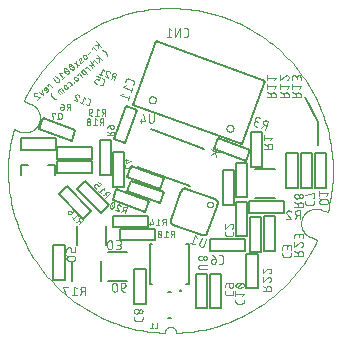
<source format=gbo>
G75*
%MOIN*%
%OFA0B0*%
%FSLAX25Y25*%
%IPPOS*%
%LPD*%
%AMOC8*
5,1,8,0,0,1.08239X$1,22.5*
%
%ADD10C,0.00004*%
%ADD11C,0.00000*%
%ADD12C,0.00600*%
%ADD13C,0.00300*%
%ADD14C,0.00200*%
%ADD15C,0.00500*%
%ADD16C,0.00787*%
D10*
X0029475Y0069444D02*
X0031670Y0068646D01*
X0031801Y0068600D01*
X0031934Y0068558D01*
X0032068Y0068520D01*
X0032203Y0068485D01*
X0032339Y0068455D01*
X0032476Y0068428D01*
X0032613Y0068405D01*
X0032751Y0068386D01*
X0032889Y0068371D01*
X0033028Y0068360D01*
X0033167Y0068353D01*
X0033307Y0068349D01*
X0033446Y0068350D01*
X0033585Y0068354D01*
X0033724Y0068363D01*
X0033863Y0068375D01*
X0034001Y0068392D01*
X0034139Y0068412D01*
X0034276Y0068436D01*
X0034412Y0068464D01*
X0034548Y0068496D01*
X0034683Y0068532D01*
X0034816Y0068572D01*
X0034949Y0068615D01*
X0035080Y0068662D01*
X0035209Y0068713D01*
X0035338Y0068767D01*
X0035464Y0068825D01*
X0035589Y0068886D01*
X0035712Y0068951D01*
X0035834Y0069020D01*
X0035953Y0069092D01*
X0036070Y0069167D01*
X0036185Y0069246D01*
X0036298Y0069327D01*
X0036408Y0069412D01*
X0036516Y0069500D01*
X0036622Y0069591D01*
X0036724Y0069685D01*
X0036824Y0069782D01*
X0036922Y0069882D01*
X0037016Y0069984D01*
X0037108Y0070089D01*
X0037196Y0070197D01*
X0037282Y0070307D01*
X0037364Y0070419D01*
X0037443Y0070534D01*
X0037519Y0070650D01*
X0037591Y0070769D01*
X0037660Y0070890D01*
X0037726Y0071013D01*
X0037788Y0071138D01*
X0037847Y0071264D01*
X0037902Y0071392D01*
X0037953Y0071522D01*
X0038001Y0071653D01*
X0038044Y0071785D01*
X0038085Y0071918D01*
X0038121Y0072052D01*
X0038154Y0072188D01*
X0038182Y0072324D01*
X0038207Y0072461D01*
X0038228Y0072599D01*
X0038245Y0072737D01*
X0038258Y0072876D01*
X0038267Y0073015D01*
X0038273Y0073154D01*
X0038274Y0073293D01*
X0038271Y0073432D01*
X0038265Y0073572D01*
X0038254Y0073710D01*
X0038240Y0073849D01*
X0038221Y0073987D01*
X0038199Y0074125D01*
X0038173Y0074261D01*
X0038143Y0074397D01*
X0038109Y0074532D01*
X0038072Y0074667D01*
X0038030Y0074800D01*
X0037985Y0074931D01*
X0037936Y0075062D01*
X0037884Y0075191D01*
X0037828Y0075318D01*
X0037768Y0075444D01*
X0037705Y0075568D01*
X0037638Y0075690D01*
X0037568Y0075810D01*
X0037494Y0075929D01*
X0037417Y0076045D01*
X0037337Y0076159D01*
X0037254Y0076270D01*
X0037167Y0076379D01*
X0037078Y0076486D01*
X0036985Y0076590D01*
X0036890Y0076692D01*
X0036791Y0076790D01*
X0036690Y0076886D01*
X0036587Y0076979D01*
X0036480Y0077069D01*
X0036372Y0077156D01*
X0036260Y0077240D01*
X0036147Y0077321D01*
X0036031Y0077398D01*
X0035913Y0077472D01*
X0035793Y0077543D01*
X0035671Y0077611D01*
X0035548Y0077674D01*
X0035422Y0077735D01*
X0035295Y0077792D01*
X0035166Y0077845D01*
X0035036Y0077894D01*
X0035036Y0077895D02*
X0032842Y0078693D01*
X0032841Y0078694D02*
X0033420Y0079885D01*
X0034027Y0081061D01*
X0034664Y0082222D01*
X0035328Y0083368D01*
X0036020Y0084496D01*
X0036740Y0085608D01*
X0037486Y0086701D01*
X0038260Y0087776D01*
X0039059Y0088832D01*
X0039884Y0089868D01*
X0040733Y0090883D01*
X0041608Y0091877D01*
X0042506Y0092850D01*
X0043428Y0093800D01*
X0044373Y0094727D01*
X0045340Y0095631D01*
X0046330Y0096512D01*
X0047340Y0097367D01*
X0048371Y0098198D01*
X0049422Y0099003D01*
X0050492Y0099782D01*
X0051582Y0100535D01*
X0052689Y0101261D01*
X0053814Y0101960D01*
X0054955Y0102631D01*
X0056112Y0103274D01*
X0057285Y0103888D01*
X0058473Y0104474D01*
X0059674Y0105030D01*
X0060889Y0105557D01*
X0062116Y0106054D01*
X0063355Y0106521D01*
X0064605Y0106957D01*
X0065866Y0107363D01*
X0067136Y0107737D01*
X0068414Y0108081D01*
X0069701Y0108393D01*
X0070995Y0108673D01*
X0072296Y0108922D01*
X0073602Y0109139D01*
X0074913Y0109324D01*
X0076228Y0109477D01*
X0077547Y0109597D01*
X0078868Y0109686D01*
X0080190Y0109742D01*
X0081514Y0109765D01*
X0082838Y0109756D01*
X0084162Y0109715D01*
X0085484Y0109642D01*
X0086804Y0109536D01*
X0088120Y0109398D01*
X0089433Y0109228D01*
X0090742Y0109025D01*
X0092045Y0108791D01*
X0093342Y0108525D01*
X0094632Y0108227D01*
X0095915Y0107898D01*
X0097189Y0107538D01*
X0098454Y0107146D01*
X0099708Y0106724D01*
X0100953Y0106271D01*
X0102185Y0105788D01*
X0103406Y0105275D01*
X0104614Y0104732D01*
X0105808Y0104160D01*
X0106987Y0103559D01*
X0108152Y0102929D01*
X0109301Y0102270D01*
X0110433Y0101584D01*
X0111548Y0100871D01*
X0112646Y0100130D01*
X0113725Y0099363D01*
X0114785Y0098569D01*
X0115825Y0097750D01*
X0116845Y0096906D01*
X0117844Y0096037D01*
X0118821Y0095144D01*
X0119777Y0094227D01*
X0120709Y0093287D01*
X0121618Y0092324D01*
X0122504Y0091340D01*
X0123365Y0090334D01*
X0124201Y0089308D01*
X0125012Y0088261D01*
X0125797Y0087195D01*
X0126556Y0086110D01*
X0127288Y0085007D01*
X0127993Y0083886D01*
X0128670Y0082748D01*
X0129319Y0081594D01*
X0129940Y0080425D01*
X0130532Y0079240D01*
X0131095Y0078042D01*
X0131628Y0076830D01*
X0132132Y0075605D01*
X0132605Y0074369D01*
X0133048Y0073121D01*
X0133460Y0071863D01*
X0133842Y0070595D01*
X0134192Y0069318D01*
X0134511Y0068033D01*
X0134799Y0066741D01*
X0135055Y0065442D01*
X0135279Y0064137D01*
X0135471Y0062827D01*
X0135631Y0061512D01*
X0135758Y0060194D01*
X0135854Y0058874D01*
X0135917Y0057551D01*
X0135948Y0056228D01*
X0135946Y0054904D01*
X0135912Y0053580D01*
X0135846Y0052258D01*
X0135747Y0050937D01*
X0135616Y0049620D01*
X0135453Y0048306D01*
X0135258Y0046996D01*
X0135031Y0045692D01*
X0134772Y0044393D01*
X0134481Y0043102D01*
X0134159Y0041817D01*
X0131965Y0042616D01*
X0131965Y0042615D02*
X0131834Y0042661D01*
X0131701Y0042703D01*
X0131567Y0042741D01*
X0131432Y0042776D01*
X0131296Y0042806D01*
X0131159Y0042833D01*
X0131022Y0042856D01*
X0130884Y0042875D01*
X0130746Y0042890D01*
X0130607Y0042901D01*
X0130468Y0042908D01*
X0130328Y0042912D01*
X0130189Y0042911D01*
X0130050Y0042907D01*
X0129911Y0042898D01*
X0129772Y0042886D01*
X0129634Y0042869D01*
X0129496Y0042849D01*
X0129359Y0042825D01*
X0129223Y0042797D01*
X0129087Y0042765D01*
X0128952Y0042729D01*
X0128819Y0042689D01*
X0128686Y0042646D01*
X0128555Y0042599D01*
X0128426Y0042548D01*
X0128297Y0042494D01*
X0128171Y0042436D01*
X0128046Y0042375D01*
X0127923Y0042310D01*
X0127801Y0042241D01*
X0127682Y0042169D01*
X0127565Y0042094D01*
X0127450Y0042015D01*
X0127337Y0041934D01*
X0127227Y0041849D01*
X0127119Y0041761D01*
X0127013Y0041670D01*
X0126911Y0041576D01*
X0126811Y0041479D01*
X0126713Y0041379D01*
X0126619Y0041277D01*
X0126527Y0041172D01*
X0126439Y0041064D01*
X0126353Y0040954D01*
X0126271Y0040842D01*
X0126192Y0040727D01*
X0126116Y0040611D01*
X0126044Y0040492D01*
X0125975Y0040371D01*
X0125909Y0040248D01*
X0125847Y0040123D01*
X0125788Y0039997D01*
X0125733Y0039869D01*
X0125682Y0039739D01*
X0125634Y0039608D01*
X0125591Y0039476D01*
X0125550Y0039343D01*
X0125514Y0039209D01*
X0125481Y0039073D01*
X0125453Y0038937D01*
X0125428Y0038800D01*
X0125407Y0038662D01*
X0125390Y0038524D01*
X0125377Y0038385D01*
X0125368Y0038246D01*
X0125362Y0038107D01*
X0125361Y0037968D01*
X0125364Y0037829D01*
X0125370Y0037689D01*
X0125381Y0037551D01*
X0125395Y0037412D01*
X0125414Y0037274D01*
X0125436Y0037136D01*
X0125462Y0037000D01*
X0125492Y0036864D01*
X0125526Y0036729D01*
X0125563Y0036594D01*
X0125605Y0036461D01*
X0125650Y0036330D01*
X0125699Y0036199D01*
X0125751Y0036070D01*
X0125807Y0035943D01*
X0125867Y0035817D01*
X0125930Y0035693D01*
X0125997Y0035571D01*
X0126067Y0035451D01*
X0126141Y0035332D01*
X0126218Y0035216D01*
X0126298Y0035102D01*
X0126381Y0034991D01*
X0126468Y0034882D01*
X0126557Y0034775D01*
X0126650Y0034671D01*
X0126745Y0034569D01*
X0126844Y0034471D01*
X0126945Y0034375D01*
X0127048Y0034282D01*
X0127155Y0034192D01*
X0127263Y0034105D01*
X0127375Y0034021D01*
X0127488Y0033940D01*
X0127604Y0033863D01*
X0127722Y0033789D01*
X0127842Y0033718D01*
X0127964Y0033650D01*
X0128087Y0033587D01*
X0128213Y0033526D01*
X0128340Y0033469D01*
X0128469Y0033416D01*
X0128599Y0033367D01*
X0128598Y0033367D02*
X0130793Y0032568D01*
X0079849Y0001533D02*
X0078539Y0001596D01*
X0077231Y0001692D01*
X0075926Y0001818D01*
X0074624Y0001977D01*
X0073327Y0002167D01*
X0072035Y0002388D01*
X0070748Y0002641D01*
X0069468Y0002924D01*
X0068195Y0003239D01*
X0066930Y0003584D01*
X0065674Y0003960D01*
X0064427Y0004366D01*
X0063190Y0004802D01*
X0061965Y0005268D01*
X0060751Y0005764D01*
X0059549Y0006289D01*
X0058361Y0006843D01*
X0057186Y0007425D01*
X0056026Y0008036D01*
X0054881Y0008674D01*
X0053751Y0009341D01*
X0052638Y0010034D01*
X0051542Y0010754D01*
X0050464Y0011500D01*
X0049405Y0012273D01*
X0048364Y0013071D01*
X0047343Y0013893D01*
X0046342Y0014740D01*
X0045362Y0015612D01*
X0044404Y0016506D01*
X0043467Y0017424D01*
X0042553Y0018364D01*
X0041662Y0019326D01*
X0040794Y0020309D01*
X0039951Y0021313D01*
X0039132Y0022337D01*
X0038338Y0023381D01*
X0037570Y0024443D01*
X0036827Y0025524D01*
X0036111Y0026622D01*
X0035422Y0027738D01*
X0034760Y0028870D01*
X0034126Y0030017D01*
X0033520Y0031180D01*
X0032942Y0032357D01*
X0032392Y0033547D01*
X0031872Y0034751D01*
X0031381Y0035967D01*
X0030919Y0037194D01*
X0030488Y0038432D01*
X0030086Y0039681D01*
X0029715Y0040938D01*
X0029375Y0042204D01*
X0029065Y0043478D01*
X0028786Y0044760D01*
X0028538Y0046047D01*
X0028322Y0047340D01*
X0028137Y0048639D01*
X0027983Y0049941D01*
X0027861Y0051246D01*
X0027770Y0052554D01*
X0027712Y0053864D01*
X0027685Y0055175D01*
X0027690Y0056486D01*
X0027726Y0057797D01*
X0027795Y0059107D01*
X0027895Y0060414D01*
X0028026Y0061719D01*
X0028190Y0063020D01*
X0028384Y0064316D01*
X0028610Y0065608D01*
X0028868Y0066894D01*
X0029156Y0068173D01*
X0029475Y0069445D01*
X0079848Y0001533D02*
X0079852Y0001620D01*
X0079859Y0001707D01*
X0079870Y0001794D01*
X0079886Y0001880D01*
X0079904Y0001965D01*
X0079927Y0002049D01*
X0079953Y0002133D01*
X0079983Y0002215D01*
X0080017Y0002295D01*
X0080054Y0002374D01*
X0080095Y0002452D01*
X0080139Y0002527D01*
X0080186Y0002600D01*
X0080237Y0002672D01*
X0080290Y0002741D01*
X0080347Y0002807D01*
X0080407Y0002871D01*
X0080469Y0002932D01*
X0080534Y0002990D01*
X0080601Y0003046D01*
X0080671Y0003098D01*
X0080743Y0003148D01*
X0080818Y0003194D01*
X0080894Y0003236D01*
X0080972Y0003275D01*
X0081052Y0003311D01*
X0081133Y0003343D01*
X0081215Y0003372D01*
X0081299Y0003397D01*
X0081384Y0003418D01*
X0081469Y0003435D01*
X0081556Y0003449D01*
X0081643Y0003458D01*
X0081730Y0003464D01*
X0081817Y0003466D01*
X0081904Y0003464D01*
X0081991Y0003458D01*
X0082078Y0003449D01*
X0082165Y0003435D01*
X0082250Y0003418D01*
X0082335Y0003397D01*
X0082419Y0003372D01*
X0082501Y0003343D01*
X0082582Y0003311D01*
X0082662Y0003275D01*
X0082740Y0003236D01*
X0082816Y0003194D01*
X0082891Y0003148D01*
X0082963Y0003098D01*
X0083033Y0003046D01*
X0083100Y0002990D01*
X0083165Y0002932D01*
X0083227Y0002871D01*
X0083287Y0002807D01*
X0083344Y0002741D01*
X0083397Y0002672D01*
X0083448Y0002600D01*
X0083495Y0002527D01*
X0083539Y0002452D01*
X0083580Y0002374D01*
X0083617Y0002295D01*
X0083651Y0002215D01*
X0083681Y0002133D01*
X0083707Y0002049D01*
X0083730Y0001965D01*
X0083748Y0001880D01*
X0083764Y0001794D01*
X0083775Y0001707D01*
X0083782Y0001620D01*
X0083786Y0001533D01*
D11*
X0083785Y0001533D02*
X0085100Y0001597D01*
X0086413Y0001692D01*
X0087723Y0001820D01*
X0089030Y0001980D01*
X0090333Y0002171D01*
X0091630Y0002394D01*
X0092922Y0002648D01*
X0094207Y0002934D01*
X0095484Y0003251D01*
X0096754Y0003599D01*
X0098015Y0003977D01*
X0099266Y0004386D01*
X0100507Y0004826D01*
X0101737Y0005295D01*
X0102955Y0005794D01*
X0104160Y0006323D01*
X0105353Y0006881D01*
X0106531Y0007468D01*
X0107695Y0008083D01*
X0108843Y0008726D01*
X0109976Y0009397D01*
X0111092Y0010096D01*
X0112190Y0010821D01*
X0113271Y0011573D01*
X0114333Y0012351D01*
X0115376Y0013154D01*
X0116399Y0013983D01*
X0117401Y0014836D01*
X0118383Y0015713D01*
X0119343Y0016614D01*
X0120280Y0017538D01*
X0121195Y0018485D01*
X0122087Y0019453D01*
X0122955Y0020443D01*
X0123798Y0021454D01*
X0124617Y0022485D01*
X0125410Y0023535D01*
X0126178Y0024605D01*
X0126919Y0025692D01*
X0127633Y0026798D01*
X0128321Y0027921D01*
X0128981Y0029060D01*
X0129613Y0030214D01*
X0130217Y0031384D01*
X0130792Y0032568D01*
X0100451Y0069782D02*
X0100453Y0069851D01*
X0100459Y0069919D01*
X0100469Y0069987D01*
X0100483Y0070054D01*
X0100501Y0070121D01*
X0100522Y0070186D01*
X0100548Y0070250D01*
X0100577Y0070312D01*
X0100609Y0070372D01*
X0100645Y0070431D01*
X0100685Y0070487D01*
X0100727Y0070541D01*
X0100773Y0070592D01*
X0100822Y0070641D01*
X0100873Y0070687D01*
X0100927Y0070729D01*
X0100983Y0070769D01*
X0101041Y0070805D01*
X0101102Y0070837D01*
X0101164Y0070866D01*
X0101228Y0070892D01*
X0101293Y0070913D01*
X0101360Y0070931D01*
X0101427Y0070945D01*
X0101495Y0070955D01*
X0101563Y0070961D01*
X0101632Y0070963D01*
X0101701Y0070961D01*
X0101769Y0070955D01*
X0101837Y0070945D01*
X0101904Y0070931D01*
X0101971Y0070913D01*
X0102036Y0070892D01*
X0102100Y0070866D01*
X0102162Y0070837D01*
X0102222Y0070805D01*
X0102281Y0070769D01*
X0102337Y0070729D01*
X0102391Y0070687D01*
X0102442Y0070641D01*
X0102491Y0070592D01*
X0102537Y0070541D01*
X0102579Y0070487D01*
X0102619Y0070431D01*
X0102655Y0070372D01*
X0102687Y0070312D01*
X0102716Y0070250D01*
X0102742Y0070186D01*
X0102763Y0070121D01*
X0102781Y0070054D01*
X0102795Y0069987D01*
X0102805Y0069919D01*
X0102811Y0069851D01*
X0102813Y0069782D01*
X0102811Y0069713D01*
X0102805Y0069645D01*
X0102795Y0069577D01*
X0102781Y0069510D01*
X0102763Y0069443D01*
X0102742Y0069378D01*
X0102716Y0069314D01*
X0102687Y0069252D01*
X0102655Y0069191D01*
X0102619Y0069133D01*
X0102579Y0069077D01*
X0102537Y0069023D01*
X0102491Y0068972D01*
X0102442Y0068923D01*
X0102391Y0068877D01*
X0102337Y0068835D01*
X0102281Y0068795D01*
X0102223Y0068759D01*
X0102162Y0068727D01*
X0102100Y0068698D01*
X0102036Y0068672D01*
X0101971Y0068651D01*
X0101904Y0068633D01*
X0101837Y0068619D01*
X0101769Y0068609D01*
X0101701Y0068603D01*
X0101632Y0068601D01*
X0101563Y0068603D01*
X0101495Y0068609D01*
X0101427Y0068619D01*
X0101360Y0068633D01*
X0101293Y0068651D01*
X0101228Y0068672D01*
X0101164Y0068698D01*
X0101102Y0068727D01*
X0101041Y0068759D01*
X0100983Y0068795D01*
X0100927Y0068835D01*
X0100873Y0068877D01*
X0100822Y0068923D01*
X0100773Y0068972D01*
X0100727Y0069023D01*
X0100685Y0069077D01*
X0100645Y0069133D01*
X0100609Y0069191D01*
X0100577Y0069252D01*
X0100548Y0069314D01*
X0100522Y0069378D01*
X0100501Y0069443D01*
X0100483Y0069510D01*
X0100469Y0069577D01*
X0100459Y0069645D01*
X0100453Y0069713D01*
X0100451Y0069782D01*
X0074554Y0079208D02*
X0074556Y0079277D01*
X0074562Y0079345D01*
X0074572Y0079413D01*
X0074586Y0079480D01*
X0074604Y0079547D01*
X0074625Y0079612D01*
X0074651Y0079676D01*
X0074680Y0079738D01*
X0074712Y0079798D01*
X0074748Y0079857D01*
X0074788Y0079913D01*
X0074830Y0079967D01*
X0074876Y0080018D01*
X0074925Y0080067D01*
X0074976Y0080113D01*
X0075030Y0080155D01*
X0075086Y0080195D01*
X0075144Y0080231D01*
X0075205Y0080263D01*
X0075267Y0080292D01*
X0075331Y0080318D01*
X0075396Y0080339D01*
X0075463Y0080357D01*
X0075530Y0080371D01*
X0075598Y0080381D01*
X0075666Y0080387D01*
X0075735Y0080389D01*
X0075804Y0080387D01*
X0075872Y0080381D01*
X0075940Y0080371D01*
X0076007Y0080357D01*
X0076074Y0080339D01*
X0076139Y0080318D01*
X0076203Y0080292D01*
X0076265Y0080263D01*
X0076325Y0080231D01*
X0076384Y0080195D01*
X0076440Y0080155D01*
X0076494Y0080113D01*
X0076545Y0080067D01*
X0076594Y0080018D01*
X0076640Y0079967D01*
X0076682Y0079913D01*
X0076722Y0079857D01*
X0076758Y0079798D01*
X0076790Y0079738D01*
X0076819Y0079676D01*
X0076845Y0079612D01*
X0076866Y0079547D01*
X0076884Y0079480D01*
X0076898Y0079413D01*
X0076908Y0079345D01*
X0076914Y0079277D01*
X0076916Y0079208D01*
X0076914Y0079139D01*
X0076908Y0079071D01*
X0076898Y0079003D01*
X0076884Y0078936D01*
X0076866Y0078869D01*
X0076845Y0078804D01*
X0076819Y0078740D01*
X0076790Y0078678D01*
X0076758Y0078617D01*
X0076722Y0078559D01*
X0076682Y0078503D01*
X0076640Y0078449D01*
X0076594Y0078398D01*
X0076545Y0078349D01*
X0076494Y0078303D01*
X0076440Y0078261D01*
X0076384Y0078221D01*
X0076326Y0078185D01*
X0076265Y0078153D01*
X0076203Y0078124D01*
X0076139Y0078098D01*
X0076074Y0078077D01*
X0076007Y0078059D01*
X0075940Y0078045D01*
X0075872Y0078035D01*
X0075804Y0078029D01*
X0075735Y0078027D01*
X0075666Y0078029D01*
X0075598Y0078035D01*
X0075530Y0078045D01*
X0075463Y0078059D01*
X0075396Y0078077D01*
X0075331Y0078098D01*
X0075267Y0078124D01*
X0075205Y0078153D01*
X0075144Y0078185D01*
X0075086Y0078221D01*
X0075030Y0078261D01*
X0074976Y0078303D01*
X0074925Y0078349D01*
X0074876Y0078398D01*
X0074830Y0078449D01*
X0074788Y0078503D01*
X0074748Y0078559D01*
X0074712Y0078617D01*
X0074680Y0078678D01*
X0074651Y0078740D01*
X0074625Y0078804D01*
X0074604Y0078869D01*
X0074586Y0078936D01*
X0074572Y0079003D01*
X0074562Y0079071D01*
X0074556Y0079139D01*
X0074554Y0079208D01*
D12*
X0046596Y0019238D02*
X0042792Y0019238D01*
X0042792Y0030837D01*
X0046596Y0030837D01*
X0046596Y0019238D01*
X0049064Y0018966D02*
X0049064Y0025366D01*
X0050639Y0030777D02*
X0050639Y0037177D01*
X0052683Y0039555D02*
X0055373Y0042245D01*
X0047171Y0050446D01*
X0044482Y0047757D01*
X0052683Y0039555D01*
X0058704Y0041409D02*
X0061394Y0044098D01*
X0053192Y0052299D01*
X0050503Y0049610D01*
X0058704Y0041409D01*
X0062632Y0040603D02*
X0062632Y0036800D01*
X0074231Y0036800D01*
X0074231Y0040603D01*
X0062632Y0040603D01*
X0060239Y0037177D02*
X0060239Y0030777D01*
X0060901Y0028541D02*
X0067301Y0028541D01*
X0064994Y0032469D02*
X0076593Y0032469D01*
X0076593Y0036272D01*
X0064994Y0036272D01*
X0064994Y0032469D01*
X0058664Y0025366D02*
X0058664Y0018966D01*
X0060901Y0018941D02*
X0067301Y0018941D01*
X0069679Y0022847D02*
X0073483Y0022847D01*
X0073483Y0011249D01*
X0069679Y0011249D01*
X0069679Y0022847D01*
X0074823Y0017928D02*
X0075723Y0017928D01*
X0074823Y0017928D02*
X0074823Y0031128D01*
X0075723Y0031128D01*
X0082699Y0037592D02*
X0092318Y0034091D01*
X0092317Y0034091D02*
X0092383Y0034069D01*
X0092450Y0034051D01*
X0092518Y0034036D01*
X0092586Y0034025D01*
X0092655Y0034018D01*
X0092724Y0034014D01*
X0092794Y0034015D01*
X0092863Y0034019D01*
X0092932Y0034026D01*
X0093000Y0034038D01*
X0093068Y0034053D01*
X0093134Y0034072D01*
X0093200Y0034094D01*
X0093264Y0034120D01*
X0093327Y0034149D01*
X0093388Y0034182D01*
X0093448Y0034218D01*
X0093505Y0034257D01*
X0093560Y0034299D01*
X0093613Y0034344D01*
X0093663Y0034392D01*
X0093710Y0034442D01*
X0093755Y0034495D01*
X0093797Y0034550D01*
X0093836Y0034608D01*
X0093871Y0034667D01*
X0093903Y0034729D01*
X0093932Y0034792D01*
X0093958Y0034856D01*
X0097512Y0044623D01*
X0097459Y0044474D02*
X0097481Y0044540D01*
X0097499Y0044607D01*
X0097514Y0044675D01*
X0097525Y0044743D01*
X0097532Y0044812D01*
X0097536Y0044881D01*
X0097535Y0044951D01*
X0097531Y0045020D01*
X0097524Y0045089D01*
X0097512Y0045157D01*
X0097497Y0045225D01*
X0097478Y0045291D01*
X0097456Y0045357D01*
X0097430Y0045421D01*
X0097401Y0045484D01*
X0097368Y0045545D01*
X0097332Y0045605D01*
X0097293Y0045662D01*
X0097251Y0045717D01*
X0097206Y0045770D01*
X0097158Y0045820D01*
X0097108Y0045867D01*
X0097055Y0045912D01*
X0097000Y0045954D01*
X0096942Y0045993D01*
X0096883Y0046028D01*
X0096821Y0046060D01*
X0096758Y0046089D01*
X0096694Y0046115D01*
X0087075Y0049616D01*
X0087009Y0049638D01*
X0086942Y0049656D01*
X0086874Y0049671D01*
X0086806Y0049682D01*
X0086737Y0049689D01*
X0086668Y0049693D01*
X0086598Y0049692D01*
X0086529Y0049688D01*
X0086460Y0049681D01*
X0086392Y0049669D01*
X0086324Y0049654D01*
X0086258Y0049635D01*
X0086192Y0049613D01*
X0086128Y0049587D01*
X0086065Y0049558D01*
X0086004Y0049525D01*
X0085944Y0049489D01*
X0085887Y0049450D01*
X0085832Y0049408D01*
X0085779Y0049363D01*
X0085729Y0049315D01*
X0085682Y0049265D01*
X0085637Y0049212D01*
X0085595Y0049157D01*
X0085556Y0049099D01*
X0085521Y0049040D01*
X0085489Y0048978D01*
X0085460Y0048915D01*
X0085434Y0048851D01*
X0085435Y0048851D02*
X0081934Y0039232D01*
X0081933Y0039233D02*
X0081911Y0039167D01*
X0081893Y0039100D01*
X0081878Y0039032D01*
X0081867Y0038964D01*
X0081860Y0038895D01*
X0081856Y0038826D01*
X0081857Y0038756D01*
X0081861Y0038687D01*
X0081868Y0038618D01*
X0081880Y0038550D01*
X0081895Y0038482D01*
X0081914Y0038416D01*
X0081936Y0038350D01*
X0081962Y0038286D01*
X0081991Y0038223D01*
X0082024Y0038162D01*
X0082060Y0038102D01*
X0082099Y0038045D01*
X0082141Y0037990D01*
X0082186Y0037937D01*
X0082234Y0037887D01*
X0082284Y0037840D01*
X0082337Y0037795D01*
X0082392Y0037753D01*
X0082450Y0037714D01*
X0082509Y0037679D01*
X0082571Y0037647D01*
X0082634Y0037618D01*
X0082698Y0037592D01*
X0078349Y0044774D02*
X0079649Y0048348D01*
X0068750Y0052314D01*
X0067450Y0048741D01*
X0078349Y0044774D01*
X0074681Y0045411D02*
X0073380Y0041837D01*
X0062481Y0045804D01*
X0063782Y0049377D01*
X0074681Y0045411D01*
X0078349Y0049498D02*
X0079649Y0053072D01*
X0068750Y0057039D01*
X0067450Y0053465D01*
X0078349Y0049498D01*
X0088393Y0050544D02*
X0070727Y0056974D01*
X0066396Y0061824D02*
X0062593Y0061824D01*
X0062593Y0050225D01*
X0066396Y0050225D01*
X0066396Y0061824D01*
X0066660Y0064885D02*
X0063086Y0066186D01*
X0067053Y0077085D01*
X0070627Y0075784D01*
X0066660Y0064885D01*
X0062065Y0065761D02*
X0058262Y0065761D01*
X0058262Y0054162D01*
X0062065Y0054162D01*
X0062065Y0065761D01*
X0055727Y0063438D02*
X0055727Y0059635D01*
X0044128Y0059635D01*
X0044128Y0063438D01*
X0055727Y0063438D01*
X0055727Y0058713D02*
X0055727Y0054910D01*
X0044128Y0054910D01*
X0044128Y0058713D01*
X0055727Y0058713D01*
X0048821Y0065640D02*
X0050122Y0069214D01*
X0039223Y0073181D01*
X0037922Y0069607D01*
X0048821Y0065640D01*
X0043522Y0066391D02*
X0043522Y0062587D01*
X0031923Y0062587D01*
X0031923Y0066391D01*
X0043522Y0066391D01*
X0043323Y0057443D02*
X0041123Y0057443D01*
X0043323Y0057443D02*
X0043323Y0054243D01*
X0034323Y0057443D02*
X0032123Y0057443D01*
X0032123Y0054243D01*
X0075241Y0069378D02*
X0092908Y0062948D01*
X0096190Y0062914D02*
X0107089Y0058947D01*
X0108389Y0062521D01*
X0097491Y0066488D01*
X0096190Y0062914D01*
X0099207Y0055918D02*
X0099207Y0044320D01*
X0103010Y0044320D01*
X0103010Y0055918D01*
X0099207Y0055918D01*
X0103538Y0058280D02*
X0107341Y0058280D01*
X0107341Y0046682D01*
X0103538Y0046682D01*
X0103538Y0058280D01*
X0108656Y0056918D02*
X0112459Y0056918D01*
X0112459Y0068517D01*
X0108656Y0068517D01*
X0108656Y0056918D01*
X0110113Y0056100D02*
X0116513Y0056100D01*
X0120467Y0061430D02*
X0120467Y0049831D01*
X0124270Y0049831D01*
X0124270Y0061430D01*
X0120467Y0061430D01*
X0125191Y0061430D02*
X0125191Y0049831D01*
X0128994Y0049831D01*
X0128994Y0061430D01*
X0125191Y0061430D01*
X0129916Y0061430D02*
X0129916Y0049831D01*
X0133719Y0049831D01*
X0133719Y0061430D01*
X0129916Y0061430D01*
X0131030Y0064292D02*
X0131030Y0071772D01*
X0126699Y0080040D01*
X0116513Y0046500D02*
X0110113Y0046500D01*
X0107908Y0045328D02*
X0107908Y0041524D01*
X0119506Y0041524D01*
X0119506Y0045328D01*
X0107908Y0045328D01*
X0107341Y0045288D02*
X0103538Y0045288D01*
X0103538Y0033690D01*
X0107341Y0033690D01*
X0107341Y0045288D01*
X0108262Y0040170D02*
X0112065Y0040170D01*
X0112065Y0028572D01*
X0108262Y0028572D01*
X0108262Y0040170D01*
X0112986Y0040564D02*
X0112986Y0028965D01*
X0116790Y0028965D01*
X0116790Y0040564D01*
X0112986Y0040564D01*
X0106514Y0032729D02*
X0094916Y0032729D01*
X0094916Y0028926D01*
X0106514Y0028926D01*
X0106514Y0032729D01*
X0107081Y0027965D02*
X0110884Y0027965D01*
X0110884Y0016367D01*
X0107081Y0016367D01*
X0107081Y0027965D01*
X0098679Y0021272D02*
X0094876Y0021272D01*
X0094876Y0009674D01*
X0098679Y0009674D01*
X0098679Y0021272D01*
X0093955Y0021272D02*
X0090152Y0021272D01*
X0090152Y0009674D01*
X0093955Y0009674D01*
X0093955Y0021272D01*
X0088023Y0017928D02*
X0087123Y0017928D01*
X0088023Y0017928D02*
X0088023Y0031128D01*
X0087123Y0031128D01*
D13*
X0088369Y0031568D02*
X0089883Y0031017D01*
X0089126Y0031292D02*
X0090118Y0034017D01*
X0090654Y0033136D01*
X0092157Y0033275D02*
X0091441Y0031307D01*
X0091424Y0031254D01*
X0091410Y0031201D01*
X0091400Y0031147D01*
X0091394Y0031092D01*
X0091392Y0031037D01*
X0091393Y0030982D01*
X0091399Y0030927D01*
X0091408Y0030873D01*
X0091420Y0030819D01*
X0091437Y0030767D01*
X0091456Y0030716D01*
X0091480Y0030666D01*
X0091506Y0030617D01*
X0091536Y0030571D01*
X0091569Y0030527D01*
X0091605Y0030485D01*
X0091643Y0030446D01*
X0091685Y0030410D01*
X0091728Y0030376D01*
X0091774Y0030346D01*
X0091822Y0030318D01*
X0091871Y0030294D01*
X0091922Y0030274D01*
X0091975Y0030257D01*
X0092028Y0030243D01*
X0092082Y0030233D01*
X0092137Y0030227D01*
X0092192Y0030225D01*
X0092247Y0030226D01*
X0092302Y0030232D01*
X0092356Y0030241D01*
X0092410Y0030253D01*
X0092462Y0030270D01*
X0092513Y0030289D01*
X0092563Y0030313D01*
X0092612Y0030339D01*
X0092658Y0030369D01*
X0092702Y0030402D01*
X0092744Y0030438D01*
X0092783Y0030476D01*
X0092819Y0030518D01*
X0092853Y0030561D01*
X0092883Y0030607D01*
X0092911Y0030655D01*
X0092935Y0030704D01*
X0092955Y0030755D01*
X0092955Y0030756D02*
X0093671Y0032724D01*
X0099889Y0034526D02*
X0099889Y0035171D01*
X0099890Y0034526D02*
X0099892Y0034478D01*
X0099897Y0034430D01*
X0099906Y0034383D01*
X0099919Y0034336D01*
X0099935Y0034291D01*
X0099954Y0034247D01*
X0099976Y0034204D01*
X0100002Y0034163D01*
X0100031Y0034124D01*
X0100062Y0034088D01*
X0100096Y0034054D01*
X0100132Y0034023D01*
X0100171Y0033994D01*
X0100212Y0033968D01*
X0100255Y0033946D01*
X0100299Y0033927D01*
X0100344Y0033911D01*
X0100391Y0033898D01*
X0100438Y0033889D01*
X0100486Y0033884D01*
X0100534Y0033882D01*
X0102145Y0033882D01*
X0102193Y0033884D01*
X0102241Y0033889D01*
X0102288Y0033898D01*
X0102335Y0033911D01*
X0102380Y0033927D01*
X0102424Y0033946D01*
X0102467Y0033968D01*
X0102508Y0033994D01*
X0102547Y0034023D01*
X0102583Y0034054D01*
X0102617Y0034088D01*
X0102648Y0034124D01*
X0102677Y0034163D01*
X0102703Y0034204D01*
X0102725Y0034247D01*
X0102744Y0034291D01*
X0102760Y0034336D01*
X0102773Y0034383D01*
X0102782Y0034430D01*
X0102787Y0034478D01*
X0102789Y0034526D01*
X0102789Y0035171D01*
X0101500Y0037660D02*
X0101537Y0037697D01*
X0101577Y0037731D01*
X0101619Y0037763D01*
X0101664Y0037791D01*
X0101710Y0037817D01*
X0101757Y0037839D01*
X0101806Y0037858D01*
X0101856Y0037874D01*
X0101907Y0037886D01*
X0101959Y0037895D01*
X0102011Y0037900D01*
X0102064Y0037902D01*
X0101500Y0037660D02*
X0099889Y0036291D01*
X0099889Y0037902D01*
X0102145Y0036291D02*
X0102200Y0036311D01*
X0102254Y0036334D01*
X0102306Y0036361D01*
X0102356Y0036391D01*
X0102405Y0036423D01*
X0102451Y0036459D01*
X0102495Y0036498D01*
X0102536Y0036539D01*
X0102575Y0036583D01*
X0102611Y0036629D01*
X0102644Y0036678D01*
X0102674Y0036728D01*
X0102700Y0036780D01*
X0102724Y0036834D01*
X0102743Y0036889D01*
X0102760Y0036945D01*
X0102772Y0037002D01*
X0102782Y0037060D01*
X0102787Y0037118D01*
X0102789Y0037177D01*
X0102787Y0037229D01*
X0102782Y0037280D01*
X0102772Y0037331D01*
X0102760Y0037381D01*
X0102743Y0037430D01*
X0102723Y0037478D01*
X0102700Y0037524D01*
X0102674Y0037569D01*
X0102644Y0037611D01*
X0102612Y0037652D01*
X0102577Y0037690D01*
X0102539Y0037725D01*
X0102498Y0037757D01*
X0102456Y0037787D01*
X0102411Y0037813D01*
X0102365Y0037836D01*
X0102317Y0037856D01*
X0102268Y0037873D01*
X0102218Y0037885D01*
X0102167Y0037895D01*
X0102116Y0037900D01*
X0102064Y0037902D01*
X0098591Y0027390D02*
X0097947Y0027390D01*
X0098591Y0027390D02*
X0098639Y0027388D01*
X0098687Y0027383D01*
X0098734Y0027374D01*
X0098781Y0027361D01*
X0098826Y0027345D01*
X0098870Y0027326D01*
X0098913Y0027304D01*
X0098954Y0027278D01*
X0098993Y0027249D01*
X0099029Y0027218D01*
X0099063Y0027184D01*
X0099094Y0027148D01*
X0099123Y0027109D01*
X0099149Y0027068D01*
X0099171Y0027025D01*
X0099190Y0026981D01*
X0099206Y0026936D01*
X0099219Y0026889D01*
X0099228Y0026842D01*
X0099233Y0026794D01*
X0099235Y0026746D01*
X0099235Y0025135D01*
X0099233Y0025087D01*
X0099228Y0025039D01*
X0099219Y0024992D01*
X0099206Y0024945D01*
X0099190Y0024900D01*
X0099171Y0024856D01*
X0099149Y0024813D01*
X0099123Y0024772D01*
X0099094Y0024733D01*
X0099063Y0024697D01*
X0099029Y0024663D01*
X0098993Y0024632D01*
X0098954Y0024603D01*
X0098913Y0024577D01*
X0098870Y0024555D01*
X0098826Y0024536D01*
X0098781Y0024520D01*
X0098734Y0024507D01*
X0098687Y0024498D01*
X0098639Y0024493D01*
X0098591Y0024491D01*
X0098591Y0024490D02*
X0097947Y0024490D01*
X0096826Y0025296D02*
X0096826Y0026101D01*
X0095860Y0026101D01*
X0096826Y0026101D02*
X0096824Y0026171D01*
X0096818Y0026240D01*
X0096809Y0026310D01*
X0096796Y0026378D01*
X0096779Y0026446D01*
X0096759Y0026513D01*
X0096734Y0026578D01*
X0096707Y0026642D01*
X0096676Y0026705D01*
X0096641Y0026766D01*
X0096604Y0026824D01*
X0096563Y0026881D01*
X0096519Y0026935D01*
X0096473Y0026987D01*
X0096423Y0027037D01*
X0096371Y0027083D01*
X0096317Y0027127D01*
X0096260Y0027168D01*
X0096202Y0027205D01*
X0096141Y0027240D01*
X0096078Y0027271D01*
X0096014Y0027298D01*
X0095949Y0027323D01*
X0095882Y0027343D01*
X0095814Y0027360D01*
X0095746Y0027373D01*
X0095676Y0027382D01*
X0095607Y0027388D01*
X0095537Y0027390D01*
X0093278Y0027135D02*
X0093229Y0027133D01*
X0093180Y0027127D01*
X0093131Y0027118D01*
X0093084Y0027105D01*
X0093037Y0027088D01*
X0092992Y0027068D01*
X0092949Y0027045D01*
X0092907Y0027018D01*
X0092868Y0026988D01*
X0092831Y0026955D01*
X0092797Y0026919D01*
X0092766Y0026881D01*
X0092737Y0026841D01*
X0092712Y0026799D01*
X0092690Y0026754D01*
X0092672Y0026709D01*
X0092657Y0026662D01*
X0092646Y0026614D01*
X0092638Y0026565D01*
X0092634Y0026516D01*
X0092634Y0026466D01*
X0092638Y0026417D01*
X0092646Y0026368D01*
X0092657Y0026320D01*
X0092672Y0026273D01*
X0092690Y0026228D01*
X0092712Y0026183D01*
X0092737Y0026141D01*
X0092766Y0026101D01*
X0092797Y0026063D01*
X0092831Y0026027D01*
X0092868Y0025994D01*
X0092907Y0025964D01*
X0092949Y0025937D01*
X0092992Y0025914D01*
X0093037Y0025894D01*
X0093084Y0025877D01*
X0093131Y0025864D01*
X0093180Y0025855D01*
X0093229Y0025849D01*
X0093278Y0025847D01*
X0093327Y0025849D01*
X0093376Y0025855D01*
X0093425Y0025864D01*
X0093472Y0025877D01*
X0093519Y0025894D01*
X0093564Y0025914D01*
X0093607Y0025937D01*
X0093649Y0025964D01*
X0093688Y0025994D01*
X0093725Y0026027D01*
X0093759Y0026063D01*
X0093790Y0026101D01*
X0093819Y0026141D01*
X0093844Y0026183D01*
X0093866Y0026228D01*
X0093884Y0026273D01*
X0093899Y0026320D01*
X0093910Y0026368D01*
X0093918Y0026417D01*
X0093922Y0026466D01*
X0093922Y0026516D01*
X0093918Y0026565D01*
X0093910Y0026614D01*
X0093899Y0026662D01*
X0093884Y0026709D01*
X0093866Y0026754D01*
X0093844Y0026799D01*
X0093819Y0026841D01*
X0093790Y0026881D01*
X0093759Y0026919D01*
X0093725Y0026955D01*
X0093688Y0026988D01*
X0093649Y0027018D01*
X0093607Y0027045D01*
X0093564Y0027068D01*
X0093519Y0027088D01*
X0093472Y0027105D01*
X0093425Y0027118D01*
X0093376Y0027127D01*
X0093327Y0027133D01*
X0093278Y0027135D01*
X0091828Y0027297D02*
X0091773Y0027295D01*
X0091718Y0027289D01*
X0091664Y0027280D01*
X0091611Y0027267D01*
X0091558Y0027250D01*
X0091507Y0027230D01*
X0091457Y0027207D01*
X0091409Y0027180D01*
X0091363Y0027149D01*
X0091319Y0027116D01*
X0091278Y0027080D01*
X0091239Y0027041D01*
X0091203Y0027000D01*
X0091170Y0026956D01*
X0091139Y0026910D01*
X0091112Y0026862D01*
X0091089Y0026812D01*
X0091069Y0026761D01*
X0091052Y0026708D01*
X0091039Y0026655D01*
X0091030Y0026601D01*
X0091024Y0026546D01*
X0091022Y0026491D01*
X0091024Y0026436D01*
X0091030Y0026381D01*
X0091039Y0026327D01*
X0091052Y0026274D01*
X0091069Y0026221D01*
X0091089Y0026170D01*
X0091112Y0026120D01*
X0091139Y0026072D01*
X0091170Y0026026D01*
X0091203Y0025982D01*
X0091239Y0025941D01*
X0091278Y0025902D01*
X0091319Y0025866D01*
X0091363Y0025833D01*
X0091409Y0025802D01*
X0091457Y0025775D01*
X0091507Y0025752D01*
X0091558Y0025732D01*
X0091611Y0025715D01*
X0091664Y0025702D01*
X0091718Y0025693D01*
X0091773Y0025687D01*
X0091828Y0025685D01*
X0091883Y0025687D01*
X0091938Y0025693D01*
X0091992Y0025702D01*
X0092045Y0025715D01*
X0092098Y0025732D01*
X0092149Y0025752D01*
X0092199Y0025775D01*
X0092247Y0025802D01*
X0092293Y0025833D01*
X0092337Y0025866D01*
X0092378Y0025902D01*
X0092417Y0025941D01*
X0092453Y0025982D01*
X0092486Y0026026D01*
X0092517Y0026072D01*
X0092544Y0026120D01*
X0092567Y0026170D01*
X0092587Y0026221D01*
X0092604Y0026274D01*
X0092617Y0026327D01*
X0092626Y0026381D01*
X0092632Y0026436D01*
X0092634Y0026491D01*
X0092632Y0026546D01*
X0092626Y0026601D01*
X0092617Y0026655D01*
X0092604Y0026708D01*
X0092587Y0026761D01*
X0092567Y0026812D01*
X0092544Y0026862D01*
X0092517Y0026910D01*
X0092486Y0026956D01*
X0092453Y0027000D01*
X0092417Y0027041D01*
X0092378Y0027080D01*
X0092337Y0027116D01*
X0092293Y0027149D01*
X0092247Y0027180D01*
X0092199Y0027207D01*
X0092149Y0027230D01*
X0092098Y0027250D01*
X0092045Y0027267D01*
X0091992Y0027280D01*
X0091938Y0027289D01*
X0091883Y0027295D01*
X0091828Y0027297D01*
X0091828Y0024321D02*
X0093922Y0024321D01*
X0095215Y0025296D02*
X0095215Y0025457D01*
X0095216Y0025457D02*
X0095218Y0025508D01*
X0095224Y0025558D01*
X0095234Y0025607D01*
X0095248Y0025656D01*
X0095265Y0025703D01*
X0095286Y0025749D01*
X0095311Y0025793D01*
X0095339Y0025836D01*
X0095370Y0025875D01*
X0095405Y0025912D01*
X0095442Y0025947D01*
X0095481Y0025978D01*
X0095524Y0026006D01*
X0095568Y0026031D01*
X0095614Y0026052D01*
X0095661Y0026069D01*
X0095710Y0026083D01*
X0095759Y0026093D01*
X0095809Y0026099D01*
X0095860Y0026101D01*
X0095215Y0025296D02*
X0095217Y0025241D01*
X0095223Y0025186D01*
X0095232Y0025132D01*
X0095245Y0025079D01*
X0095262Y0025026D01*
X0095282Y0024975D01*
X0095305Y0024925D01*
X0095332Y0024877D01*
X0095363Y0024831D01*
X0095396Y0024787D01*
X0095432Y0024746D01*
X0095471Y0024707D01*
X0095512Y0024671D01*
X0095556Y0024638D01*
X0095602Y0024607D01*
X0095650Y0024580D01*
X0095700Y0024557D01*
X0095751Y0024537D01*
X0095804Y0024520D01*
X0095857Y0024507D01*
X0095911Y0024498D01*
X0095966Y0024492D01*
X0096021Y0024490D01*
X0096076Y0024492D01*
X0096131Y0024498D01*
X0096185Y0024507D01*
X0096238Y0024520D01*
X0096291Y0024537D01*
X0096342Y0024557D01*
X0096392Y0024580D01*
X0096440Y0024607D01*
X0096486Y0024638D01*
X0096530Y0024671D01*
X0096571Y0024707D01*
X0096610Y0024746D01*
X0096646Y0024787D01*
X0096679Y0024831D01*
X0096710Y0024877D01*
X0096737Y0024925D01*
X0096760Y0024975D01*
X0096780Y0025026D01*
X0096797Y0025079D01*
X0096810Y0025132D01*
X0096819Y0025186D01*
X0096825Y0025241D01*
X0096827Y0025296D01*
X0093922Y0022710D02*
X0091828Y0022710D01*
X0091828Y0022709D02*
X0091773Y0022711D01*
X0091718Y0022717D01*
X0091664Y0022726D01*
X0091611Y0022739D01*
X0091558Y0022756D01*
X0091507Y0022776D01*
X0091457Y0022799D01*
X0091409Y0022826D01*
X0091363Y0022857D01*
X0091319Y0022890D01*
X0091278Y0022926D01*
X0091239Y0022965D01*
X0091203Y0023006D01*
X0091170Y0023050D01*
X0091139Y0023096D01*
X0091112Y0023144D01*
X0091089Y0023194D01*
X0091069Y0023245D01*
X0091052Y0023298D01*
X0091039Y0023351D01*
X0091030Y0023405D01*
X0091024Y0023460D01*
X0091022Y0023515D01*
X0091024Y0023570D01*
X0091030Y0023625D01*
X0091039Y0023679D01*
X0091052Y0023732D01*
X0091069Y0023785D01*
X0091089Y0023836D01*
X0091112Y0023886D01*
X0091139Y0023934D01*
X0091170Y0023980D01*
X0091203Y0024024D01*
X0091239Y0024065D01*
X0091278Y0024104D01*
X0091319Y0024140D01*
X0091363Y0024173D01*
X0091409Y0024204D01*
X0091457Y0024231D01*
X0091507Y0024254D01*
X0091558Y0024274D01*
X0091611Y0024291D01*
X0091664Y0024304D01*
X0091718Y0024313D01*
X0091773Y0024319D01*
X0091828Y0024321D01*
X0101178Y0018217D02*
X0101178Y0017250D01*
X0101178Y0018217D02*
X0101108Y0018215D01*
X0101039Y0018209D01*
X0100969Y0018200D01*
X0100901Y0018187D01*
X0100833Y0018170D01*
X0100766Y0018150D01*
X0100701Y0018125D01*
X0100637Y0018098D01*
X0100574Y0018067D01*
X0100513Y0018032D01*
X0100455Y0017995D01*
X0100398Y0017954D01*
X0100344Y0017910D01*
X0100292Y0017864D01*
X0100242Y0017814D01*
X0100196Y0017762D01*
X0100152Y0017708D01*
X0100111Y0017651D01*
X0100074Y0017593D01*
X0100039Y0017532D01*
X0100008Y0017469D01*
X0099981Y0017405D01*
X0099956Y0017340D01*
X0099936Y0017273D01*
X0099919Y0017205D01*
X0099906Y0017137D01*
X0099897Y0017067D01*
X0099891Y0016998D01*
X0099889Y0016928D01*
X0099889Y0015486D02*
X0099889Y0014841D01*
X0099890Y0014841D02*
X0099892Y0014793D01*
X0099897Y0014745D01*
X0099906Y0014698D01*
X0099919Y0014651D01*
X0099935Y0014606D01*
X0099954Y0014562D01*
X0099976Y0014519D01*
X0100002Y0014478D01*
X0100031Y0014439D01*
X0100062Y0014403D01*
X0100096Y0014369D01*
X0100132Y0014338D01*
X0100171Y0014309D01*
X0100212Y0014283D01*
X0100255Y0014261D01*
X0100299Y0014242D01*
X0100344Y0014226D01*
X0100391Y0014213D01*
X0100438Y0014204D01*
X0100486Y0014199D01*
X0100534Y0014197D01*
X0102145Y0014197D01*
X0102193Y0014199D01*
X0102241Y0014204D01*
X0102288Y0014213D01*
X0102335Y0014226D01*
X0102380Y0014242D01*
X0102424Y0014261D01*
X0102467Y0014283D01*
X0102508Y0014309D01*
X0102547Y0014338D01*
X0102583Y0014369D01*
X0102617Y0014403D01*
X0102648Y0014439D01*
X0102677Y0014478D01*
X0102703Y0014519D01*
X0102725Y0014562D01*
X0102744Y0014606D01*
X0102760Y0014651D01*
X0102773Y0014698D01*
X0102782Y0014745D01*
X0102787Y0014793D01*
X0102789Y0014841D01*
X0102789Y0015486D01*
X0103433Y0015337D02*
X0103433Y0013726D01*
X0103433Y0014531D02*
X0106333Y0014531D01*
X0105688Y0013726D01*
X0106333Y0012606D02*
X0106333Y0011961D01*
X0106332Y0011961D02*
X0106330Y0011913D01*
X0106325Y0011865D01*
X0106316Y0011818D01*
X0106303Y0011771D01*
X0106287Y0011726D01*
X0106268Y0011682D01*
X0106246Y0011639D01*
X0106220Y0011598D01*
X0106191Y0011559D01*
X0106160Y0011523D01*
X0106126Y0011489D01*
X0106090Y0011458D01*
X0106051Y0011429D01*
X0106010Y0011403D01*
X0105967Y0011381D01*
X0105923Y0011362D01*
X0105878Y0011346D01*
X0105831Y0011333D01*
X0105784Y0011324D01*
X0105736Y0011319D01*
X0105688Y0011317D01*
X0104077Y0011317D01*
X0104029Y0011319D01*
X0103981Y0011324D01*
X0103934Y0011333D01*
X0103887Y0011346D01*
X0103842Y0011362D01*
X0103798Y0011381D01*
X0103755Y0011403D01*
X0103714Y0011429D01*
X0103675Y0011458D01*
X0103639Y0011489D01*
X0103605Y0011523D01*
X0103574Y0011559D01*
X0103545Y0011598D01*
X0103519Y0011639D01*
X0103497Y0011682D01*
X0103478Y0011726D01*
X0103462Y0011771D01*
X0103449Y0011818D01*
X0103440Y0011865D01*
X0103435Y0011913D01*
X0103433Y0011961D01*
X0103433Y0012606D01*
X0103836Y0017975D02*
X0103918Y0018013D01*
X0104001Y0018048D01*
X0104086Y0018080D01*
X0104171Y0018109D01*
X0104258Y0018134D01*
X0104346Y0018156D01*
X0104434Y0018174D01*
X0104523Y0018190D01*
X0104613Y0018202D01*
X0104702Y0018210D01*
X0104793Y0018215D01*
X0104883Y0018217D01*
X0104883Y0016606D02*
X0104973Y0016608D01*
X0105064Y0016613D01*
X0105153Y0016621D01*
X0105243Y0016633D01*
X0105332Y0016649D01*
X0105420Y0016667D01*
X0105508Y0016689D01*
X0105595Y0016714D01*
X0105680Y0016743D01*
X0105765Y0016775D01*
X0105848Y0016810D01*
X0105930Y0016848D01*
X0106332Y0017411D02*
X0106330Y0017457D01*
X0106325Y0017503D01*
X0106316Y0017548D01*
X0106304Y0017593D01*
X0106288Y0017636D01*
X0106269Y0017678D01*
X0106246Y0017719D01*
X0106221Y0017757D01*
X0106193Y0017794D01*
X0106162Y0017828D01*
X0106128Y0017860D01*
X0106092Y0017889D01*
X0106054Y0017915D01*
X0106014Y0017938D01*
X0105972Y0017958D01*
X0105929Y0017975D01*
X0105688Y0018056D02*
X0104077Y0016767D01*
X0103433Y0017411D02*
X0103435Y0017457D01*
X0103440Y0017503D01*
X0103449Y0017548D01*
X0103461Y0017593D01*
X0103477Y0017636D01*
X0103496Y0017678D01*
X0103519Y0017719D01*
X0103544Y0017757D01*
X0103572Y0017794D01*
X0103603Y0017828D01*
X0103637Y0017860D01*
X0103673Y0017889D01*
X0103711Y0017915D01*
X0103751Y0017938D01*
X0103793Y0017958D01*
X0103836Y0017975D01*
X0103433Y0017411D02*
X0103435Y0017365D01*
X0103440Y0017319D01*
X0103449Y0017274D01*
X0103461Y0017229D01*
X0103477Y0017186D01*
X0103496Y0017144D01*
X0103519Y0017103D01*
X0103544Y0017065D01*
X0103572Y0017028D01*
X0103603Y0016994D01*
X0103637Y0016962D01*
X0103673Y0016933D01*
X0103711Y0016907D01*
X0103751Y0016884D01*
X0103793Y0016864D01*
X0103836Y0016847D01*
X0104883Y0018217D02*
X0104973Y0018215D01*
X0105064Y0018210D01*
X0105153Y0018202D01*
X0105243Y0018190D01*
X0105332Y0018174D01*
X0105420Y0018156D01*
X0105508Y0018134D01*
X0105595Y0018109D01*
X0105680Y0018080D01*
X0105765Y0018048D01*
X0105848Y0018013D01*
X0105930Y0017975D01*
X0106332Y0017411D02*
X0106330Y0017365D01*
X0106325Y0017319D01*
X0106316Y0017274D01*
X0106304Y0017229D01*
X0106288Y0017186D01*
X0106269Y0017144D01*
X0106246Y0017103D01*
X0106221Y0017065D01*
X0106193Y0017028D01*
X0106162Y0016994D01*
X0106128Y0016962D01*
X0106092Y0016933D01*
X0106054Y0016907D01*
X0106014Y0016884D01*
X0105972Y0016864D01*
X0105929Y0016847D01*
X0104883Y0016606D02*
X0104793Y0016608D01*
X0104702Y0016613D01*
X0104613Y0016621D01*
X0104523Y0016633D01*
X0104434Y0016649D01*
X0104346Y0016667D01*
X0104258Y0016689D01*
X0104171Y0016714D01*
X0104086Y0016743D01*
X0104001Y0016775D01*
X0103918Y0016810D01*
X0103836Y0016848D01*
X0101984Y0016606D02*
X0101823Y0016606D01*
X0101775Y0016608D01*
X0101727Y0016613D01*
X0101680Y0016622D01*
X0101633Y0016635D01*
X0101588Y0016651D01*
X0101544Y0016670D01*
X0101501Y0016692D01*
X0101460Y0016718D01*
X0101421Y0016746D01*
X0101385Y0016778D01*
X0101351Y0016812D01*
X0101320Y0016848D01*
X0101291Y0016887D01*
X0101265Y0016928D01*
X0101243Y0016971D01*
X0101224Y0017015D01*
X0101208Y0017060D01*
X0101195Y0017107D01*
X0101186Y0017154D01*
X0101181Y0017202D01*
X0101179Y0017250D01*
X0101984Y0016605D02*
X0102039Y0016607D01*
X0102094Y0016613D01*
X0102148Y0016622D01*
X0102201Y0016635D01*
X0102254Y0016652D01*
X0102305Y0016672D01*
X0102355Y0016695D01*
X0102403Y0016722D01*
X0102449Y0016753D01*
X0102493Y0016786D01*
X0102534Y0016822D01*
X0102573Y0016861D01*
X0102609Y0016902D01*
X0102642Y0016946D01*
X0102673Y0016992D01*
X0102700Y0017040D01*
X0102723Y0017090D01*
X0102743Y0017141D01*
X0102760Y0017194D01*
X0102773Y0017247D01*
X0102782Y0017301D01*
X0102788Y0017356D01*
X0102790Y0017411D01*
X0102788Y0017466D01*
X0102782Y0017521D01*
X0102773Y0017575D01*
X0102760Y0017628D01*
X0102743Y0017681D01*
X0102723Y0017732D01*
X0102700Y0017782D01*
X0102673Y0017830D01*
X0102642Y0017876D01*
X0102609Y0017920D01*
X0102573Y0017961D01*
X0102534Y0018000D01*
X0102493Y0018036D01*
X0102449Y0018069D01*
X0102403Y0018100D01*
X0102355Y0018127D01*
X0102305Y0018150D01*
X0102254Y0018170D01*
X0102201Y0018187D01*
X0102148Y0018200D01*
X0102094Y0018209D01*
X0102039Y0018215D01*
X0101984Y0018217D01*
X0101178Y0018217D01*
X0112488Y0018450D02*
X0112488Y0020061D01*
X0112488Y0021330D02*
X0112488Y0022941D01*
X0112488Y0021330D02*
X0114099Y0022700D01*
X0115387Y0022216D02*
X0115385Y0022157D01*
X0115380Y0022099D01*
X0115370Y0022041D01*
X0115358Y0021984D01*
X0115341Y0021928D01*
X0115322Y0021873D01*
X0115298Y0021819D01*
X0115272Y0021767D01*
X0115242Y0021717D01*
X0115209Y0021668D01*
X0115173Y0021622D01*
X0115134Y0021578D01*
X0115093Y0021537D01*
X0115049Y0021498D01*
X0115003Y0021462D01*
X0114954Y0021430D01*
X0114904Y0021400D01*
X0114852Y0021373D01*
X0114798Y0021350D01*
X0114743Y0021330D01*
X0114099Y0022700D02*
X0114136Y0022737D01*
X0114176Y0022771D01*
X0114218Y0022803D01*
X0114263Y0022831D01*
X0114309Y0022857D01*
X0114356Y0022879D01*
X0114405Y0022898D01*
X0114455Y0022914D01*
X0114506Y0022926D01*
X0114558Y0022935D01*
X0114610Y0022940D01*
X0114663Y0022942D01*
X0114663Y0022941D02*
X0114715Y0022939D01*
X0114766Y0022934D01*
X0114817Y0022924D01*
X0114867Y0022912D01*
X0114916Y0022895D01*
X0114964Y0022875D01*
X0115010Y0022852D01*
X0115055Y0022826D01*
X0115097Y0022796D01*
X0115138Y0022764D01*
X0115176Y0022729D01*
X0115211Y0022691D01*
X0115243Y0022650D01*
X0115273Y0022608D01*
X0115299Y0022563D01*
X0115322Y0022517D01*
X0115342Y0022469D01*
X0115359Y0022420D01*
X0115371Y0022370D01*
X0115381Y0022319D01*
X0115386Y0022268D01*
X0115388Y0022216D01*
X0114099Y0019820D02*
X0112488Y0018450D01*
X0112488Y0017201D02*
X0113777Y0016557D01*
X0113777Y0016396D02*
X0113777Y0015590D01*
X0113776Y0016396D02*
X0113778Y0016451D01*
X0113784Y0016506D01*
X0113793Y0016560D01*
X0113806Y0016613D01*
X0113823Y0016666D01*
X0113843Y0016717D01*
X0113866Y0016767D01*
X0113893Y0016815D01*
X0113924Y0016861D01*
X0113957Y0016905D01*
X0113993Y0016946D01*
X0114032Y0016985D01*
X0114073Y0017021D01*
X0114117Y0017054D01*
X0114163Y0017085D01*
X0114211Y0017112D01*
X0114261Y0017135D01*
X0114312Y0017155D01*
X0114365Y0017172D01*
X0114418Y0017185D01*
X0114472Y0017194D01*
X0114527Y0017200D01*
X0114582Y0017202D01*
X0114637Y0017200D01*
X0114692Y0017194D01*
X0114746Y0017185D01*
X0114799Y0017172D01*
X0114852Y0017155D01*
X0114903Y0017135D01*
X0114953Y0017112D01*
X0115001Y0017085D01*
X0115047Y0017054D01*
X0115091Y0017021D01*
X0115132Y0016985D01*
X0115171Y0016946D01*
X0115207Y0016905D01*
X0115240Y0016861D01*
X0115271Y0016815D01*
X0115298Y0016767D01*
X0115321Y0016717D01*
X0115341Y0016666D01*
X0115358Y0016613D01*
X0115371Y0016560D01*
X0115380Y0016506D01*
X0115386Y0016451D01*
X0115388Y0016396D01*
X0115388Y0015590D01*
X0112488Y0015590D01*
X0114743Y0018450D02*
X0114798Y0018470D01*
X0114852Y0018493D01*
X0114904Y0018520D01*
X0114954Y0018550D01*
X0115003Y0018582D01*
X0115049Y0018618D01*
X0115093Y0018657D01*
X0115134Y0018698D01*
X0115173Y0018742D01*
X0115209Y0018788D01*
X0115242Y0018837D01*
X0115272Y0018887D01*
X0115298Y0018939D01*
X0115322Y0018993D01*
X0115341Y0019048D01*
X0115358Y0019104D01*
X0115370Y0019161D01*
X0115380Y0019219D01*
X0115385Y0019277D01*
X0115387Y0019336D01*
X0115388Y0019336D02*
X0115386Y0019388D01*
X0115381Y0019439D01*
X0115371Y0019490D01*
X0115359Y0019540D01*
X0115342Y0019589D01*
X0115322Y0019637D01*
X0115299Y0019683D01*
X0115273Y0019728D01*
X0115243Y0019770D01*
X0115211Y0019811D01*
X0115176Y0019849D01*
X0115138Y0019884D01*
X0115097Y0019916D01*
X0115055Y0019946D01*
X0115010Y0019972D01*
X0114964Y0019995D01*
X0114916Y0020015D01*
X0114867Y0020032D01*
X0114817Y0020044D01*
X0114766Y0020054D01*
X0114715Y0020059D01*
X0114663Y0020061D01*
X0114663Y0020062D02*
X0114610Y0020060D01*
X0114558Y0020055D01*
X0114506Y0020046D01*
X0114455Y0020034D01*
X0114405Y0020018D01*
X0114356Y0019999D01*
X0114309Y0019977D01*
X0114263Y0019951D01*
X0114218Y0019923D01*
X0114176Y0019891D01*
X0114136Y0019857D01*
X0114099Y0019820D01*
X0119757Y0026903D02*
X0121368Y0026903D01*
X0121416Y0026905D01*
X0121464Y0026910D01*
X0121511Y0026919D01*
X0121558Y0026932D01*
X0121603Y0026948D01*
X0121647Y0026967D01*
X0121690Y0026989D01*
X0121731Y0027015D01*
X0121770Y0027044D01*
X0121806Y0027075D01*
X0121840Y0027109D01*
X0121871Y0027145D01*
X0121900Y0027184D01*
X0121926Y0027225D01*
X0121948Y0027268D01*
X0121967Y0027312D01*
X0121983Y0027357D01*
X0121996Y0027404D01*
X0122005Y0027451D01*
X0122010Y0027499D01*
X0122012Y0027547D01*
X0122013Y0027547D02*
X0122013Y0028192D01*
X0122013Y0029312D02*
X0122013Y0030278D01*
X0122012Y0030278D02*
X0122010Y0030327D01*
X0122004Y0030376D01*
X0121995Y0030425D01*
X0121982Y0030472D01*
X0121965Y0030519D01*
X0121945Y0030564D01*
X0121922Y0030607D01*
X0121895Y0030649D01*
X0121865Y0030688D01*
X0121832Y0030725D01*
X0121796Y0030759D01*
X0121758Y0030790D01*
X0121718Y0030819D01*
X0121676Y0030844D01*
X0121631Y0030866D01*
X0121586Y0030884D01*
X0121539Y0030899D01*
X0121491Y0030910D01*
X0121442Y0030918D01*
X0121393Y0030922D01*
X0121343Y0030922D01*
X0121294Y0030918D01*
X0121245Y0030910D01*
X0121197Y0030899D01*
X0121150Y0030884D01*
X0121105Y0030866D01*
X0121060Y0030844D01*
X0121018Y0030819D01*
X0120978Y0030790D01*
X0120940Y0030759D01*
X0120904Y0030725D01*
X0120871Y0030688D01*
X0120841Y0030649D01*
X0120814Y0030607D01*
X0120791Y0030564D01*
X0120771Y0030519D01*
X0120754Y0030472D01*
X0120741Y0030425D01*
X0120732Y0030376D01*
X0120726Y0030327D01*
X0120724Y0030278D01*
X0120724Y0029634D01*
X0120724Y0030117D02*
X0120722Y0030172D01*
X0120716Y0030227D01*
X0120707Y0030281D01*
X0120694Y0030334D01*
X0120677Y0030387D01*
X0120657Y0030438D01*
X0120634Y0030488D01*
X0120607Y0030536D01*
X0120576Y0030582D01*
X0120543Y0030626D01*
X0120507Y0030667D01*
X0120468Y0030706D01*
X0120427Y0030742D01*
X0120383Y0030775D01*
X0120337Y0030806D01*
X0120289Y0030833D01*
X0120239Y0030856D01*
X0120188Y0030876D01*
X0120135Y0030893D01*
X0120082Y0030906D01*
X0120028Y0030915D01*
X0119973Y0030921D01*
X0119918Y0030923D01*
X0119863Y0030921D01*
X0119808Y0030915D01*
X0119754Y0030906D01*
X0119701Y0030893D01*
X0119648Y0030876D01*
X0119597Y0030856D01*
X0119547Y0030833D01*
X0119499Y0030806D01*
X0119453Y0030775D01*
X0119409Y0030742D01*
X0119368Y0030706D01*
X0119329Y0030667D01*
X0119293Y0030626D01*
X0119260Y0030582D01*
X0119229Y0030536D01*
X0119202Y0030488D01*
X0119179Y0030438D01*
X0119159Y0030387D01*
X0119142Y0030334D01*
X0119129Y0030281D01*
X0119120Y0030227D01*
X0119114Y0030172D01*
X0119112Y0030117D01*
X0119113Y0030117D02*
X0119113Y0029312D01*
X0119113Y0028192D02*
X0119113Y0027547D01*
X0119115Y0027499D01*
X0119120Y0027451D01*
X0119129Y0027404D01*
X0119142Y0027357D01*
X0119158Y0027312D01*
X0119177Y0027268D01*
X0119199Y0027225D01*
X0119225Y0027184D01*
X0119254Y0027145D01*
X0119285Y0027109D01*
X0119319Y0027075D01*
X0119355Y0027044D01*
X0119394Y0027015D01*
X0119435Y0026989D01*
X0119478Y0026967D01*
X0119522Y0026948D01*
X0119567Y0026932D01*
X0119614Y0026919D01*
X0119661Y0026910D01*
X0119709Y0026905D01*
X0119757Y0026903D01*
X0123050Y0027296D02*
X0125950Y0027296D01*
X0125950Y0028102D01*
X0125948Y0028157D01*
X0125942Y0028212D01*
X0125933Y0028266D01*
X0125920Y0028319D01*
X0125903Y0028372D01*
X0125883Y0028423D01*
X0125860Y0028473D01*
X0125833Y0028521D01*
X0125802Y0028567D01*
X0125769Y0028611D01*
X0125733Y0028652D01*
X0125694Y0028691D01*
X0125653Y0028727D01*
X0125609Y0028760D01*
X0125563Y0028791D01*
X0125515Y0028818D01*
X0125465Y0028841D01*
X0125414Y0028861D01*
X0125361Y0028878D01*
X0125308Y0028891D01*
X0125254Y0028900D01*
X0125199Y0028906D01*
X0125144Y0028908D01*
X0125089Y0028906D01*
X0125034Y0028900D01*
X0124980Y0028891D01*
X0124927Y0028878D01*
X0124874Y0028861D01*
X0124823Y0028841D01*
X0124773Y0028818D01*
X0124725Y0028791D01*
X0124679Y0028760D01*
X0124635Y0028727D01*
X0124594Y0028691D01*
X0124555Y0028652D01*
X0124519Y0028611D01*
X0124486Y0028567D01*
X0124455Y0028521D01*
X0124428Y0028473D01*
X0124405Y0028423D01*
X0124385Y0028372D01*
X0124368Y0028319D01*
X0124355Y0028266D01*
X0124346Y0028212D01*
X0124340Y0028157D01*
X0124338Y0028102D01*
X0124339Y0028102D02*
X0124339Y0027296D01*
X0124339Y0028263D02*
X0123050Y0028908D01*
X0123050Y0030156D02*
X0123050Y0031767D01*
X0123050Y0033036D02*
X0123050Y0033842D01*
X0123049Y0033842D02*
X0123051Y0033897D01*
X0123057Y0033952D01*
X0123066Y0034006D01*
X0123079Y0034059D01*
X0123096Y0034112D01*
X0123116Y0034163D01*
X0123139Y0034213D01*
X0123166Y0034261D01*
X0123197Y0034307D01*
X0123230Y0034351D01*
X0123266Y0034392D01*
X0123305Y0034431D01*
X0123346Y0034467D01*
X0123390Y0034500D01*
X0123436Y0034531D01*
X0123484Y0034558D01*
X0123534Y0034581D01*
X0123585Y0034601D01*
X0123638Y0034618D01*
X0123691Y0034631D01*
X0123745Y0034640D01*
X0123800Y0034646D01*
X0123855Y0034648D01*
X0123910Y0034646D01*
X0123965Y0034640D01*
X0124019Y0034631D01*
X0124072Y0034618D01*
X0124125Y0034601D01*
X0124176Y0034581D01*
X0124226Y0034558D01*
X0124274Y0034531D01*
X0124320Y0034500D01*
X0124364Y0034467D01*
X0124405Y0034431D01*
X0124444Y0034392D01*
X0124480Y0034351D01*
X0124513Y0034307D01*
X0124544Y0034261D01*
X0124571Y0034213D01*
X0124594Y0034163D01*
X0124614Y0034112D01*
X0124631Y0034059D01*
X0124644Y0034006D01*
X0124653Y0033952D01*
X0124659Y0033897D01*
X0124661Y0033842D01*
X0124661Y0034003D02*
X0124661Y0033359D01*
X0124661Y0034003D02*
X0124663Y0034052D01*
X0124669Y0034101D01*
X0124678Y0034150D01*
X0124691Y0034197D01*
X0124708Y0034244D01*
X0124728Y0034289D01*
X0124751Y0034332D01*
X0124778Y0034374D01*
X0124808Y0034413D01*
X0124841Y0034450D01*
X0124877Y0034484D01*
X0124915Y0034515D01*
X0124955Y0034544D01*
X0124997Y0034569D01*
X0125042Y0034591D01*
X0125087Y0034609D01*
X0125134Y0034624D01*
X0125182Y0034635D01*
X0125231Y0034643D01*
X0125280Y0034647D01*
X0125330Y0034647D01*
X0125379Y0034643D01*
X0125428Y0034635D01*
X0125476Y0034624D01*
X0125523Y0034609D01*
X0125568Y0034591D01*
X0125613Y0034569D01*
X0125655Y0034544D01*
X0125695Y0034515D01*
X0125733Y0034484D01*
X0125769Y0034450D01*
X0125802Y0034413D01*
X0125832Y0034374D01*
X0125859Y0034332D01*
X0125882Y0034289D01*
X0125902Y0034244D01*
X0125919Y0034197D01*
X0125932Y0034150D01*
X0125941Y0034101D01*
X0125947Y0034052D01*
X0125949Y0034003D01*
X0125950Y0034003D02*
X0125950Y0033036D01*
X0124661Y0031526D02*
X0123050Y0030156D01*
X0125305Y0030156D02*
X0125360Y0030176D01*
X0125414Y0030199D01*
X0125466Y0030226D01*
X0125516Y0030256D01*
X0125565Y0030288D01*
X0125611Y0030324D01*
X0125655Y0030363D01*
X0125696Y0030404D01*
X0125735Y0030448D01*
X0125771Y0030494D01*
X0125804Y0030543D01*
X0125834Y0030593D01*
X0125860Y0030645D01*
X0125884Y0030699D01*
X0125903Y0030754D01*
X0125920Y0030810D01*
X0125932Y0030867D01*
X0125942Y0030925D01*
X0125947Y0030983D01*
X0125949Y0031042D01*
X0125950Y0031042D02*
X0125948Y0031094D01*
X0125943Y0031145D01*
X0125933Y0031196D01*
X0125921Y0031246D01*
X0125904Y0031295D01*
X0125884Y0031343D01*
X0125861Y0031389D01*
X0125835Y0031434D01*
X0125805Y0031476D01*
X0125773Y0031517D01*
X0125738Y0031555D01*
X0125700Y0031590D01*
X0125659Y0031622D01*
X0125617Y0031652D01*
X0125572Y0031678D01*
X0125526Y0031701D01*
X0125478Y0031721D01*
X0125429Y0031738D01*
X0125379Y0031750D01*
X0125328Y0031760D01*
X0125277Y0031765D01*
X0125225Y0031767D01*
X0125225Y0031768D02*
X0125172Y0031766D01*
X0125120Y0031761D01*
X0125068Y0031752D01*
X0125017Y0031740D01*
X0124967Y0031724D01*
X0124918Y0031705D01*
X0124871Y0031683D01*
X0124825Y0031657D01*
X0124780Y0031629D01*
X0124738Y0031597D01*
X0124698Y0031563D01*
X0124661Y0031526D01*
X0124883Y0039451D02*
X0124883Y0042351D01*
X0124077Y0042351D01*
X0124022Y0042349D01*
X0123967Y0042343D01*
X0123913Y0042334D01*
X0123860Y0042321D01*
X0123807Y0042304D01*
X0123756Y0042284D01*
X0123706Y0042261D01*
X0123658Y0042234D01*
X0123612Y0042203D01*
X0123568Y0042170D01*
X0123527Y0042134D01*
X0123488Y0042095D01*
X0123452Y0042054D01*
X0123419Y0042010D01*
X0123388Y0041964D01*
X0123361Y0041916D01*
X0123338Y0041866D01*
X0123318Y0041815D01*
X0123301Y0041762D01*
X0123288Y0041709D01*
X0123279Y0041655D01*
X0123273Y0041600D01*
X0123271Y0041545D01*
X0123273Y0041490D01*
X0123279Y0041435D01*
X0123288Y0041381D01*
X0123301Y0041328D01*
X0123318Y0041275D01*
X0123338Y0041224D01*
X0123361Y0041174D01*
X0123388Y0041126D01*
X0123419Y0041080D01*
X0123452Y0041036D01*
X0123488Y0040995D01*
X0123527Y0040956D01*
X0123568Y0040920D01*
X0123612Y0040887D01*
X0123658Y0040856D01*
X0123706Y0040829D01*
X0123756Y0040806D01*
X0123807Y0040786D01*
X0123860Y0040769D01*
X0123913Y0040756D01*
X0123967Y0040747D01*
X0124022Y0040741D01*
X0124077Y0040739D01*
X0124077Y0040740D02*
X0124883Y0040740D01*
X0123916Y0040740D02*
X0123272Y0039451D01*
X0122023Y0039451D02*
X0120412Y0039451D01*
X0122023Y0039451D02*
X0120654Y0041062D01*
X0121137Y0042350D02*
X0121196Y0042348D01*
X0121254Y0042343D01*
X0121312Y0042333D01*
X0121369Y0042321D01*
X0121425Y0042304D01*
X0121480Y0042285D01*
X0121534Y0042261D01*
X0121586Y0042235D01*
X0121636Y0042205D01*
X0121685Y0042172D01*
X0121731Y0042136D01*
X0121775Y0042097D01*
X0121816Y0042056D01*
X0121855Y0042012D01*
X0121891Y0041966D01*
X0121923Y0041917D01*
X0121953Y0041867D01*
X0121980Y0041815D01*
X0122003Y0041761D01*
X0122023Y0041706D01*
X0120654Y0041062D02*
X0120617Y0041099D01*
X0120583Y0041139D01*
X0120551Y0041181D01*
X0120523Y0041226D01*
X0120497Y0041272D01*
X0120475Y0041319D01*
X0120456Y0041368D01*
X0120440Y0041418D01*
X0120428Y0041469D01*
X0120419Y0041521D01*
X0120414Y0041573D01*
X0120412Y0041626D01*
X0120414Y0041678D01*
X0120419Y0041729D01*
X0120429Y0041780D01*
X0120441Y0041830D01*
X0120458Y0041879D01*
X0120478Y0041927D01*
X0120501Y0041973D01*
X0120527Y0042018D01*
X0120557Y0042060D01*
X0120589Y0042101D01*
X0120624Y0042139D01*
X0120662Y0042174D01*
X0120703Y0042206D01*
X0120745Y0042236D01*
X0120790Y0042262D01*
X0120836Y0042285D01*
X0120884Y0042305D01*
X0120933Y0042322D01*
X0120983Y0042334D01*
X0121034Y0042344D01*
X0121085Y0042349D01*
X0121137Y0042351D01*
X0123050Y0043438D02*
X0125950Y0043438D01*
X0125950Y0044244D01*
X0125948Y0044299D01*
X0125942Y0044354D01*
X0125933Y0044408D01*
X0125920Y0044461D01*
X0125903Y0044514D01*
X0125883Y0044565D01*
X0125860Y0044615D01*
X0125833Y0044663D01*
X0125802Y0044709D01*
X0125769Y0044753D01*
X0125733Y0044794D01*
X0125694Y0044833D01*
X0125653Y0044869D01*
X0125609Y0044902D01*
X0125563Y0044933D01*
X0125515Y0044960D01*
X0125465Y0044983D01*
X0125414Y0045003D01*
X0125361Y0045020D01*
X0125308Y0045033D01*
X0125254Y0045042D01*
X0125199Y0045048D01*
X0125144Y0045050D01*
X0125089Y0045048D01*
X0125034Y0045042D01*
X0124980Y0045033D01*
X0124927Y0045020D01*
X0124874Y0045003D01*
X0124823Y0044983D01*
X0124773Y0044960D01*
X0124725Y0044933D01*
X0124679Y0044902D01*
X0124635Y0044869D01*
X0124594Y0044833D01*
X0124555Y0044794D01*
X0124519Y0044753D01*
X0124486Y0044709D01*
X0124455Y0044663D01*
X0124428Y0044615D01*
X0124405Y0044565D01*
X0124385Y0044514D01*
X0124368Y0044461D01*
X0124355Y0044408D01*
X0124346Y0044354D01*
X0124340Y0044299D01*
X0124338Y0044244D01*
X0124339Y0044244D02*
X0124339Y0043438D01*
X0124339Y0044405D02*
X0123050Y0045049D01*
X0123855Y0046298D02*
X0123800Y0046300D01*
X0123745Y0046306D01*
X0123691Y0046315D01*
X0123638Y0046328D01*
X0123585Y0046345D01*
X0123534Y0046365D01*
X0123484Y0046388D01*
X0123436Y0046415D01*
X0123390Y0046446D01*
X0123346Y0046479D01*
X0123305Y0046515D01*
X0123266Y0046554D01*
X0123230Y0046595D01*
X0123197Y0046639D01*
X0123166Y0046685D01*
X0123139Y0046733D01*
X0123116Y0046783D01*
X0123096Y0046834D01*
X0123079Y0046887D01*
X0123066Y0046940D01*
X0123057Y0046994D01*
X0123051Y0047049D01*
X0123049Y0047104D01*
X0123051Y0047159D01*
X0123057Y0047214D01*
X0123066Y0047268D01*
X0123079Y0047321D01*
X0123096Y0047374D01*
X0123116Y0047425D01*
X0123139Y0047475D01*
X0123166Y0047523D01*
X0123197Y0047569D01*
X0123230Y0047613D01*
X0123266Y0047654D01*
X0123305Y0047693D01*
X0123346Y0047729D01*
X0123390Y0047762D01*
X0123436Y0047793D01*
X0123484Y0047820D01*
X0123534Y0047843D01*
X0123585Y0047863D01*
X0123638Y0047880D01*
X0123691Y0047893D01*
X0123745Y0047902D01*
X0123800Y0047908D01*
X0123855Y0047910D01*
X0123910Y0047908D01*
X0123965Y0047902D01*
X0124019Y0047893D01*
X0124072Y0047880D01*
X0124125Y0047863D01*
X0124176Y0047843D01*
X0124226Y0047820D01*
X0124274Y0047793D01*
X0124320Y0047762D01*
X0124364Y0047729D01*
X0124405Y0047693D01*
X0124444Y0047654D01*
X0124480Y0047613D01*
X0124513Y0047569D01*
X0124544Y0047523D01*
X0124571Y0047475D01*
X0124594Y0047425D01*
X0124614Y0047374D01*
X0124631Y0047321D01*
X0124644Y0047268D01*
X0124653Y0047214D01*
X0124659Y0047159D01*
X0124661Y0047104D01*
X0124659Y0047049D01*
X0124653Y0046994D01*
X0124644Y0046940D01*
X0124631Y0046887D01*
X0124614Y0046834D01*
X0124594Y0046783D01*
X0124571Y0046733D01*
X0124544Y0046685D01*
X0124513Y0046639D01*
X0124480Y0046595D01*
X0124444Y0046554D01*
X0124405Y0046515D01*
X0124364Y0046479D01*
X0124320Y0046446D01*
X0124274Y0046415D01*
X0124226Y0046388D01*
X0124176Y0046365D01*
X0124125Y0046345D01*
X0124072Y0046328D01*
X0124019Y0046315D01*
X0123965Y0046306D01*
X0123910Y0046300D01*
X0123855Y0046298D01*
X0125305Y0046460D02*
X0125256Y0046462D01*
X0125207Y0046468D01*
X0125158Y0046477D01*
X0125111Y0046490D01*
X0125064Y0046507D01*
X0125019Y0046527D01*
X0124976Y0046550D01*
X0124934Y0046577D01*
X0124895Y0046607D01*
X0124858Y0046640D01*
X0124824Y0046676D01*
X0124793Y0046714D01*
X0124764Y0046754D01*
X0124739Y0046796D01*
X0124717Y0046841D01*
X0124699Y0046886D01*
X0124684Y0046933D01*
X0124673Y0046981D01*
X0124665Y0047030D01*
X0124661Y0047079D01*
X0124661Y0047129D01*
X0124665Y0047178D01*
X0124673Y0047227D01*
X0124684Y0047275D01*
X0124699Y0047322D01*
X0124717Y0047367D01*
X0124739Y0047412D01*
X0124764Y0047454D01*
X0124793Y0047494D01*
X0124824Y0047532D01*
X0124858Y0047568D01*
X0124895Y0047601D01*
X0124934Y0047631D01*
X0124976Y0047658D01*
X0125019Y0047681D01*
X0125064Y0047701D01*
X0125111Y0047718D01*
X0125158Y0047731D01*
X0125207Y0047740D01*
X0125256Y0047746D01*
X0125305Y0047748D01*
X0125354Y0047746D01*
X0125403Y0047740D01*
X0125452Y0047731D01*
X0125499Y0047718D01*
X0125546Y0047701D01*
X0125591Y0047681D01*
X0125634Y0047658D01*
X0125676Y0047631D01*
X0125715Y0047601D01*
X0125752Y0047568D01*
X0125786Y0047532D01*
X0125817Y0047494D01*
X0125846Y0047454D01*
X0125871Y0047412D01*
X0125893Y0047367D01*
X0125911Y0047322D01*
X0125926Y0047275D01*
X0125937Y0047227D01*
X0125945Y0047178D01*
X0125949Y0047129D01*
X0125949Y0047079D01*
X0125945Y0047030D01*
X0125937Y0046981D01*
X0125926Y0046933D01*
X0125911Y0046886D01*
X0125893Y0046841D01*
X0125871Y0046796D01*
X0125846Y0046754D01*
X0125817Y0046714D01*
X0125786Y0046676D01*
X0125752Y0046640D01*
X0125715Y0046607D01*
X0125676Y0046577D01*
X0125634Y0046550D01*
X0125591Y0046527D01*
X0125546Y0046507D01*
X0125499Y0046490D01*
X0125452Y0046477D01*
X0125403Y0046468D01*
X0125354Y0046462D01*
X0125305Y0046460D01*
X0126661Y0047333D02*
X0129561Y0048138D01*
X0129561Y0046527D01*
X0129239Y0046527D01*
X0129561Y0045407D02*
X0129561Y0044762D01*
X0129560Y0044762D02*
X0129558Y0044714D01*
X0129553Y0044666D01*
X0129544Y0044619D01*
X0129531Y0044572D01*
X0129515Y0044527D01*
X0129496Y0044483D01*
X0129474Y0044440D01*
X0129448Y0044399D01*
X0129419Y0044360D01*
X0129388Y0044324D01*
X0129354Y0044290D01*
X0129318Y0044259D01*
X0129279Y0044230D01*
X0129238Y0044204D01*
X0129195Y0044182D01*
X0129151Y0044163D01*
X0129106Y0044147D01*
X0129059Y0044134D01*
X0129012Y0044125D01*
X0128964Y0044120D01*
X0128916Y0044118D01*
X0127305Y0044118D01*
X0127257Y0044120D01*
X0127209Y0044125D01*
X0127162Y0044134D01*
X0127115Y0044147D01*
X0127070Y0044163D01*
X0127026Y0044182D01*
X0126983Y0044204D01*
X0126942Y0044230D01*
X0126903Y0044259D01*
X0126867Y0044290D01*
X0126833Y0044324D01*
X0126802Y0044360D01*
X0126773Y0044399D01*
X0126747Y0044440D01*
X0126725Y0044483D01*
X0126706Y0044527D01*
X0126690Y0044572D01*
X0126677Y0044619D01*
X0126668Y0044666D01*
X0126663Y0044714D01*
X0126661Y0044762D01*
X0126661Y0045407D01*
X0115781Y0062959D02*
X0112881Y0062959D01*
X0114170Y0062959D02*
X0114170Y0063764D01*
X0114170Y0063925D02*
X0112881Y0064570D01*
X0112881Y0065818D02*
X0112881Y0067430D01*
X0112881Y0066624D02*
X0115781Y0066624D01*
X0115137Y0065818D01*
X0115782Y0063764D02*
X0115780Y0063819D01*
X0115774Y0063874D01*
X0115765Y0063928D01*
X0115752Y0063981D01*
X0115735Y0064034D01*
X0115715Y0064085D01*
X0115692Y0064135D01*
X0115665Y0064183D01*
X0115634Y0064229D01*
X0115601Y0064273D01*
X0115565Y0064314D01*
X0115526Y0064353D01*
X0115485Y0064389D01*
X0115441Y0064422D01*
X0115395Y0064453D01*
X0115347Y0064480D01*
X0115297Y0064503D01*
X0115246Y0064523D01*
X0115193Y0064540D01*
X0115140Y0064553D01*
X0115086Y0064562D01*
X0115031Y0064568D01*
X0114976Y0064570D01*
X0114921Y0064568D01*
X0114866Y0064562D01*
X0114812Y0064553D01*
X0114759Y0064540D01*
X0114706Y0064523D01*
X0114655Y0064503D01*
X0114605Y0064480D01*
X0114557Y0064453D01*
X0114511Y0064422D01*
X0114467Y0064389D01*
X0114426Y0064353D01*
X0114387Y0064314D01*
X0114351Y0064273D01*
X0114318Y0064229D01*
X0114287Y0064183D01*
X0114260Y0064135D01*
X0114237Y0064085D01*
X0114217Y0064034D01*
X0114200Y0063981D01*
X0114187Y0063928D01*
X0114178Y0063874D01*
X0114172Y0063819D01*
X0114170Y0063764D01*
X0115781Y0063764D02*
X0115781Y0062959D01*
X0113463Y0069295D02*
X0114455Y0072020D01*
X0113698Y0072295D01*
X0113699Y0072295D02*
X0113645Y0072313D01*
X0113591Y0072326D01*
X0113535Y0072336D01*
X0113479Y0072342D01*
X0113423Y0072344D01*
X0113367Y0072342D01*
X0113311Y0072336D01*
X0113255Y0072326D01*
X0113201Y0072313D01*
X0113147Y0072295D01*
X0113095Y0072274D01*
X0113045Y0072250D01*
X0112996Y0072222D01*
X0112949Y0072190D01*
X0112905Y0072155D01*
X0112863Y0072118D01*
X0112824Y0072077D01*
X0112788Y0072034D01*
X0112755Y0071989D01*
X0112725Y0071941D01*
X0112699Y0071891D01*
X0112676Y0071840D01*
X0112656Y0071787D01*
X0112641Y0071733D01*
X0112629Y0071678D01*
X0112621Y0071622D01*
X0112617Y0071566D01*
X0112617Y0071510D01*
X0112621Y0071454D01*
X0112629Y0071398D01*
X0112641Y0071343D01*
X0112656Y0071289D01*
X0112676Y0071236D01*
X0112699Y0071185D01*
X0112725Y0071135D01*
X0112755Y0071087D01*
X0112788Y0071042D01*
X0112824Y0070999D01*
X0112863Y0070958D01*
X0112905Y0070921D01*
X0112949Y0070886D01*
X0112996Y0070854D01*
X0113045Y0070826D01*
X0113095Y0070802D01*
X0113147Y0070781D01*
X0113147Y0070782D02*
X0113904Y0070506D01*
X0112996Y0070837D02*
X0111949Y0069846D01*
X0110776Y0070273D02*
X0110019Y0070548D01*
X0109968Y0070568D01*
X0109919Y0070592D01*
X0109871Y0070620D01*
X0109825Y0070650D01*
X0109782Y0070684D01*
X0109740Y0070720D01*
X0109702Y0070759D01*
X0109666Y0070801D01*
X0109633Y0070845D01*
X0109603Y0070891D01*
X0109577Y0070940D01*
X0109553Y0070990D01*
X0109534Y0071041D01*
X0109517Y0071093D01*
X0109505Y0071147D01*
X0109496Y0071201D01*
X0109490Y0071256D01*
X0109489Y0071311D01*
X0109491Y0071366D01*
X0109497Y0071421D01*
X0109507Y0071475D01*
X0109521Y0071528D01*
X0109538Y0071581D01*
X0109558Y0071632D01*
X0109582Y0071681D01*
X0109610Y0071729D01*
X0109640Y0071775D01*
X0109674Y0071818D01*
X0109710Y0071860D01*
X0109749Y0071898D01*
X0109791Y0071934D01*
X0109835Y0071967D01*
X0109881Y0071997D01*
X0109930Y0072023D01*
X0109980Y0072047D01*
X0110031Y0072066D01*
X0110083Y0072083D01*
X0110137Y0072095D01*
X0110191Y0072104D01*
X0110246Y0072110D01*
X0110301Y0072111D01*
X0110356Y0072109D01*
X0110411Y0072103D01*
X0110465Y0072093D01*
X0110518Y0072079D01*
X0110571Y0072062D01*
X0110419Y0072118D02*
X0111024Y0071897D01*
X0110419Y0072118D02*
X0110373Y0072136D01*
X0110329Y0072159D01*
X0110287Y0072184D01*
X0110246Y0072212D01*
X0110208Y0072244D01*
X0110173Y0072278D01*
X0110140Y0072315D01*
X0110111Y0072355D01*
X0110084Y0072396D01*
X0110061Y0072440D01*
X0110041Y0072485D01*
X0110024Y0072531D01*
X0110011Y0072579D01*
X0110002Y0072627D01*
X0109997Y0072676D01*
X0109995Y0072726D01*
X0109997Y0072775D01*
X0110003Y0072824D01*
X0110013Y0072872D01*
X0110026Y0072920D01*
X0110043Y0072966D01*
X0110063Y0073011D01*
X0110087Y0073054D01*
X0110114Y0073096D01*
X0110144Y0073135D01*
X0110177Y0073172D01*
X0110213Y0073206D01*
X0110251Y0073237D01*
X0110291Y0073265D01*
X0110334Y0073290D01*
X0110378Y0073312D01*
X0110424Y0073330D01*
X0110471Y0073345D01*
X0110519Y0073356D01*
X0110568Y0073363D01*
X0110617Y0073367D01*
X0110666Y0073366D01*
X0110716Y0073362D01*
X0110764Y0073355D01*
X0110812Y0073343D01*
X0110859Y0073328D01*
X0110860Y0073329D02*
X0111768Y0072998D01*
X0113995Y0080052D02*
X0116895Y0080052D01*
X0116895Y0080858D01*
X0116893Y0080913D01*
X0116887Y0080968D01*
X0116878Y0081022D01*
X0116865Y0081075D01*
X0116848Y0081128D01*
X0116828Y0081179D01*
X0116805Y0081229D01*
X0116778Y0081277D01*
X0116747Y0081323D01*
X0116714Y0081367D01*
X0116678Y0081408D01*
X0116639Y0081447D01*
X0116598Y0081483D01*
X0116554Y0081516D01*
X0116508Y0081547D01*
X0116460Y0081574D01*
X0116410Y0081597D01*
X0116359Y0081617D01*
X0116306Y0081634D01*
X0116253Y0081647D01*
X0116199Y0081656D01*
X0116144Y0081662D01*
X0116089Y0081664D01*
X0116034Y0081662D01*
X0115979Y0081656D01*
X0115925Y0081647D01*
X0115872Y0081634D01*
X0115819Y0081617D01*
X0115768Y0081597D01*
X0115718Y0081574D01*
X0115670Y0081547D01*
X0115624Y0081516D01*
X0115580Y0081483D01*
X0115539Y0081447D01*
X0115500Y0081408D01*
X0115464Y0081367D01*
X0115431Y0081323D01*
X0115400Y0081277D01*
X0115373Y0081229D01*
X0115350Y0081179D01*
X0115330Y0081128D01*
X0115313Y0081075D01*
X0115300Y0081022D01*
X0115291Y0080968D01*
X0115285Y0080913D01*
X0115283Y0080858D01*
X0115284Y0080858D02*
X0115284Y0080052D01*
X0115284Y0081019D02*
X0113995Y0081663D01*
X0113995Y0082912D02*
X0113995Y0084523D01*
X0113995Y0083718D02*
X0116895Y0083718D01*
X0116250Y0082912D01*
X0118325Y0082912D02*
X0118325Y0084523D01*
X0118325Y0083718D02*
X0121225Y0083718D01*
X0120581Y0082912D01*
X0119614Y0081019D02*
X0118325Y0081663D01*
X0119614Y0080858D02*
X0119614Y0080052D01*
X0119614Y0080858D02*
X0119616Y0080913D01*
X0119622Y0080968D01*
X0119631Y0081022D01*
X0119644Y0081075D01*
X0119661Y0081128D01*
X0119681Y0081179D01*
X0119704Y0081229D01*
X0119731Y0081277D01*
X0119762Y0081323D01*
X0119795Y0081367D01*
X0119831Y0081408D01*
X0119870Y0081447D01*
X0119911Y0081483D01*
X0119955Y0081516D01*
X0120001Y0081547D01*
X0120049Y0081574D01*
X0120099Y0081597D01*
X0120150Y0081617D01*
X0120203Y0081634D01*
X0120256Y0081647D01*
X0120310Y0081656D01*
X0120365Y0081662D01*
X0120420Y0081664D01*
X0120475Y0081662D01*
X0120530Y0081656D01*
X0120584Y0081647D01*
X0120637Y0081634D01*
X0120690Y0081617D01*
X0120741Y0081597D01*
X0120791Y0081574D01*
X0120839Y0081547D01*
X0120885Y0081516D01*
X0120929Y0081483D01*
X0120970Y0081447D01*
X0121009Y0081408D01*
X0121045Y0081367D01*
X0121078Y0081323D01*
X0121109Y0081277D01*
X0121136Y0081229D01*
X0121159Y0081179D01*
X0121179Y0081128D01*
X0121196Y0081075D01*
X0121209Y0081022D01*
X0121218Y0080968D01*
X0121224Y0080913D01*
X0121226Y0080858D01*
X0121225Y0080858D02*
X0121225Y0080052D01*
X0118325Y0080052D01*
X0122262Y0080052D02*
X0125162Y0080052D01*
X0125162Y0080858D01*
X0125163Y0080858D02*
X0125161Y0080913D01*
X0125155Y0080968D01*
X0125146Y0081022D01*
X0125133Y0081075D01*
X0125116Y0081128D01*
X0125096Y0081179D01*
X0125073Y0081229D01*
X0125046Y0081277D01*
X0125015Y0081323D01*
X0124982Y0081367D01*
X0124946Y0081408D01*
X0124907Y0081447D01*
X0124866Y0081483D01*
X0124822Y0081516D01*
X0124776Y0081547D01*
X0124728Y0081574D01*
X0124678Y0081597D01*
X0124627Y0081617D01*
X0124574Y0081634D01*
X0124521Y0081647D01*
X0124467Y0081656D01*
X0124412Y0081662D01*
X0124357Y0081664D01*
X0124302Y0081662D01*
X0124247Y0081656D01*
X0124193Y0081647D01*
X0124140Y0081634D01*
X0124087Y0081617D01*
X0124036Y0081597D01*
X0123986Y0081574D01*
X0123938Y0081547D01*
X0123892Y0081516D01*
X0123848Y0081483D01*
X0123807Y0081447D01*
X0123768Y0081408D01*
X0123732Y0081367D01*
X0123699Y0081323D01*
X0123668Y0081277D01*
X0123641Y0081229D01*
X0123618Y0081179D01*
X0123598Y0081128D01*
X0123581Y0081075D01*
X0123568Y0081022D01*
X0123559Y0080968D01*
X0123553Y0080913D01*
X0123551Y0080858D01*
X0123551Y0080052D01*
X0123551Y0081019D02*
X0122262Y0081663D01*
X0122262Y0082912D02*
X0122262Y0084523D01*
X0122262Y0083718D02*
X0125162Y0083718D01*
X0124518Y0082912D01*
X0125162Y0085792D02*
X0125162Y0086759D01*
X0125160Y0086808D01*
X0125154Y0086857D01*
X0125145Y0086906D01*
X0125132Y0086953D01*
X0125115Y0087000D01*
X0125095Y0087045D01*
X0125072Y0087088D01*
X0125045Y0087130D01*
X0125015Y0087169D01*
X0124982Y0087206D01*
X0124946Y0087240D01*
X0124908Y0087271D01*
X0124868Y0087300D01*
X0124826Y0087325D01*
X0124781Y0087347D01*
X0124736Y0087365D01*
X0124689Y0087380D01*
X0124641Y0087391D01*
X0124592Y0087399D01*
X0124543Y0087403D01*
X0124493Y0087403D01*
X0124444Y0087399D01*
X0124395Y0087391D01*
X0124347Y0087380D01*
X0124300Y0087365D01*
X0124255Y0087347D01*
X0124210Y0087325D01*
X0124168Y0087300D01*
X0124128Y0087271D01*
X0124090Y0087240D01*
X0124054Y0087206D01*
X0124021Y0087169D01*
X0123991Y0087130D01*
X0123964Y0087088D01*
X0123941Y0087045D01*
X0123921Y0087000D01*
X0123904Y0086953D01*
X0123891Y0086906D01*
X0123882Y0086857D01*
X0123876Y0086808D01*
X0123874Y0086759D01*
X0123874Y0086114D01*
X0123874Y0086598D02*
X0123872Y0086653D01*
X0123866Y0086708D01*
X0123857Y0086762D01*
X0123844Y0086815D01*
X0123827Y0086868D01*
X0123807Y0086919D01*
X0123784Y0086969D01*
X0123757Y0087017D01*
X0123726Y0087063D01*
X0123693Y0087107D01*
X0123657Y0087148D01*
X0123618Y0087187D01*
X0123577Y0087223D01*
X0123533Y0087256D01*
X0123487Y0087287D01*
X0123439Y0087314D01*
X0123389Y0087337D01*
X0123338Y0087357D01*
X0123285Y0087374D01*
X0123232Y0087387D01*
X0123178Y0087396D01*
X0123123Y0087402D01*
X0123068Y0087404D01*
X0123013Y0087402D01*
X0122958Y0087396D01*
X0122904Y0087387D01*
X0122851Y0087374D01*
X0122798Y0087357D01*
X0122747Y0087337D01*
X0122697Y0087314D01*
X0122649Y0087287D01*
X0122603Y0087256D01*
X0122559Y0087223D01*
X0122518Y0087187D01*
X0122479Y0087148D01*
X0122443Y0087107D01*
X0122410Y0087063D01*
X0122379Y0087017D01*
X0122352Y0086969D01*
X0122329Y0086919D01*
X0122309Y0086868D01*
X0122292Y0086815D01*
X0122279Y0086762D01*
X0122270Y0086708D01*
X0122264Y0086653D01*
X0122262Y0086598D01*
X0122262Y0085792D01*
X0120500Y0087404D02*
X0120447Y0087402D01*
X0120395Y0087397D01*
X0120343Y0087388D01*
X0120292Y0087376D01*
X0120242Y0087360D01*
X0120193Y0087341D01*
X0120146Y0087319D01*
X0120100Y0087293D01*
X0120055Y0087265D01*
X0120013Y0087233D01*
X0119973Y0087199D01*
X0119936Y0087162D01*
X0119937Y0087162D02*
X0118325Y0085792D01*
X0118325Y0087403D01*
X0116895Y0086598D02*
X0113995Y0086598D01*
X0113995Y0087403D02*
X0113995Y0085792D01*
X0116250Y0085792D02*
X0116895Y0086598D01*
X0120581Y0085792D02*
X0120636Y0085812D01*
X0120690Y0085835D01*
X0120742Y0085862D01*
X0120792Y0085892D01*
X0120841Y0085924D01*
X0120887Y0085960D01*
X0120931Y0085999D01*
X0120972Y0086040D01*
X0121011Y0086084D01*
X0121047Y0086130D01*
X0121080Y0086179D01*
X0121110Y0086229D01*
X0121136Y0086281D01*
X0121160Y0086335D01*
X0121179Y0086390D01*
X0121196Y0086446D01*
X0121208Y0086503D01*
X0121218Y0086561D01*
X0121223Y0086619D01*
X0121225Y0086678D01*
X0121223Y0086730D01*
X0121218Y0086781D01*
X0121208Y0086832D01*
X0121196Y0086882D01*
X0121179Y0086931D01*
X0121159Y0086979D01*
X0121136Y0087025D01*
X0121110Y0087070D01*
X0121080Y0087112D01*
X0121048Y0087153D01*
X0121013Y0087191D01*
X0120975Y0087226D01*
X0120934Y0087258D01*
X0120892Y0087288D01*
X0120847Y0087314D01*
X0120801Y0087337D01*
X0120753Y0087357D01*
X0120704Y0087374D01*
X0120654Y0087386D01*
X0120603Y0087396D01*
X0120552Y0087401D01*
X0120500Y0087403D01*
X0097148Y0063155D02*
X0096612Y0061683D01*
X0098140Y0061682D01*
X0096612Y0061683D02*
X0097069Y0060266D01*
X0096612Y0061683D02*
X0095351Y0060891D01*
X0096612Y0061683D02*
X0095441Y0062665D01*
X0076155Y0072334D02*
X0076155Y0074429D01*
X0074544Y0074429D02*
X0074544Y0072334D01*
X0074546Y0072279D01*
X0074552Y0072224D01*
X0074561Y0072170D01*
X0074574Y0072117D01*
X0074591Y0072064D01*
X0074611Y0072013D01*
X0074634Y0071963D01*
X0074661Y0071915D01*
X0074692Y0071869D01*
X0074725Y0071825D01*
X0074761Y0071784D01*
X0074800Y0071745D01*
X0074841Y0071709D01*
X0074885Y0071676D01*
X0074931Y0071645D01*
X0074979Y0071618D01*
X0075029Y0071595D01*
X0075080Y0071575D01*
X0075133Y0071558D01*
X0075186Y0071545D01*
X0075240Y0071536D01*
X0075295Y0071530D01*
X0075350Y0071528D01*
X0075405Y0071530D01*
X0075460Y0071536D01*
X0075514Y0071545D01*
X0075567Y0071558D01*
X0075620Y0071575D01*
X0075671Y0071595D01*
X0075721Y0071618D01*
X0075769Y0071645D01*
X0075815Y0071676D01*
X0075859Y0071709D01*
X0075900Y0071745D01*
X0075939Y0071784D01*
X0075975Y0071825D01*
X0076008Y0071869D01*
X0076039Y0071915D01*
X0076066Y0071963D01*
X0076089Y0072013D01*
X0076109Y0072064D01*
X0076126Y0072117D01*
X0076139Y0072170D01*
X0076148Y0072224D01*
X0076154Y0072279D01*
X0076156Y0072334D01*
X0073179Y0072173D02*
X0071568Y0072173D01*
X0072052Y0071529D02*
X0072052Y0072818D01*
X0073179Y0072173D02*
X0072535Y0074429D01*
X0067535Y0079033D02*
X0068086Y0080547D01*
X0067810Y0079790D02*
X0065085Y0080782D01*
X0065966Y0081318D01*
X0066070Y0083488D02*
X0068795Y0082496D01*
X0069071Y0083253D02*
X0068520Y0081739D01*
X0066951Y0084025D02*
X0066070Y0083488D01*
X0066729Y0085298D02*
X0066949Y0085903D01*
X0066950Y0085903D02*
X0066969Y0085950D01*
X0066992Y0085995D01*
X0067018Y0086038D01*
X0067048Y0086080D01*
X0067080Y0086118D01*
X0067116Y0086154D01*
X0067154Y0086187D01*
X0067195Y0086217D01*
X0067238Y0086244D01*
X0067283Y0086267D01*
X0067329Y0086286D01*
X0067378Y0086302D01*
X0067427Y0086314D01*
X0067477Y0086322D01*
X0067527Y0086326D01*
X0067577Y0086327D01*
X0067628Y0086323D01*
X0067678Y0086315D01*
X0067727Y0086304D01*
X0067775Y0086288D01*
X0069289Y0085737D01*
X0069334Y0085719D01*
X0069377Y0085698D01*
X0069418Y0085673D01*
X0069458Y0085645D01*
X0069495Y0085615D01*
X0069530Y0085582D01*
X0069562Y0085546D01*
X0069592Y0085508D01*
X0069619Y0085468D01*
X0069642Y0085426D01*
X0069662Y0085382D01*
X0069679Y0085337D01*
X0069693Y0085291D01*
X0069703Y0085244D01*
X0069710Y0085196D01*
X0069713Y0085148D01*
X0069712Y0085100D01*
X0069708Y0085052D01*
X0069700Y0085004D01*
X0069689Y0084958D01*
X0069674Y0084912D01*
X0069674Y0084911D02*
X0069454Y0084306D01*
X0080481Y0100269D02*
X0082092Y0100269D01*
X0081286Y0100269D02*
X0081286Y0103169D01*
X0082092Y0102524D01*
X0083457Y0103169D02*
X0083457Y0100269D01*
X0085068Y0103169D01*
X0085068Y0100269D01*
X0086284Y0100269D02*
X0086928Y0100269D01*
X0086976Y0100271D01*
X0087024Y0100276D01*
X0087071Y0100285D01*
X0087118Y0100298D01*
X0087163Y0100314D01*
X0087207Y0100333D01*
X0087250Y0100355D01*
X0087291Y0100381D01*
X0087330Y0100410D01*
X0087366Y0100441D01*
X0087400Y0100475D01*
X0087431Y0100511D01*
X0087460Y0100550D01*
X0087486Y0100591D01*
X0087508Y0100634D01*
X0087527Y0100678D01*
X0087543Y0100723D01*
X0087556Y0100770D01*
X0087565Y0100817D01*
X0087570Y0100865D01*
X0087572Y0100913D01*
X0087573Y0100913D02*
X0087573Y0102524D01*
X0087572Y0102524D02*
X0087570Y0102572D01*
X0087565Y0102620D01*
X0087556Y0102667D01*
X0087543Y0102714D01*
X0087527Y0102759D01*
X0087508Y0102803D01*
X0087486Y0102846D01*
X0087460Y0102887D01*
X0087431Y0102926D01*
X0087400Y0102962D01*
X0087366Y0102996D01*
X0087330Y0103027D01*
X0087291Y0103056D01*
X0087250Y0103082D01*
X0087207Y0103104D01*
X0087163Y0103123D01*
X0087118Y0103139D01*
X0087071Y0103152D01*
X0087024Y0103161D01*
X0086976Y0103166D01*
X0086928Y0103168D01*
X0086928Y0103169D02*
X0086284Y0103169D01*
X0053414Y0016979D02*
X0052609Y0016979D01*
X0053414Y0016979D02*
X0053414Y0014079D01*
X0053414Y0015368D02*
X0052609Y0015368D01*
X0052448Y0015368D02*
X0051803Y0014079D01*
X0050554Y0014079D02*
X0048943Y0014079D01*
X0049749Y0014079D02*
X0049749Y0016979D01*
X0050554Y0016335D01*
X0052609Y0016980D02*
X0052554Y0016978D01*
X0052499Y0016972D01*
X0052445Y0016963D01*
X0052392Y0016950D01*
X0052339Y0016933D01*
X0052288Y0016913D01*
X0052238Y0016890D01*
X0052190Y0016863D01*
X0052144Y0016832D01*
X0052100Y0016799D01*
X0052059Y0016763D01*
X0052020Y0016724D01*
X0051984Y0016683D01*
X0051951Y0016639D01*
X0051920Y0016593D01*
X0051893Y0016545D01*
X0051870Y0016495D01*
X0051850Y0016444D01*
X0051833Y0016391D01*
X0051820Y0016338D01*
X0051811Y0016284D01*
X0051805Y0016229D01*
X0051803Y0016174D01*
X0051805Y0016119D01*
X0051811Y0016064D01*
X0051820Y0016010D01*
X0051833Y0015957D01*
X0051850Y0015904D01*
X0051870Y0015853D01*
X0051893Y0015803D01*
X0051920Y0015755D01*
X0051951Y0015709D01*
X0051984Y0015665D01*
X0052020Y0015624D01*
X0052059Y0015585D01*
X0052100Y0015549D01*
X0052144Y0015516D01*
X0052190Y0015485D01*
X0052238Y0015458D01*
X0052288Y0015435D01*
X0052339Y0015415D01*
X0052392Y0015398D01*
X0052445Y0015385D01*
X0052499Y0015376D01*
X0052554Y0015370D01*
X0052609Y0015368D01*
X0047674Y0016657D02*
X0047674Y0016979D01*
X0046063Y0016979D01*
X0046869Y0014079D01*
X0069574Y0006824D02*
X0069574Y0006180D01*
X0069575Y0006180D02*
X0069577Y0006132D01*
X0069582Y0006084D01*
X0069591Y0006037D01*
X0069604Y0005990D01*
X0069620Y0005945D01*
X0069639Y0005901D01*
X0069661Y0005858D01*
X0069687Y0005817D01*
X0069716Y0005778D01*
X0069747Y0005742D01*
X0069781Y0005708D01*
X0069817Y0005677D01*
X0069856Y0005648D01*
X0069897Y0005622D01*
X0069940Y0005600D01*
X0069984Y0005581D01*
X0070029Y0005565D01*
X0070076Y0005552D01*
X0070123Y0005543D01*
X0070171Y0005538D01*
X0070219Y0005536D01*
X0070219Y0005535D02*
X0071830Y0005535D01*
X0071830Y0005536D02*
X0071878Y0005538D01*
X0071926Y0005543D01*
X0071973Y0005552D01*
X0072020Y0005565D01*
X0072065Y0005581D01*
X0072109Y0005600D01*
X0072152Y0005622D01*
X0072193Y0005648D01*
X0072232Y0005677D01*
X0072268Y0005708D01*
X0072302Y0005742D01*
X0072333Y0005778D01*
X0072362Y0005817D01*
X0072388Y0005858D01*
X0072410Y0005901D01*
X0072429Y0005945D01*
X0072445Y0005990D01*
X0072458Y0006037D01*
X0072467Y0006084D01*
X0072472Y0006132D01*
X0072474Y0006180D01*
X0072474Y0006824D01*
X0071830Y0008106D02*
X0071781Y0008108D01*
X0071732Y0008114D01*
X0071683Y0008123D01*
X0071636Y0008136D01*
X0071589Y0008153D01*
X0071544Y0008173D01*
X0071501Y0008196D01*
X0071459Y0008223D01*
X0071420Y0008253D01*
X0071383Y0008286D01*
X0071349Y0008322D01*
X0071318Y0008360D01*
X0071289Y0008400D01*
X0071264Y0008442D01*
X0071242Y0008487D01*
X0071224Y0008532D01*
X0071209Y0008579D01*
X0071198Y0008627D01*
X0071190Y0008676D01*
X0071186Y0008725D01*
X0071186Y0008775D01*
X0071190Y0008824D01*
X0071198Y0008873D01*
X0071209Y0008921D01*
X0071224Y0008968D01*
X0071242Y0009013D01*
X0071264Y0009058D01*
X0071289Y0009100D01*
X0071318Y0009140D01*
X0071349Y0009178D01*
X0071383Y0009214D01*
X0071420Y0009247D01*
X0071459Y0009277D01*
X0071501Y0009304D01*
X0071544Y0009327D01*
X0071589Y0009347D01*
X0071636Y0009364D01*
X0071683Y0009377D01*
X0071732Y0009386D01*
X0071781Y0009392D01*
X0071830Y0009394D01*
X0071879Y0009392D01*
X0071928Y0009386D01*
X0071977Y0009377D01*
X0072024Y0009364D01*
X0072071Y0009347D01*
X0072116Y0009327D01*
X0072159Y0009304D01*
X0072201Y0009277D01*
X0072240Y0009247D01*
X0072277Y0009214D01*
X0072311Y0009178D01*
X0072342Y0009140D01*
X0072371Y0009100D01*
X0072396Y0009058D01*
X0072418Y0009013D01*
X0072436Y0008968D01*
X0072451Y0008921D01*
X0072462Y0008873D01*
X0072470Y0008824D01*
X0072474Y0008775D01*
X0072474Y0008725D01*
X0072470Y0008676D01*
X0072462Y0008627D01*
X0072451Y0008579D01*
X0072436Y0008532D01*
X0072418Y0008487D01*
X0072396Y0008442D01*
X0072371Y0008400D01*
X0072342Y0008360D01*
X0072311Y0008322D01*
X0072277Y0008286D01*
X0072240Y0008253D01*
X0072201Y0008223D01*
X0072159Y0008196D01*
X0072116Y0008173D01*
X0072071Y0008153D01*
X0072024Y0008136D01*
X0071977Y0008123D01*
X0071928Y0008114D01*
X0071879Y0008108D01*
X0071830Y0008106D01*
X0070380Y0007944D02*
X0070325Y0007946D01*
X0070270Y0007952D01*
X0070216Y0007961D01*
X0070163Y0007974D01*
X0070110Y0007991D01*
X0070059Y0008011D01*
X0070009Y0008034D01*
X0069961Y0008061D01*
X0069915Y0008092D01*
X0069871Y0008125D01*
X0069830Y0008161D01*
X0069791Y0008200D01*
X0069755Y0008241D01*
X0069722Y0008285D01*
X0069691Y0008331D01*
X0069664Y0008379D01*
X0069641Y0008429D01*
X0069621Y0008480D01*
X0069604Y0008533D01*
X0069591Y0008586D01*
X0069582Y0008640D01*
X0069576Y0008695D01*
X0069574Y0008750D01*
X0069576Y0008805D01*
X0069582Y0008860D01*
X0069591Y0008914D01*
X0069604Y0008967D01*
X0069621Y0009020D01*
X0069641Y0009071D01*
X0069664Y0009121D01*
X0069691Y0009169D01*
X0069722Y0009215D01*
X0069755Y0009259D01*
X0069791Y0009300D01*
X0069830Y0009339D01*
X0069871Y0009375D01*
X0069915Y0009408D01*
X0069961Y0009439D01*
X0070009Y0009466D01*
X0070059Y0009489D01*
X0070110Y0009509D01*
X0070163Y0009526D01*
X0070216Y0009539D01*
X0070270Y0009548D01*
X0070325Y0009554D01*
X0070380Y0009556D01*
X0070435Y0009554D01*
X0070490Y0009548D01*
X0070544Y0009539D01*
X0070597Y0009526D01*
X0070650Y0009509D01*
X0070701Y0009489D01*
X0070751Y0009466D01*
X0070799Y0009439D01*
X0070845Y0009408D01*
X0070889Y0009375D01*
X0070930Y0009339D01*
X0070969Y0009300D01*
X0071005Y0009259D01*
X0071038Y0009215D01*
X0071069Y0009169D01*
X0071096Y0009121D01*
X0071119Y0009071D01*
X0071139Y0009020D01*
X0071156Y0008967D01*
X0071169Y0008914D01*
X0071178Y0008860D01*
X0071184Y0008805D01*
X0071186Y0008750D01*
X0071184Y0008695D01*
X0071178Y0008640D01*
X0071169Y0008586D01*
X0071156Y0008533D01*
X0071139Y0008480D01*
X0071119Y0008429D01*
X0071096Y0008379D01*
X0071069Y0008331D01*
X0071038Y0008285D01*
X0071005Y0008241D01*
X0070969Y0008200D01*
X0070930Y0008161D01*
X0070889Y0008125D01*
X0070845Y0008092D01*
X0070799Y0008061D01*
X0070751Y0008034D01*
X0070701Y0008011D01*
X0070650Y0007991D01*
X0070597Y0007974D01*
X0070544Y0007961D01*
X0070490Y0007952D01*
X0070435Y0007946D01*
X0070380Y0007944D01*
D14*
X0075479Y0004940D02*
X0075479Y0003172D01*
X0074988Y0003172D02*
X0075971Y0003172D01*
X0076657Y0003172D02*
X0077443Y0003172D01*
X0077443Y0004940D01*
X0075971Y0004547D02*
X0075479Y0004940D01*
X0066484Y0015267D02*
X0066412Y0015269D01*
X0066340Y0015275D01*
X0066268Y0015285D01*
X0066197Y0015298D01*
X0066127Y0015316D01*
X0066058Y0015337D01*
X0065991Y0015362D01*
X0065924Y0015390D01*
X0065860Y0015422D01*
X0065797Y0015458D01*
X0065736Y0015497D01*
X0065677Y0015539D01*
X0065621Y0015584D01*
X0065567Y0015632D01*
X0065516Y0015683D01*
X0065468Y0015737D01*
X0065423Y0015793D01*
X0065381Y0015852D01*
X0065342Y0015913D01*
X0065306Y0015976D01*
X0065274Y0016040D01*
X0065246Y0016107D01*
X0065221Y0016174D01*
X0065200Y0016243D01*
X0065182Y0016313D01*
X0065169Y0016384D01*
X0065159Y0016456D01*
X0065153Y0016528D01*
X0065151Y0016600D01*
X0065151Y0017434D01*
X0065153Y0017491D01*
X0065159Y0017547D01*
X0065168Y0017603D01*
X0065182Y0017659D01*
X0065199Y0017713D01*
X0065220Y0017766D01*
X0065244Y0017817D01*
X0065272Y0017867D01*
X0065303Y0017914D01*
X0065338Y0017960D01*
X0065375Y0018003D01*
X0065415Y0018043D01*
X0065458Y0018080D01*
X0065504Y0018115D01*
X0065551Y0018146D01*
X0065601Y0018174D01*
X0065652Y0018198D01*
X0065705Y0018219D01*
X0065759Y0018236D01*
X0065815Y0018250D01*
X0065871Y0018259D01*
X0065927Y0018265D01*
X0065984Y0018267D01*
X0066041Y0018265D01*
X0066097Y0018259D01*
X0066153Y0018250D01*
X0066209Y0018236D01*
X0066263Y0018219D01*
X0066316Y0018198D01*
X0066367Y0018174D01*
X0066417Y0018146D01*
X0066464Y0018115D01*
X0066510Y0018080D01*
X0066553Y0018043D01*
X0066593Y0018003D01*
X0066630Y0017960D01*
X0066665Y0017914D01*
X0066696Y0017867D01*
X0066724Y0017817D01*
X0066748Y0017766D01*
X0066769Y0017713D01*
X0066786Y0017659D01*
X0066800Y0017603D01*
X0066809Y0017547D01*
X0066815Y0017491D01*
X0066817Y0017434D01*
X0066817Y0017267D01*
X0066818Y0017267D02*
X0066816Y0017217D01*
X0066811Y0017168D01*
X0066801Y0017119D01*
X0066788Y0017070D01*
X0066772Y0017023D01*
X0066752Y0016978D01*
X0066729Y0016934D01*
X0066702Y0016891D01*
X0066672Y0016851D01*
X0066640Y0016813D01*
X0066605Y0016778D01*
X0066567Y0016746D01*
X0066527Y0016716D01*
X0066485Y0016689D01*
X0066440Y0016666D01*
X0066395Y0016646D01*
X0066348Y0016630D01*
X0066299Y0016617D01*
X0066250Y0016607D01*
X0066201Y0016602D01*
X0066151Y0016600D01*
X0065151Y0016600D01*
X0063991Y0016100D02*
X0063991Y0017434D01*
X0063658Y0017600D02*
X0064324Y0018267D01*
X0063991Y0017434D02*
X0063989Y0017491D01*
X0063983Y0017547D01*
X0063974Y0017603D01*
X0063960Y0017659D01*
X0063943Y0017713D01*
X0063922Y0017766D01*
X0063898Y0017817D01*
X0063870Y0017867D01*
X0063839Y0017914D01*
X0063804Y0017960D01*
X0063767Y0018003D01*
X0063727Y0018043D01*
X0063684Y0018080D01*
X0063638Y0018115D01*
X0063591Y0018146D01*
X0063541Y0018174D01*
X0063490Y0018198D01*
X0063437Y0018219D01*
X0063383Y0018236D01*
X0063327Y0018250D01*
X0063271Y0018259D01*
X0063215Y0018265D01*
X0063158Y0018267D01*
X0063101Y0018265D01*
X0063045Y0018259D01*
X0062989Y0018250D01*
X0062933Y0018236D01*
X0062879Y0018219D01*
X0062826Y0018198D01*
X0062775Y0018174D01*
X0062725Y0018146D01*
X0062678Y0018115D01*
X0062632Y0018080D01*
X0062589Y0018043D01*
X0062549Y0018003D01*
X0062512Y0017960D01*
X0062477Y0017914D01*
X0062446Y0017867D01*
X0062418Y0017817D01*
X0062394Y0017766D01*
X0062373Y0017713D01*
X0062356Y0017659D01*
X0062342Y0017603D01*
X0062333Y0017547D01*
X0062327Y0017491D01*
X0062325Y0017434D01*
X0062324Y0017434D02*
X0062324Y0016100D01*
X0062325Y0016100D02*
X0062327Y0016043D01*
X0062333Y0015987D01*
X0062342Y0015931D01*
X0062356Y0015875D01*
X0062373Y0015821D01*
X0062394Y0015768D01*
X0062418Y0015717D01*
X0062446Y0015667D01*
X0062477Y0015620D01*
X0062512Y0015574D01*
X0062549Y0015531D01*
X0062589Y0015491D01*
X0062632Y0015454D01*
X0062678Y0015419D01*
X0062725Y0015388D01*
X0062775Y0015360D01*
X0062826Y0015336D01*
X0062879Y0015315D01*
X0062933Y0015298D01*
X0062989Y0015284D01*
X0063045Y0015275D01*
X0063101Y0015269D01*
X0063158Y0015267D01*
X0063215Y0015269D01*
X0063271Y0015275D01*
X0063327Y0015284D01*
X0063383Y0015298D01*
X0063437Y0015315D01*
X0063490Y0015336D01*
X0063541Y0015360D01*
X0063591Y0015388D01*
X0063638Y0015419D01*
X0063684Y0015454D01*
X0063727Y0015491D01*
X0063767Y0015531D01*
X0063804Y0015574D01*
X0063839Y0015620D01*
X0063870Y0015667D01*
X0063898Y0015717D01*
X0063922Y0015768D01*
X0063943Y0015821D01*
X0063960Y0015875D01*
X0063974Y0015931D01*
X0063983Y0015987D01*
X0063989Y0016043D01*
X0063991Y0016100D01*
X0050134Y0028334D02*
X0050134Y0030001D01*
X0048800Y0029334D02*
X0048800Y0028334D01*
X0050134Y0028334D01*
X0049300Y0027175D02*
X0047967Y0027175D01*
X0047800Y0026841D02*
X0047134Y0027508D01*
X0047134Y0028334D02*
X0047134Y0029334D01*
X0047133Y0029334D02*
X0047135Y0029384D01*
X0047140Y0029433D01*
X0047150Y0029482D01*
X0047163Y0029531D01*
X0047179Y0029578D01*
X0047199Y0029623D01*
X0047222Y0029668D01*
X0047249Y0029710D01*
X0047279Y0029750D01*
X0047311Y0029788D01*
X0047346Y0029823D01*
X0047384Y0029855D01*
X0047424Y0029885D01*
X0047467Y0029912D01*
X0047511Y0029935D01*
X0047556Y0029955D01*
X0047603Y0029971D01*
X0047652Y0029984D01*
X0047701Y0029994D01*
X0047750Y0029999D01*
X0047800Y0030001D01*
X0048134Y0030001D01*
X0048184Y0029999D01*
X0048233Y0029994D01*
X0048282Y0029984D01*
X0048331Y0029971D01*
X0048378Y0029955D01*
X0048423Y0029935D01*
X0048468Y0029912D01*
X0048510Y0029885D01*
X0048550Y0029855D01*
X0048588Y0029823D01*
X0048623Y0029788D01*
X0048655Y0029750D01*
X0048685Y0029710D01*
X0048712Y0029668D01*
X0048735Y0029623D01*
X0048755Y0029578D01*
X0048771Y0029531D01*
X0048784Y0029482D01*
X0048794Y0029433D01*
X0048799Y0029384D01*
X0048801Y0029334D01*
X0049300Y0027174D02*
X0049357Y0027172D01*
X0049413Y0027166D01*
X0049469Y0027157D01*
X0049525Y0027143D01*
X0049579Y0027126D01*
X0049632Y0027105D01*
X0049683Y0027081D01*
X0049733Y0027053D01*
X0049780Y0027022D01*
X0049826Y0026987D01*
X0049869Y0026950D01*
X0049909Y0026910D01*
X0049946Y0026867D01*
X0049981Y0026821D01*
X0050012Y0026774D01*
X0050040Y0026724D01*
X0050064Y0026673D01*
X0050085Y0026620D01*
X0050102Y0026566D01*
X0050116Y0026510D01*
X0050125Y0026454D01*
X0050131Y0026398D01*
X0050133Y0026341D01*
X0050131Y0026284D01*
X0050125Y0026228D01*
X0050116Y0026172D01*
X0050102Y0026116D01*
X0050085Y0026062D01*
X0050064Y0026009D01*
X0050040Y0025958D01*
X0050012Y0025908D01*
X0049981Y0025861D01*
X0049946Y0025815D01*
X0049909Y0025772D01*
X0049869Y0025732D01*
X0049826Y0025695D01*
X0049780Y0025660D01*
X0049733Y0025629D01*
X0049683Y0025601D01*
X0049632Y0025577D01*
X0049579Y0025556D01*
X0049525Y0025539D01*
X0049469Y0025525D01*
X0049413Y0025516D01*
X0049357Y0025510D01*
X0049300Y0025508D01*
X0047967Y0025508D01*
X0047910Y0025510D01*
X0047854Y0025516D01*
X0047798Y0025525D01*
X0047742Y0025539D01*
X0047688Y0025556D01*
X0047635Y0025577D01*
X0047584Y0025601D01*
X0047534Y0025629D01*
X0047487Y0025660D01*
X0047441Y0025695D01*
X0047398Y0025732D01*
X0047358Y0025772D01*
X0047321Y0025815D01*
X0047286Y0025861D01*
X0047255Y0025908D01*
X0047227Y0025958D01*
X0047203Y0026009D01*
X0047182Y0026062D01*
X0047165Y0026116D01*
X0047151Y0026172D01*
X0047142Y0026228D01*
X0047136Y0026284D01*
X0047134Y0026341D01*
X0047136Y0026398D01*
X0047142Y0026454D01*
X0047151Y0026510D01*
X0047165Y0026566D01*
X0047182Y0026620D01*
X0047203Y0026673D01*
X0047227Y0026724D01*
X0047255Y0026774D01*
X0047286Y0026821D01*
X0047321Y0026867D01*
X0047358Y0026910D01*
X0047398Y0026950D01*
X0047441Y0026987D01*
X0047487Y0027022D01*
X0047534Y0027053D01*
X0047584Y0027081D01*
X0047635Y0027105D01*
X0047688Y0027126D01*
X0047742Y0027143D01*
X0047798Y0027157D01*
X0047854Y0027166D01*
X0047910Y0027172D01*
X0047967Y0027174D01*
X0051211Y0037693D02*
X0052767Y0039249D01*
X0052335Y0039681D01*
X0052334Y0039681D02*
X0052298Y0039714D01*
X0052259Y0039745D01*
X0052218Y0039772D01*
X0052175Y0039796D01*
X0052130Y0039816D01*
X0052084Y0039832D01*
X0052036Y0039845D01*
X0051988Y0039854D01*
X0051939Y0039859D01*
X0051890Y0039860D01*
X0051841Y0039857D01*
X0051792Y0039850D01*
X0051744Y0039839D01*
X0051697Y0039825D01*
X0051651Y0039806D01*
X0051607Y0039784D01*
X0051565Y0039759D01*
X0051525Y0039730D01*
X0051488Y0039698D01*
X0051453Y0039663D01*
X0051421Y0039626D01*
X0051392Y0039586D01*
X0051367Y0039544D01*
X0051345Y0039500D01*
X0051326Y0039454D01*
X0051312Y0039407D01*
X0051301Y0039359D01*
X0051294Y0039310D01*
X0051291Y0039261D01*
X0051292Y0039212D01*
X0051297Y0039163D01*
X0051306Y0039115D01*
X0051319Y0039067D01*
X0051335Y0039021D01*
X0051355Y0038976D01*
X0051379Y0038933D01*
X0051406Y0038892D01*
X0051437Y0038853D01*
X0051470Y0038817D01*
X0051902Y0038385D01*
X0051384Y0038903D02*
X0050347Y0038557D01*
X0049694Y0039210D02*
X0048830Y0040075D01*
X0049262Y0039643D02*
X0050817Y0041198D01*
X0050904Y0040420D01*
X0049031Y0041602D02*
X0048599Y0041170D01*
X0049031Y0041602D02*
X0048512Y0042121D01*
X0049031Y0041601D02*
X0049073Y0041646D01*
X0049112Y0041694D01*
X0049148Y0041743D01*
X0049181Y0041795D01*
X0049210Y0041849D01*
X0049237Y0041905D01*
X0049259Y0041962D01*
X0049278Y0042020D01*
X0049293Y0042080D01*
X0049305Y0042140D01*
X0049313Y0042201D01*
X0049317Y0042262D01*
X0049317Y0042324D01*
X0049313Y0042385D01*
X0049305Y0042446D01*
X0049293Y0042506D01*
X0049278Y0042566D01*
X0049259Y0042624D01*
X0049237Y0042681D01*
X0049210Y0042737D01*
X0049181Y0042791D01*
X0049148Y0042843D01*
X0049112Y0042892D01*
X0049073Y0042940D01*
X0049031Y0042985D01*
X0047821Y0042121D02*
X0047734Y0042034D01*
X0047820Y0042121D02*
X0047852Y0042150D01*
X0047886Y0042176D01*
X0047922Y0042198D01*
X0047959Y0042218D01*
X0047999Y0042235D01*
X0048039Y0042247D01*
X0048081Y0042257D01*
X0048123Y0042262D01*
X0048166Y0042264D01*
X0048209Y0042262D01*
X0048251Y0042257D01*
X0048293Y0042247D01*
X0048333Y0042235D01*
X0048373Y0042218D01*
X0048411Y0042198D01*
X0048446Y0042176D01*
X0048480Y0042150D01*
X0048512Y0042121D01*
X0047734Y0042034D02*
X0047701Y0041998D01*
X0047670Y0041959D01*
X0047643Y0041918D01*
X0047619Y0041875D01*
X0047599Y0041830D01*
X0047583Y0041784D01*
X0047570Y0041736D01*
X0047561Y0041688D01*
X0047556Y0041639D01*
X0047555Y0041590D01*
X0047558Y0041541D01*
X0047565Y0041492D01*
X0047576Y0041444D01*
X0047590Y0041397D01*
X0047609Y0041351D01*
X0047631Y0041307D01*
X0047656Y0041265D01*
X0047685Y0041225D01*
X0047717Y0041188D01*
X0047752Y0041153D01*
X0047789Y0041121D01*
X0047829Y0041092D01*
X0047871Y0041067D01*
X0047915Y0041045D01*
X0047961Y0041026D01*
X0048008Y0041012D01*
X0048056Y0041001D01*
X0048105Y0040994D01*
X0048154Y0040991D01*
X0048203Y0040992D01*
X0048252Y0040997D01*
X0048300Y0041006D01*
X0048348Y0041019D01*
X0048394Y0041035D01*
X0048439Y0041055D01*
X0048482Y0041079D01*
X0048523Y0041106D01*
X0048562Y0041137D01*
X0048598Y0041170D01*
X0057012Y0049523D02*
X0056494Y0050041D01*
X0056493Y0050041D02*
X0056464Y0050073D01*
X0056438Y0050107D01*
X0056416Y0050143D01*
X0056396Y0050180D01*
X0056379Y0050220D01*
X0056367Y0050260D01*
X0056357Y0050302D01*
X0056352Y0050344D01*
X0056350Y0050387D01*
X0056352Y0050430D01*
X0056357Y0050472D01*
X0056367Y0050514D01*
X0056379Y0050554D01*
X0056396Y0050594D01*
X0056416Y0050632D01*
X0056438Y0050667D01*
X0056464Y0050701D01*
X0056493Y0050733D01*
X0056494Y0050733D02*
X0056667Y0050906D01*
X0056666Y0050906D02*
X0056698Y0050935D01*
X0056732Y0050961D01*
X0056767Y0050983D01*
X0056805Y0051003D01*
X0056845Y0051020D01*
X0056885Y0051032D01*
X0056927Y0051042D01*
X0056969Y0051047D01*
X0057012Y0051049D01*
X0057055Y0051047D01*
X0057097Y0051042D01*
X0057139Y0051032D01*
X0057179Y0051020D01*
X0057219Y0051003D01*
X0057257Y0050983D01*
X0057292Y0050961D01*
X0057326Y0050935D01*
X0057358Y0050906D01*
X0057877Y0050387D01*
X0058568Y0051078D01*
X0057704Y0051943D01*
X0059663Y0049983D02*
X0058108Y0048428D01*
X0058540Y0047995D02*
X0057675Y0048860D01*
X0059750Y0049205D02*
X0059663Y0049983D01*
X0061180Y0048466D02*
X0061613Y0048034D01*
X0060057Y0046478D01*
X0060748Y0047170D02*
X0060316Y0047602D01*
X0060230Y0047688D02*
X0059193Y0047342D01*
X0060316Y0047602D02*
X0060283Y0047638D01*
X0060252Y0047677D01*
X0060225Y0047718D01*
X0060201Y0047761D01*
X0060181Y0047806D01*
X0060165Y0047852D01*
X0060152Y0047900D01*
X0060143Y0047948D01*
X0060138Y0047997D01*
X0060137Y0048046D01*
X0060140Y0048095D01*
X0060147Y0048144D01*
X0060158Y0048192D01*
X0060172Y0048239D01*
X0060191Y0048285D01*
X0060213Y0048329D01*
X0060238Y0048371D01*
X0060267Y0048411D01*
X0060299Y0048448D01*
X0060334Y0048483D01*
X0060371Y0048515D01*
X0060411Y0048544D01*
X0060453Y0048569D01*
X0060497Y0048591D01*
X0060543Y0048610D01*
X0060590Y0048624D01*
X0060638Y0048635D01*
X0060687Y0048642D01*
X0060736Y0048645D01*
X0060785Y0048644D01*
X0060834Y0048639D01*
X0060882Y0048630D01*
X0060930Y0048617D01*
X0060976Y0048601D01*
X0061021Y0048581D01*
X0061064Y0048557D01*
X0061105Y0048530D01*
X0061144Y0048499D01*
X0061180Y0048466D01*
X0062113Y0044781D02*
X0062614Y0043298D01*
X0062494Y0043146D02*
X0062467Y0043116D01*
X0062438Y0043088D01*
X0062407Y0043064D01*
X0062373Y0043042D01*
X0062338Y0043023D01*
X0062301Y0043007D01*
X0062263Y0042995D01*
X0062224Y0042986D01*
X0062184Y0042980D01*
X0062144Y0042978D01*
X0062104Y0042980D01*
X0062065Y0042985D01*
X0062026Y0042993D01*
X0061987Y0043005D01*
X0061950Y0043021D01*
X0061915Y0043039D01*
X0061881Y0043061D01*
X0061850Y0043085D01*
X0061820Y0043113D01*
X0061793Y0043142D01*
X0061769Y0043174D01*
X0061748Y0043208D01*
X0061730Y0043244D01*
X0061715Y0043281D01*
X0061704Y0043319D01*
X0061696Y0043359D01*
X0061691Y0043398D01*
X0061690Y0043438D01*
X0062494Y0043146D02*
X0062551Y0043205D01*
X0062607Y0043266D01*
X0062659Y0043329D01*
X0062708Y0043395D01*
X0062755Y0043463D01*
X0062798Y0043533D01*
X0062838Y0043605D01*
X0062874Y0043678D01*
X0062908Y0043753D01*
X0062938Y0043830D01*
X0061789Y0044248D02*
X0061763Y0044170D01*
X0061740Y0044091D01*
X0061721Y0044011D01*
X0061705Y0043930D01*
X0061694Y0043849D01*
X0061685Y0043767D01*
X0061681Y0043685D01*
X0061680Y0043603D01*
X0061683Y0043521D01*
X0061690Y0043439D01*
X0062938Y0043830D02*
X0062964Y0043908D01*
X0062987Y0043987D01*
X0063006Y0044067D01*
X0063022Y0044148D01*
X0063033Y0044229D01*
X0063042Y0044311D01*
X0063046Y0044393D01*
X0063047Y0044475D01*
X0063044Y0044557D01*
X0063037Y0044639D01*
X0062740Y0045073D02*
X0062701Y0045085D01*
X0062662Y0045093D01*
X0062623Y0045098D01*
X0062583Y0045100D01*
X0062543Y0045098D01*
X0062503Y0045092D01*
X0062464Y0045083D01*
X0062426Y0045071D01*
X0062389Y0045055D01*
X0062354Y0045036D01*
X0062320Y0045014D01*
X0062289Y0044990D01*
X0062260Y0044962D01*
X0062233Y0044932D01*
X0062740Y0045073D02*
X0062777Y0045057D01*
X0062812Y0045039D01*
X0062846Y0045017D01*
X0062877Y0044993D01*
X0062907Y0044965D01*
X0062934Y0044936D01*
X0062958Y0044904D01*
X0062979Y0044870D01*
X0062997Y0044834D01*
X0063012Y0044797D01*
X0063023Y0044759D01*
X0063031Y0044719D01*
X0063036Y0044680D01*
X0063037Y0044640D01*
X0062233Y0044932D02*
X0062176Y0044873D01*
X0062120Y0044812D01*
X0062068Y0044749D01*
X0062019Y0044683D01*
X0061972Y0044615D01*
X0061929Y0044545D01*
X0061889Y0044473D01*
X0061853Y0044400D01*
X0061819Y0044325D01*
X0061789Y0044248D01*
X0064033Y0043562D02*
X0064591Y0042058D01*
X0063443Y0042476D01*
X0065177Y0043666D02*
X0065176Y0043718D01*
X0065173Y0043770D01*
X0065165Y0043822D01*
X0065153Y0043873D01*
X0065138Y0043923D01*
X0065119Y0043972D01*
X0065096Y0044019D01*
X0065071Y0044064D01*
X0065041Y0044107D01*
X0065009Y0044149D01*
X0064974Y0044187D01*
X0064936Y0044223D01*
X0064895Y0044256D01*
X0064852Y0044286D01*
X0064807Y0044312D01*
X0064760Y0044336D01*
X0064712Y0044355D01*
X0064669Y0044369D01*
X0064624Y0044379D01*
X0064579Y0044385D01*
X0064534Y0044388D01*
X0064489Y0044387D01*
X0064443Y0044382D01*
X0064399Y0044374D01*
X0064355Y0044361D01*
X0064312Y0044346D01*
X0064271Y0044326D01*
X0064232Y0044304D01*
X0064194Y0044278D01*
X0064159Y0044249D01*
X0064126Y0044218D01*
X0064096Y0044184D01*
X0064069Y0044147D01*
X0064045Y0044109D01*
X0064024Y0044068D01*
X0064007Y0044026D01*
X0063992Y0043981D01*
X0063981Y0043934D01*
X0063974Y0043887D01*
X0063971Y0043839D01*
X0063972Y0043791D01*
X0063977Y0043743D01*
X0063985Y0043696D01*
X0063997Y0043650D01*
X0064013Y0043605D01*
X0064033Y0043561D01*
X0065459Y0041742D02*
X0066253Y0042494D01*
X0066368Y0042452D02*
X0066942Y0042243D01*
X0066368Y0042452D02*
X0066322Y0042471D01*
X0066279Y0042493D01*
X0066237Y0042519D01*
X0066197Y0042548D01*
X0066160Y0042580D01*
X0066125Y0042615D01*
X0066094Y0042652D01*
X0066065Y0042693D01*
X0066040Y0042735D01*
X0066018Y0042779D01*
X0066000Y0042825D01*
X0065986Y0042872D01*
X0065975Y0042920D01*
X0065969Y0042969D01*
X0065966Y0043018D01*
X0065967Y0043067D01*
X0065973Y0043116D01*
X0065982Y0043164D01*
X0065995Y0043212D01*
X0066012Y0043258D01*
X0066032Y0043303D01*
X0066056Y0043346D01*
X0066084Y0043386D01*
X0066114Y0043425D01*
X0066148Y0043461D01*
X0066184Y0043494D01*
X0066223Y0043524D01*
X0066264Y0043551D01*
X0066308Y0043574D01*
X0066353Y0043594D01*
X0066399Y0043611D01*
X0066447Y0043623D01*
X0066495Y0043632D01*
X0066544Y0043636D01*
X0066593Y0043637D01*
X0066642Y0043633D01*
X0066691Y0043626D01*
X0066739Y0043615D01*
X0066786Y0043600D01*
X0067360Y0043391D01*
X0066607Y0041324D01*
X0074752Y0037853D02*
X0075974Y0037853D01*
X0075486Y0039565D01*
X0075119Y0038342D02*
X0075119Y0037365D01*
X0076912Y0037365D02*
X0078134Y0037365D01*
X0077523Y0037365D02*
X0077523Y0039565D01*
X0078134Y0039076D01*
X0079669Y0039564D02*
X0079621Y0039562D01*
X0079573Y0039556D01*
X0079526Y0039547D01*
X0079480Y0039534D01*
X0079435Y0039517D01*
X0079392Y0039497D01*
X0079350Y0039474D01*
X0079310Y0039447D01*
X0079272Y0039418D01*
X0079237Y0039385D01*
X0079204Y0039350D01*
X0079175Y0039312D01*
X0079148Y0039272D01*
X0079125Y0039230D01*
X0079105Y0039187D01*
X0079088Y0039142D01*
X0079075Y0039096D01*
X0079066Y0039049D01*
X0079060Y0039001D01*
X0079058Y0038953D01*
X0079060Y0038905D01*
X0079066Y0038857D01*
X0079075Y0038810D01*
X0079088Y0038764D01*
X0079105Y0038719D01*
X0079125Y0038676D01*
X0079148Y0038634D01*
X0079175Y0038594D01*
X0079204Y0038556D01*
X0079237Y0038521D01*
X0079272Y0038488D01*
X0079310Y0038459D01*
X0079350Y0038432D01*
X0079392Y0038409D01*
X0079435Y0038389D01*
X0079480Y0038372D01*
X0079526Y0038359D01*
X0079573Y0038350D01*
X0079621Y0038344D01*
X0079669Y0038342D01*
X0080280Y0038342D01*
X0079547Y0038342D02*
X0079058Y0037365D01*
X0080280Y0037365D02*
X0080280Y0039565D01*
X0079669Y0039565D01*
X0080279Y0035628D02*
X0080279Y0033428D01*
X0080890Y0033428D02*
X0079668Y0033428D01*
X0077691Y0033734D02*
X0077657Y0033808D01*
X0077626Y0033884D01*
X0077599Y0033962D01*
X0077575Y0034041D01*
X0077554Y0034120D01*
X0077538Y0034201D01*
X0077525Y0034282D01*
X0077515Y0034364D01*
X0077510Y0034446D01*
X0077508Y0034528D01*
X0078730Y0034528D02*
X0078728Y0034610D01*
X0078723Y0034692D01*
X0078713Y0034774D01*
X0078700Y0034855D01*
X0078684Y0034936D01*
X0078663Y0035015D01*
X0078639Y0035094D01*
X0078612Y0035172D01*
X0078581Y0035248D01*
X0078547Y0035322D01*
X0078119Y0035627D02*
X0078079Y0035625D01*
X0078039Y0035620D01*
X0078000Y0035611D01*
X0077962Y0035599D01*
X0077925Y0035583D01*
X0077890Y0035565D01*
X0077856Y0035543D01*
X0077825Y0035518D01*
X0077796Y0035491D01*
X0077769Y0035461D01*
X0077745Y0035429D01*
X0077724Y0035395D01*
X0077706Y0035359D01*
X0077691Y0035322D01*
X0077630Y0035139D02*
X0078608Y0033916D01*
X0078119Y0033428D02*
X0078079Y0033430D01*
X0078039Y0033435D01*
X0078000Y0033444D01*
X0077962Y0033456D01*
X0077925Y0033472D01*
X0077890Y0033490D01*
X0077856Y0033512D01*
X0077825Y0033537D01*
X0077796Y0033564D01*
X0077769Y0033594D01*
X0077745Y0033626D01*
X0077724Y0033660D01*
X0077706Y0033696D01*
X0077691Y0033733D01*
X0078119Y0033428D02*
X0078159Y0033430D01*
X0078199Y0033435D01*
X0078238Y0033444D01*
X0078276Y0033456D01*
X0078313Y0033472D01*
X0078348Y0033490D01*
X0078382Y0033512D01*
X0078413Y0033537D01*
X0078442Y0033564D01*
X0078469Y0033594D01*
X0078493Y0033626D01*
X0078514Y0033660D01*
X0078532Y0033696D01*
X0078547Y0033733D01*
X0077508Y0034528D02*
X0077510Y0034610D01*
X0077515Y0034692D01*
X0077525Y0034774D01*
X0077538Y0034855D01*
X0077554Y0034936D01*
X0077575Y0035015D01*
X0077599Y0035094D01*
X0077626Y0035172D01*
X0077657Y0035248D01*
X0077691Y0035322D01*
X0078119Y0035627D02*
X0078159Y0035625D01*
X0078199Y0035620D01*
X0078238Y0035611D01*
X0078276Y0035599D01*
X0078313Y0035583D01*
X0078348Y0035565D01*
X0078382Y0035543D01*
X0078413Y0035518D01*
X0078442Y0035491D01*
X0078469Y0035461D01*
X0078493Y0035429D01*
X0078514Y0035395D01*
X0078532Y0035359D01*
X0078547Y0035322D01*
X0080279Y0035628D02*
X0080890Y0035139D01*
X0082425Y0035627D02*
X0082377Y0035625D01*
X0082329Y0035619D01*
X0082282Y0035610D01*
X0082236Y0035597D01*
X0082191Y0035580D01*
X0082148Y0035560D01*
X0082106Y0035537D01*
X0082066Y0035510D01*
X0082028Y0035481D01*
X0081993Y0035448D01*
X0081960Y0035413D01*
X0081931Y0035375D01*
X0081904Y0035335D01*
X0081881Y0035293D01*
X0081861Y0035250D01*
X0081844Y0035205D01*
X0081831Y0035159D01*
X0081822Y0035112D01*
X0081816Y0035064D01*
X0081814Y0035016D01*
X0081816Y0034968D01*
X0081822Y0034920D01*
X0081831Y0034873D01*
X0081844Y0034827D01*
X0081861Y0034782D01*
X0081881Y0034739D01*
X0081904Y0034697D01*
X0081931Y0034657D01*
X0081960Y0034619D01*
X0081993Y0034584D01*
X0082028Y0034551D01*
X0082066Y0034522D01*
X0082106Y0034495D01*
X0082148Y0034472D01*
X0082191Y0034452D01*
X0082236Y0034435D01*
X0082282Y0034422D01*
X0082329Y0034413D01*
X0082377Y0034407D01*
X0082425Y0034405D01*
X0083036Y0034405D01*
X0082303Y0034405D02*
X0081814Y0033428D01*
X0083036Y0033428D02*
X0083036Y0035628D01*
X0082425Y0035628D01*
X0078730Y0034528D02*
X0078728Y0034446D01*
X0078723Y0034364D01*
X0078713Y0034282D01*
X0078700Y0034201D01*
X0078684Y0034120D01*
X0078663Y0034041D01*
X0078639Y0033962D01*
X0078612Y0033884D01*
X0078581Y0033808D01*
X0078547Y0033734D01*
X0064576Y0030773D02*
X0063909Y0030773D01*
X0064576Y0030774D02*
X0064626Y0030772D01*
X0064675Y0030767D01*
X0064724Y0030757D01*
X0064773Y0030744D01*
X0064820Y0030728D01*
X0064865Y0030708D01*
X0064909Y0030685D01*
X0064952Y0030658D01*
X0064992Y0030628D01*
X0065030Y0030596D01*
X0065065Y0030561D01*
X0065097Y0030523D01*
X0065127Y0030483D01*
X0065154Y0030441D01*
X0065177Y0030396D01*
X0065197Y0030351D01*
X0065213Y0030304D01*
X0065226Y0030255D01*
X0065236Y0030206D01*
X0065241Y0030157D01*
X0065243Y0030107D01*
X0065241Y0030057D01*
X0065236Y0030008D01*
X0065226Y0029959D01*
X0065213Y0029910D01*
X0065197Y0029863D01*
X0065177Y0029818D01*
X0065154Y0029774D01*
X0065127Y0029731D01*
X0065097Y0029691D01*
X0065065Y0029653D01*
X0065030Y0029618D01*
X0064992Y0029586D01*
X0064952Y0029556D01*
X0064910Y0029529D01*
X0064865Y0029506D01*
X0064820Y0029486D01*
X0064773Y0029470D01*
X0064724Y0029457D01*
X0064675Y0029447D01*
X0064626Y0029442D01*
X0064576Y0029440D01*
X0063576Y0029440D01*
X0062416Y0030273D02*
X0062416Y0031607D01*
X0062083Y0031773D02*
X0062749Y0032440D01*
X0063576Y0032440D02*
X0064409Y0032440D01*
X0064466Y0032438D01*
X0064522Y0032432D01*
X0064578Y0032423D01*
X0064634Y0032409D01*
X0064688Y0032392D01*
X0064741Y0032371D01*
X0064792Y0032347D01*
X0064842Y0032319D01*
X0064889Y0032288D01*
X0064935Y0032253D01*
X0064978Y0032216D01*
X0065018Y0032176D01*
X0065055Y0032133D01*
X0065090Y0032087D01*
X0065121Y0032040D01*
X0065149Y0031990D01*
X0065173Y0031939D01*
X0065194Y0031886D01*
X0065211Y0031832D01*
X0065225Y0031776D01*
X0065234Y0031720D01*
X0065240Y0031664D01*
X0065242Y0031607D01*
X0065240Y0031550D01*
X0065234Y0031494D01*
X0065225Y0031438D01*
X0065211Y0031382D01*
X0065194Y0031328D01*
X0065173Y0031275D01*
X0065149Y0031224D01*
X0065121Y0031174D01*
X0065090Y0031127D01*
X0065055Y0031081D01*
X0065018Y0031038D01*
X0064978Y0030998D01*
X0064935Y0030961D01*
X0064889Y0030926D01*
X0064842Y0030895D01*
X0064792Y0030867D01*
X0064741Y0030843D01*
X0064688Y0030822D01*
X0064634Y0030805D01*
X0064578Y0030791D01*
X0064522Y0030782D01*
X0064466Y0030776D01*
X0064409Y0030774D01*
X0062416Y0030273D02*
X0062414Y0030216D01*
X0062408Y0030160D01*
X0062399Y0030104D01*
X0062385Y0030048D01*
X0062368Y0029994D01*
X0062347Y0029941D01*
X0062323Y0029890D01*
X0062295Y0029840D01*
X0062264Y0029793D01*
X0062229Y0029747D01*
X0062192Y0029704D01*
X0062152Y0029664D01*
X0062109Y0029627D01*
X0062063Y0029592D01*
X0062016Y0029561D01*
X0061966Y0029533D01*
X0061915Y0029509D01*
X0061862Y0029488D01*
X0061808Y0029471D01*
X0061752Y0029457D01*
X0061696Y0029448D01*
X0061640Y0029442D01*
X0061583Y0029440D01*
X0061526Y0029442D01*
X0061470Y0029448D01*
X0061414Y0029457D01*
X0061358Y0029471D01*
X0061304Y0029488D01*
X0061251Y0029509D01*
X0061200Y0029533D01*
X0061150Y0029561D01*
X0061103Y0029592D01*
X0061057Y0029627D01*
X0061014Y0029664D01*
X0060974Y0029704D01*
X0060937Y0029747D01*
X0060902Y0029793D01*
X0060871Y0029840D01*
X0060843Y0029890D01*
X0060819Y0029941D01*
X0060798Y0029994D01*
X0060781Y0030048D01*
X0060767Y0030104D01*
X0060758Y0030160D01*
X0060752Y0030216D01*
X0060750Y0030273D01*
X0060749Y0030273D02*
X0060749Y0031607D01*
X0060750Y0031607D02*
X0060752Y0031664D01*
X0060758Y0031720D01*
X0060767Y0031776D01*
X0060781Y0031832D01*
X0060798Y0031886D01*
X0060819Y0031939D01*
X0060843Y0031990D01*
X0060871Y0032040D01*
X0060902Y0032087D01*
X0060937Y0032133D01*
X0060974Y0032176D01*
X0061014Y0032216D01*
X0061057Y0032253D01*
X0061103Y0032288D01*
X0061150Y0032319D01*
X0061200Y0032347D01*
X0061251Y0032371D01*
X0061304Y0032392D01*
X0061358Y0032409D01*
X0061414Y0032423D01*
X0061470Y0032432D01*
X0061526Y0032438D01*
X0061583Y0032440D01*
X0061640Y0032438D01*
X0061696Y0032432D01*
X0061752Y0032423D01*
X0061808Y0032409D01*
X0061862Y0032392D01*
X0061915Y0032371D01*
X0061966Y0032347D01*
X0062016Y0032319D01*
X0062063Y0032288D01*
X0062109Y0032253D01*
X0062152Y0032216D01*
X0062192Y0032176D01*
X0062229Y0032133D01*
X0062264Y0032087D01*
X0062295Y0032040D01*
X0062323Y0031990D01*
X0062347Y0031939D01*
X0062368Y0031886D01*
X0062385Y0031832D01*
X0062399Y0031776D01*
X0062408Y0031720D01*
X0062414Y0031664D01*
X0062416Y0031607D01*
X0067054Y0056486D02*
X0068276Y0056486D01*
X0068276Y0056485D02*
X0068319Y0056487D01*
X0068361Y0056492D01*
X0068403Y0056502D01*
X0068443Y0056514D01*
X0068483Y0056531D01*
X0068520Y0056551D01*
X0068556Y0056573D01*
X0068590Y0056599D01*
X0068622Y0056628D01*
X0068651Y0056660D01*
X0068677Y0056694D01*
X0068699Y0056729D01*
X0068719Y0056767D01*
X0068736Y0056807D01*
X0068748Y0056847D01*
X0068758Y0056889D01*
X0068763Y0056931D01*
X0068765Y0056974D01*
X0068765Y0057463D01*
X0068765Y0058781D02*
X0067054Y0058292D01*
X0067054Y0059514D01*
X0067543Y0059147D02*
X0066565Y0059147D01*
X0066565Y0057463D02*
X0066565Y0056974D01*
X0066567Y0056931D01*
X0066572Y0056889D01*
X0066582Y0056847D01*
X0066594Y0056807D01*
X0066611Y0056767D01*
X0066631Y0056730D01*
X0066653Y0056694D01*
X0066679Y0056660D01*
X0066708Y0056628D01*
X0066740Y0056599D01*
X0066774Y0056573D01*
X0066810Y0056551D01*
X0066847Y0056531D01*
X0066887Y0056514D01*
X0066927Y0056502D01*
X0066969Y0056492D01*
X0067011Y0056487D01*
X0067054Y0056485D01*
X0062957Y0067379D02*
X0060757Y0067379D01*
X0061735Y0067379D02*
X0061735Y0067990D01*
X0061735Y0068113D02*
X0060757Y0068601D01*
X0060757Y0069769D02*
X0060759Y0069830D01*
X0060765Y0069892D01*
X0060774Y0069952D01*
X0060788Y0070012D01*
X0060805Y0070071D01*
X0060826Y0070129D01*
X0060850Y0070185D01*
X0060878Y0070240D01*
X0060909Y0070293D01*
X0060944Y0070344D01*
X0060981Y0070392D01*
X0061022Y0070438D01*
X0061066Y0070482D01*
X0061112Y0070523D01*
X0061160Y0070560D01*
X0061211Y0070595D01*
X0061264Y0070626D01*
X0061319Y0070654D01*
X0061375Y0070678D01*
X0061433Y0070699D01*
X0061492Y0070716D01*
X0061552Y0070730D01*
X0061612Y0070739D01*
X0061674Y0070745D01*
X0061735Y0070747D01*
X0062346Y0070747D01*
X0062394Y0070745D01*
X0062442Y0070739D01*
X0062489Y0070730D01*
X0062535Y0070717D01*
X0062580Y0070700D01*
X0062623Y0070680D01*
X0062665Y0070657D01*
X0062705Y0070630D01*
X0062743Y0070601D01*
X0062778Y0070568D01*
X0062811Y0070533D01*
X0062840Y0070495D01*
X0062867Y0070455D01*
X0062890Y0070413D01*
X0062910Y0070370D01*
X0062927Y0070325D01*
X0062940Y0070279D01*
X0062949Y0070232D01*
X0062955Y0070184D01*
X0062957Y0070136D01*
X0062955Y0070088D01*
X0062949Y0070040D01*
X0062940Y0069993D01*
X0062927Y0069947D01*
X0062910Y0069902D01*
X0062890Y0069859D01*
X0062867Y0069817D01*
X0062840Y0069777D01*
X0062811Y0069739D01*
X0062778Y0069704D01*
X0062743Y0069671D01*
X0062705Y0069642D01*
X0062665Y0069615D01*
X0062623Y0069592D01*
X0062580Y0069572D01*
X0062535Y0069555D01*
X0062489Y0069542D01*
X0062442Y0069533D01*
X0062394Y0069527D01*
X0062346Y0069525D01*
X0062224Y0069525D01*
X0062181Y0069527D01*
X0062139Y0069532D01*
X0062097Y0069542D01*
X0062057Y0069554D01*
X0062017Y0069571D01*
X0061980Y0069591D01*
X0061944Y0069613D01*
X0061910Y0069639D01*
X0061878Y0069668D01*
X0061849Y0069700D01*
X0061823Y0069734D01*
X0061801Y0069769D01*
X0061781Y0069807D01*
X0061764Y0069847D01*
X0061752Y0069887D01*
X0061742Y0069929D01*
X0061737Y0069971D01*
X0061735Y0070014D01*
X0061735Y0070747D01*
X0059414Y0070829D02*
X0059414Y0073029D01*
X0058803Y0073029D01*
X0058755Y0073027D01*
X0058707Y0073021D01*
X0058660Y0073012D01*
X0058614Y0072999D01*
X0058569Y0072982D01*
X0058526Y0072962D01*
X0058484Y0072939D01*
X0058444Y0072912D01*
X0058406Y0072883D01*
X0058371Y0072850D01*
X0058338Y0072815D01*
X0058309Y0072777D01*
X0058282Y0072737D01*
X0058259Y0072695D01*
X0058239Y0072652D01*
X0058222Y0072607D01*
X0058209Y0072561D01*
X0058200Y0072514D01*
X0058194Y0072466D01*
X0058192Y0072418D01*
X0058194Y0072370D01*
X0058200Y0072322D01*
X0058209Y0072275D01*
X0058222Y0072229D01*
X0058239Y0072184D01*
X0058259Y0072141D01*
X0058282Y0072099D01*
X0058309Y0072059D01*
X0058338Y0072021D01*
X0058371Y0071986D01*
X0058406Y0071953D01*
X0058444Y0071924D01*
X0058484Y0071897D01*
X0058526Y0071874D01*
X0058569Y0071854D01*
X0058614Y0071837D01*
X0058660Y0071824D01*
X0058707Y0071815D01*
X0058755Y0071809D01*
X0058803Y0071807D01*
X0059414Y0071807D01*
X0058681Y0071807D02*
X0058192Y0070829D01*
X0057268Y0070829D02*
X0056046Y0070829D01*
X0056657Y0070829D02*
X0056657Y0073029D01*
X0057268Y0072540D01*
X0057282Y0073970D02*
X0057282Y0076170D01*
X0057894Y0075681D01*
X0059428Y0076170D02*
X0059380Y0076168D01*
X0059332Y0076162D01*
X0059285Y0076153D01*
X0059239Y0076140D01*
X0059194Y0076123D01*
X0059151Y0076103D01*
X0059109Y0076080D01*
X0059069Y0076053D01*
X0059031Y0076024D01*
X0058996Y0075991D01*
X0058963Y0075956D01*
X0058934Y0075918D01*
X0058907Y0075878D01*
X0058884Y0075836D01*
X0058864Y0075793D01*
X0058847Y0075748D01*
X0058834Y0075702D01*
X0058825Y0075655D01*
X0058819Y0075607D01*
X0058817Y0075559D01*
X0058819Y0075511D01*
X0058825Y0075463D01*
X0058834Y0075416D01*
X0058847Y0075370D01*
X0058864Y0075325D01*
X0058884Y0075282D01*
X0058907Y0075240D01*
X0058934Y0075200D01*
X0058963Y0075162D01*
X0058996Y0075127D01*
X0059031Y0075094D01*
X0059069Y0075065D01*
X0059109Y0075038D01*
X0059151Y0075015D01*
X0059194Y0074995D01*
X0059239Y0074978D01*
X0059285Y0074965D01*
X0059332Y0074956D01*
X0059380Y0074950D01*
X0059428Y0074948D01*
X0060039Y0074948D01*
X0059306Y0074948D02*
X0058817Y0073970D01*
X0057894Y0073970D02*
X0056671Y0073970D01*
X0055489Y0073970D02*
X0055428Y0073972D01*
X0055366Y0073978D01*
X0055306Y0073987D01*
X0055246Y0074001D01*
X0055187Y0074018D01*
X0055129Y0074039D01*
X0055073Y0074063D01*
X0055018Y0074091D01*
X0054965Y0074122D01*
X0054914Y0074157D01*
X0054866Y0074194D01*
X0054820Y0074235D01*
X0054776Y0074279D01*
X0054735Y0074325D01*
X0054698Y0074373D01*
X0054663Y0074424D01*
X0054632Y0074477D01*
X0054604Y0074532D01*
X0054580Y0074588D01*
X0054559Y0074646D01*
X0054542Y0074705D01*
X0054528Y0074765D01*
X0054519Y0074825D01*
X0054513Y0074887D01*
X0054511Y0074948D01*
X0054511Y0075559D01*
X0054511Y0074948D02*
X0055245Y0074948D01*
X0055288Y0074950D01*
X0055330Y0074955D01*
X0055372Y0074965D01*
X0055412Y0074977D01*
X0055452Y0074994D01*
X0055490Y0075014D01*
X0055525Y0075036D01*
X0055559Y0075062D01*
X0055591Y0075091D01*
X0055620Y0075123D01*
X0055646Y0075157D01*
X0055668Y0075193D01*
X0055688Y0075230D01*
X0055705Y0075270D01*
X0055717Y0075310D01*
X0055727Y0075352D01*
X0055732Y0075394D01*
X0055734Y0075437D01*
X0055734Y0075559D01*
X0055733Y0075559D02*
X0055731Y0075607D01*
X0055725Y0075655D01*
X0055716Y0075702D01*
X0055703Y0075748D01*
X0055686Y0075793D01*
X0055666Y0075836D01*
X0055643Y0075878D01*
X0055616Y0075918D01*
X0055587Y0075956D01*
X0055554Y0075991D01*
X0055519Y0076024D01*
X0055481Y0076053D01*
X0055441Y0076080D01*
X0055399Y0076103D01*
X0055356Y0076123D01*
X0055311Y0076140D01*
X0055265Y0076153D01*
X0055218Y0076162D01*
X0055170Y0076168D01*
X0055122Y0076170D01*
X0055074Y0076168D01*
X0055026Y0076162D01*
X0054979Y0076153D01*
X0054933Y0076140D01*
X0054888Y0076123D01*
X0054845Y0076103D01*
X0054803Y0076080D01*
X0054763Y0076053D01*
X0054725Y0076024D01*
X0054690Y0075991D01*
X0054657Y0075956D01*
X0054628Y0075918D01*
X0054601Y0075878D01*
X0054578Y0075836D01*
X0054558Y0075793D01*
X0054541Y0075748D01*
X0054528Y0075702D01*
X0054519Y0075655D01*
X0054513Y0075607D01*
X0054511Y0075559D01*
X0053990Y0077499D02*
X0053531Y0077666D01*
X0053990Y0077498D02*
X0054030Y0077486D01*
X0054072Y0077476D01*
X0054114Y0077471D01*
X0054157Y0077469D01*
X0054200Y0077471D01*
X0054242Y0077476D01*
X0054284Y0077486D01*
X0054324Y0077498D01*
X0054364Y0077515D01*
X0054402Y0077535D01*
X0054437Y0077557D01*
X0054471Y0077583D01*
X0054503Y0077612D01*
X0054532Y0077644D01*
X0054558Y0077678D01*
X0054580Y0077714D01*
X0054600Y0077751D01*
X0054617Y0077791D01*
X0055035Y0078940D01*
X0055047Y0078980D01*
X0055057Y0079022D01*
X0055062Y0079064D01*
X0055064Y0079107D01*
X0055062Y0079150D01*
X0055057Y0079192D01*
X0055047Y0079234D01*
X0055035Y0079274D01*
X0055018Y0079314D01*
X0054998Y0079351D01*
X0054976Y0079387D01*
X0054950Y0079421D01*
X0054921Y0079453D01*
X0054889Y0079482D01*
X0054855Y0079508D01*
X0054820Y0079530D01*
X0054782Y0079550D01*
X0054742Y0079567D01*
X0054743Y0079566D02*
X0054283Y0079733D01*
X0053337Y0079557D02*
X0052930Y0080226D01*
X0052178Y0078159D01*
X0052752Y0077950D02*
X0051604Y0078368D01*
X0050722Y0078688D02*
X0049574Y0079106D01*
X0050722Y0078688D02*
X0050164Y0080192D01*
X0050843Y0080986D02*
X0050891Y0080967D01*
X0050938Y0080943D01*
X0050983Y0080917D01*
X0051026Y0080887D01*
X0051067Y0080854D01*
X0051105Y0080818D01*
X0051140Y0080780D01*
X0051172Y0080738D01*
X0051202Y0080695D01*
X0051227Y0080650D01*
X0051250Y0080603D01*
X0051269Y0080554D01*
X0051284Y0080504D01*
X0051296Y0080453D01*
X0051304Y0080401D01*
X0051307Y0080349D01*
X0051308Y0080297D01*
X0050164Y0080192D02*
X0050144Y0080236D01*
X0050128Y0080281D01*
X0050116Y0080327D01*
X0050108Y0080374D01*
X0050103Y0080422D01*
X0050102Y0080470D01*
X0050105Y0080518D01*
X0050112Y0080565D01*
X0050123Y0080612D01*
X0050138Y0080657D01*
X0050155Y0080699D01*
X0050176Y0080740D01*
X0050200Y0080778D01*
X0050227Y0080815D01*
X0050257Y0080849D01*
X0050290Y0080880D01*
X0050325Y0080909D01*
X0050363Y0080935D01*
X0050402Y0080957D01*
X0050443Y0080977D01*
X0050486Y0080992D01*
X0050530Y0081005D01*
X0050574Y0081013D01*
X0050620Y0081018D01*
X0050665Y0081019D01*
X0050710Y0081016D01*
X0050755Y0081010D01*
X0050800Y0081000D01*
X0050843Y0080986D01*
X0048390Y0077950D02*
X0047779Y0077950D01*
X0047731Y0077948D01*
X0047683Y0077942D01*
X0047636Y0077933D01*
X0047590Y0077920D01*
X0047545Y0077903D01*
X0047502Y0077883D01*
X0047460Y0077860D01*
X0047420Y0077833D01*
X0047382Y0077804D01*
X0047347Y0077771D01*
X0047314Y0077736D01*
X0047285Y0077698D01*
X0047258Y0077658D01*
X0047235Y0077616D01*
X0047215Y0077573D01*
X0047198Y0077528D01*
X0047185Y0077482D01*
X0047176Y0077435D01*
X0047170Y0077387D01*
X0047168Y0077339D01*
X0047170Y0077291D01*
X0047176Y0077243D01*
X0047185Y0077196D01*
X0047198Y0077150D01*
X0047215Y0077105D01*
X0047235Y0077062D01*
X0047258Y0077020D01*
X0047285Y0076980D01*
X0047314Y0076942D01*
X0047347Y0076907D01*
X0047382Y0076874D01*
X0047420Y0076845D01*
X0047460Y0076818D01*
X0047502Y0076795D01*
X0047545Y0076775D01*
X0047590Y0076758D01*
X0047636Y0076745D01*
X0047683Y0076736D01*
X0047731Y0076730D01*
X0047779Y0076728D01*
X0048390Y0076728D01*
X0047657Y0076728D02*
X0047168Y0075750D01*
X0046245Y0076362D02*
X0046245Y0076973D01*
X0045511Y0076973D01*
X0046245Y0076973D02*
X0046243Y0077034D01*
X0046237Y0077096D01*
X0046228Y0077156D01*
X0046214Y0077216D01*
X0046197Y0077275D01*
X0046176Y0077333D01*
X0046152Y0077389D01*
X0046124Y0077444D01*
X0046093Y0077497D01*
X0046058Y0077548D01*
X0046021Y0077596D01*
X0045980Y0077642D01*
X0045936Y0077686D01*
X0045890Y0077727D01*
X0045842Y0077764D01*
X0045791Y0077799D01*
X0045738Y0077830D01*
X0045683Y0077858D01*
X0045627Y0077882D01*
X0045569Y0077903D01*
X0045510Y0077920D01*
X0045450Y0077934D01*
X0045390Y0077943D01*
X0045328Y0077949D01*
X0045267Y0077951D01*
X0045511Y0076973D02*
X0045468Y0076971D01*
X0045426Y0076966D01*
X0045384Y0076956D01*
X0045344Y0076944D01*
X0045304Y0076927D01*
X0045267Y0076907D01*
X0045231Y0076885D01*
X0045197Y0076859D01*
X0045165Y0076830D01*
X0045136Y0076798D01*
X0045110Y0076764D01*
X0045088Y0076729D01*
X0045068Y0076691D01*
X0045051Y0076651D01*
X0045039Y0076611D01*
X0045029Y0076569D01*
X0045024Y0076527D01*
X0045022Y0076484D01*
X0045022Y0076362D01*
X0045024Y0076314D01*
X0045030Y0076266D01*
X0045039Y0076219D01*
X0045052Y0076173D01*
X0045069Y0076128D01*
X0045089Y0076085D01*
X0045112Y0076043D01*
X0045139Y0076003D01*
X0045168Y0075965D01*
X0045201Y0075930D01*
X0045236Y0075897D01*
X0045274Y0075868D01*
X0045314Y0075841D01*
X0045356Y0075818D01*
X0045399Y0075798D01*
X0045444Y0075781D01*
X0045490Y0075768D01*
X0045537Y0075759D01*
X0045585Y0075753D01*
X0045633Y0075751D01*
X0045681Y0075753D01*
X0045729Y0075759D01*
X0045776Y0075768D01*
X0045822Y0075781D01*
X0045867Y0075798D01*
X0045910Y0075818D01*
X0045952Y0075841D01*
X0045992Y0075868D01*
X0046030Y0075897D01*
X0046065Y0075930D01*
X0046098Y0075965D01*
X0046127Y0076003D01*
X0046154Y0076043D01*
X0046177Y0076085D01*
X0046197Y0076128D01*
X0046214Y0076173D01*
X0046227Y0076219D01*
X0046236Y0076266D01*
X0046242Y0076314D01*
X0046244Y0076362D01*
X0045516Y0074268D02*
X0045516Y0073291D01*
X0045514Y0073243D01*
X0045508Y0073195D01*
X0045499Y0073148D01*
X0045486Y0073102D01*
X0045469Y0073057D01*
X0045449Y0073014D01*
X0045426Y0072972D01*
X0045399Y0072932D01*
X0045370Y0072894D01*
X0045337Y0072859D01*
X0045302Y0072826D01*
X0045264Y0072797D01*
X0045224Y0072770D01*
X0045182Y0072747D01*
X0045139Y0072727D01*
X0045094Y0072710D01*
X0045048Y0072697D01*
X0045001Y0072688D01*
X0044953Y0072682D01*
X0044905Y0072680D01*
X0044857Y0072682D01*
X0044809Y0072688D01*
X0044762Y0072697D01*
X0044716Y0072710D01*
X0044671Y0072727D01*
X0044628Y0072747D01*
X0044586Y0072770D01*
X0044546Y0072797D01*
X0044508Y0072826D01*
X0044473Y0072859D01*
X0044440Y0072894D01*
X0044411Y0072932D01*
X0044384Y0072972D01*
X0044361Y0073014D01*
X0044341Y0073057D01*
X0044324Y0073102D01*
X0044311Y0073148D01*
X0044302Y0073195D01*
X0044296Y0073243D01*
X0044294Y0073291D01*
X0044294Y0074268D01*
X0044296Y0074316D01*
X0044302Y0074364D01*
X0044311Y0074411D01*
X0044324Y0074457D01*
X0044341Y0074502D01*
X0044361Y0074545D01*
X0044384Y0074587D01*
X0044411Y0074627D01*
X0044440Y0074665D01*
X0044473Y0074700D01*
X0044508Y0074733D01*
X0044546Y0074762D01*
X0044586Y0074789D01*
X0044628Y0074812D01*
X0044671Y0074832D01*
X0044716Y0074849D01*
X0044762Y0074862D01*
X0044809Y0074871D01*
X0044857Y0074877D01*
X0044905Y0074879D01*
X0044953Y0074877D01*
X0045001Y0074871D01*
X0045048Y0074862D01*
X0045094Y0074849D01*
X0045139Y0074832D01*
X0045182Y0074812D01*
X0045224Y0074789D01*
X0045264Y0074762D01*
X0045302Y0074733D01*
X0045337Y0074700D01*
X0045370Y0074665D01*
X0045399Y0074627D01*
X0045426Y0074587D01*
X0045449Y0074545D01*
X0045469Y0074502D01*
X0045486Y0074457D01*
X0045499Y0074411D01*
X0045508Y0074364D01*
X0045514Y0074316D01*
X0045516Y0074268D01*
X0044539Y0073168D02*
X0044050Y0072680D01*
X0042802Y0072680D02*
X0042191Y0074880D01*
X0043413Y0074880D01*
X0043413Y0074635D01*
X0048390Y0075750D02*
X0048390Y0077950D01*
X0045625Y0081484D02*
X0044683Y0082607D01*
X0044402Y0082372D02*
X0045244Y0083079D01*
X0046187Y0081955D01*
X0046646Y0082979D02*
X0046332Y0083353D01*
X0046332Y0083354D02*
X0046306Y0083389D01*
X0046282Y0083426D01*
X0046262Y0083465D01*
X0046246Y0083505D01*
X0046233Y0083547D01*
X0046224Y0083590D01*
X0046219Y0083634D01*
X0046218Y0083678D01*
X0046221Y0083722D01*
X0046228Y0083765D01*
X0046238Y0083807D01*
X0046253Y0083849D01*
X0046271Y0083889D01*
X0046292Y0083927D01*
X0046317Y0083963D01*
X0046345Y0083997D01*
X0046376Y0084028D01*
X0046410Y0084056D01*
X0046446Y0084081D01*
X0046484Y0084103D01*
X0046524Y0084121D01*
X0046565Y0084136D01*
X0046608Y0084147D01*
X0046651Y0084154D01*
X0046695Y0084157D01*
X0046739Y0084156D01*
X0046782Y0084151D01*
X0046825Y0084142D01*
X0046867Y0084130D01*
X0046908Y0084114D01*
X0046947Y0084094D01*
X0046984Y0084071D01*
X0047019Y0084044D01*
X0047052Y0084015D01*
X0047082Y0083982D01*
X0047081Y0083982D02*
X0047395Y0083607D01*
X0047396Y0083607D02*
X0047422Y0083572D01*
X0047446Y0083535D01*
X0047466Y0083496D01*
X0047482Y0083456D01*
X0047495Y0083414D01*
X0047504Y0083371D01*
X0047509Y0083327D01*
X0047510Y0083283D01*
X0047507Y0083239D01*
X0047500Y0083196D01*
X0047490Y0083154D01*
X0047475Y0083112D01*
X0047457Y0083072D01*
X0047436Y0083034D01*
X0047411Y0082998D01*
X0047383Y0082964D01*
X0047352Y0082933D01*
X0047318Y0082905D01*
X0047282Y0082880D01*
X0047244Y0082858D01*
X0047204Y0082840D01*
X0047163Y0082825D01*
X0047120Y0082814D01*
X0047077Y0082807D01*
X0047033Y0082804D01*
X0046989Y0082805D01*
X0046946Y0082810D01*
X0046903Y0082819D01*
X0046861Y0082831D01*
X0046820Y0082847D01*
X0046781Y0082867D01*
X0046744Y0082890D01*
X0046709Y0082917D01*
X0046676Y0082946D01*
X0046646Y0082979D01*
X0048321Y0083746D02*
X0048695Y0084060D01*
X0048696Y0084060D02*
X0048722Y0084084D01*
X0048746Y0084111D01*
X0048767Y0084140D01*
X0048786Y0084172D01*
X0048801Y0084204D01*
X0048812Y0084238D01*
X0048821Y0084273D01*
X0048826Y0084309D01*
X0048827Y0084345D01*
X0048825Y0084381D01*
X0048819Y0084417D01*
X0048810Y0084451D01*
X0048798Y0084485D01*
X0048782Y0084518D01*
X0048763Y0084548D01*
X0048741Y0084577D01*
X0048741Y0084576D02*
X0048269Y0085138D01*
X0048269Y0085139D02*
X0048245Y0085165D01*
X0048218Y0085189D01*
X0048189Y0085210D01*
X0048157Y0085229D01*
X0048125Y0085244D01*
X0048091Y0085255D01*
X0048056Y0085264D01*
X0048020Y0085269D01*
X0047984Y0085270D01*
X0047948Y0085268D01*
X0047912Y0085262D01*
X0047878Y0085253D01*
X0047844Y0085241D01*
X0047811Y0085225D01*
X0047781Y0085206D01*
X0047752Y0085184D01*
X0047753Y0085183D02*
X0047378Y0084869D01*
X0046118Y0086597D02*
X0044704Y0088282D01*
X0045486Y0088300D01*
X0047534Y0089220D02*
X0047585Y0089156D01*
X0047634Y0089090D01*
X0047679Y0089021D01*
X0047721Y0088951D01*
X0047760Y0088878D01*
X0047796Y0088804D01*
X0047828Y0088729D01*
X0047857Y0088652D01*
X0047882Y0088573D01*
X0047904Y0088494D01*
X0047833Y0088674D02*
X0046298Y0088982D01*
X0046227Y0089161D02*
X0046215Y0089199D01*
X0046205Y0089238D01*
X0046199Y0089278D01*
X0046197Y0089318D01*
X0046198Y0089358D01*
X0046203Y0089398D01*
X0046211Y0089437D01*
X0046223Y0089475D01*
X0046238Y0089512D01*
X0046256Y0089548D01*
X0046278Y0089582D01*
X0046302Y0089614D01*
X0046329Y0089643D01*
X0046358Y0089670D01*
X0046390Y0089695D01*
X0046424Y0089716D01*
X0046460Y0089734D01*
X0046497Y0089750D01*
X0046535Y0089761D01*
X0046574Y0089770D01*
X0046614Y0089775D01*
X0046654Y0089776D01*
X0046694Y0089774D01*
X0046733Y0089768D01*
X0046772Y0089759D01*
X0046810Y0089746D01*
X0046847Y0089730D01*
X0046882Y0089711D01*
X0049188Y0090609D02*
X0049239Y0090545D01*
X0049288Y0090479D01*
X0049333Y0090410D01*
X0049375Y0090340D01*
X0049414Y0090267D01*
X0049450Y0090193D01*
X0049482Y0090118D01*
X0049511Y0090041D01*
X0049536Y0089962D01*
X0049558Y0089883D01*
X0049488Y0090062D02*
X0047953Y0090370D01*
X0047882Y0090549D02*
X0047870Y0090587D01*
X0047860Y0090626D01*
X0047854Y0090666D01*
X0047852Y0090706D01*
X0047853Y0090746D01*
X0047858Y0090786D01*
X0047866Y0090825D01*
X0047878Y0090863D01*
X0047893Y0090900D01*
X0047911Y0090936D01*
X0047933Y0090970D01*
X0047957Y0091002D01*
X0047984Y0091031D01*
X0048013Y0091058D01*
X0048013Y0091059D02*
X0048045Y0091084D01*
X0048079Y0091105D01*
X0048115Y0091123D01*
X0048152Y0091139D01*
X0048190Y0091150D01*
X0048229Y0091159D01*
X0048269Y0091164D01*
X0048309Y0091165D01*
X0048349Y0091163D01*
X0048388Y0091157D01*
X0048427Y0091148D01*
X0048465Y0091135D01*
X0048502Y0091119D01*
X0048537Y0091100D01*
X0047882Y0090550D02*
X0047904Y0090471D01*
X0047929Y0090393D01*
X0047958Y0090316D01*
X0047990Y0090240D01*
X0048026Y0090166D01*
X0048065Y0090093D01*
X0048107Y0090023D01*
X0048152Y0089954D01*
X0048201Y0089888D01*
X0048252Y0089824D01*
X0047248Y0087945D02*
X0047174Y0087980D01*
X0047101Y0088019D01*
X0047030Y0088060D01*
X0046962Y0088105D01*
X0046895Y0088153D01*
X0046830Y0088204D01*
X0046768Y0088258D01*
X0046708Y0088315D01*
X0046651Y0088374D01*
X0046597Y0088436D01*
X0047534Y0089220D02*
X0047480Y0089282D01*
X0047423Y0089341D01*
X0047363Y0089398D01*
X0047301Y0089452D01*
X0047236Y0089503D01*
X0047169Y0089551D01*
X0047101Y0089596D01*
X0047030Y0089637D01*
X0046957Y0089676D01*
X0046883Y0089711D01*
X0048538Y0091100D02*
X0048612Y0091065D01*
X0048685Y0091026D01*
X0048756Y0090985D01*
X0048824Y0090940D01*
X0048891Y0090892D01*
X0048956Y0090841D01*
X0049018Y0090787D01*
X0049078Y0090730D01*
X0049135Y0090671D01*
X0049189Y0090609D01*
X0048252Y0089824D02*
X0048306Y0089762D01*
X0048363Y0089703D01*
X0048423Y0089646D01*
X0048485Y0089592D01*
X0048550Y0089541D01*
X0048617Y0089493D01*
X0048685Y0089448D01*
X0048756Y0089407D01*
X0048829Y0089368D01*
X0048903Y0089333D01*
X0049428Y0089374D02*
X0049457Y0089401D01*
X0049484Y0089430D01*
X0049508Y0089462D01*
X0049530Y0089496D01*
X0049548Y0089532D01*
X0049563Y0089569D01*
X0049575Y0089607D01*
X0049583Y0089646D01*
X0049588Y0089686D01*
X0049589Y0089726D01*
X0049587Y0089766D01*
X0049581Y0089806D01*
X0049572Y0089845D01*
X0049559Y0089883D01*
X0049428Y0089374D02*
X0049396Y0089349D01*
X0049362Y0089328D01*
X0049326Y0089310D01*
X0049289Y0089294D01*
X0049251Y0089283D01*
X0049212Y0089274D01*
X0049172Y0089269D01*
X0049132Y0089268D01*
X0049092Y0089270D01*
X0049053Y0089276D01*
X0049014Y0089285D01*
X0048976Y0089298D01*
X0048939Y0089314D01*
X0048904Y0089333D01*
X0046597Y0088435D02*
X0046546Y0088499D01*
X0046497Y0088565D01*
X0046452Y0088634D01*
X0046410Y0088704D01*
X0046371Y0088777D01*
X0046335Y0088851D01*
X0046303Y0088927D01*
X0046274Y0089004D01*
X0046249Y0089082D01*
X0046227Y0089161D01*
X0047904Y0088495D02*
X0047917Y0088457D01*
X0047926Y0088418D01*
X0047932Y0088378D01*
X0047934Y0088338D01*
X0047933Y0088298D01*
X0047928Y0088258D01*
X0047920Y0088219D01*
X0047908Y0088181D01*
X0047893Y0088144D01*
X0047875Y0088108D01*
X0047853Y0088074D01*
X0047829Y0088042D01*
X0047802Y0088013D01*
X0047773Y0087986D01*
X0047741Y0087961D01*
X0047707Y0087940D01*
X0047671Y0087922D01*
X0047634Y0087906D01*
X0047596Y0087895D01*
X0047557Y0087886D01*
X0047517Y0087881D01*
X0047477Y0087880D01*
X0047437Y0087882D01*
X0047398Y0087888D01*
X0047359Y0087897D01*
X0047321Y0087910D01*
X0047284Y0087926D01*
X0047249Y0087945D01*
X0046586Y0086990D02*
X0045650Y0086204D01*
X0044484Y0086023D02*
X0043462Y0087240D01*
X0042526Y0086455D02*
X0043547Y0085237D01*
X0043580Y0085201D01*
X0043616Y0085167D01*
X0043655Y0085137D01*
X0043695Y0085109D01*
X0043738Y0085085D01*
X0043783Y0085065D01*
X0043829Y0085048D01*
X0043877Y0085035D01*
X0043925Y0085026D01*
X0043974Y0085020D01*
X0044023Y0085019D01*
X0044072Y0085022D01*
X0044121Y0085028D01*
X0044169Y0085039D01*
X0044216Y0085053D01*
X0044262Y0085071D01*
X0044306Y0085093D01*
X0044348Y0085118D01*
X0044389Y0085147D01*
X0044426Y0085178D01*
X0044461Y0085213D01*
X0044493Y0085250D01*
X0044522Y0085290D01*
X0044548Y0085332D01*
X0044570Y0085376D01*
X0044589Y0085421D01*
X0044604Y0085468D01*
X0044615Y0085516D01*
X0044622Y0085564D01*
X0044626Y0085614D01*
X0044625Y0085663D01*
X0044621Y0085712D01*
X0044612Y0085760D01*
X0044600Y0085808D01*
X0044583Y0085854D01*
X0044563Y0085899D01*
X0044540Y0085943D01*
X0044513Y0085984D01*
X0044483Y0086023D01*
X0042236Y0083339D02*
X0041293Y0084463D01*
X0040731Y0083991D01*
X0040888Y0083804D01*
X0040514Y0083171D02*
X0040907Y0082703D01*
X0040671Y0082984D02*
X0039922Y0082355D01*
X0039765Y0082542D01*
X0039765Y0082543D02*
X0039739Y0082577D01*
X0039717Y0082613D01*
X0039697Y0082650D01*
X0039680Y0082690D01*
X0039668Y0082730D01*
X0039658Y0082772D01*
X0039653Y0082814D01*
X0039651Y0082857D01*
X0039653Y0082900D01*
X0039658Y0082942D01*
X0039668Y0082984D01*
X0039680Y0083024D01*
X0039697Y0083064D01*
X0039717Y0083102D01*
X0039739Y0083137D01*
X0039765Y0083171D01*
X0039794Y0083203D01*
X0039826Y0083232D01*
X0039860Y0083258D01*
X0039896Y0083280D01*
X0039933Y0083300D01*
X0039973Y0083317D01*
X0040013Y0083329D01*
X0040055Y0083339D01*
X0040097Y0083344D01*
X0040140Y0083346D01*
X0040183Y0083344D01*
X0040225Y0083339D01*
X0040267Y0083329D01*
X0040307Y0083317D01*
X0040347Y0083300D01*
X0040385Y0083280D01*
X0040420Y0083258D01*
X0040454Y0083232D01*
X0040486Y0083203D01*
X0040515Y0083171D01*
X0040907Y0082703D02*
X0040929Y0082674D01*
X0040948Y0082644D01*
X0040964Y0082611D01*
X0040976Y0082577D01*
X0040985Y0082543D01*
X0040991Y0082507D01*
X0040993Y0082471D01*
X0040992Y0082435D01*
X0040987Y0082399D01*
X0040978Y0082364D01*
X0040967Y0082330D01*
X0040952Y0082298D01*
X0040933Y0082266D01*
X0040912Y0082237D01*
X0040888Y0082210D01*
X0040862Y0082186D01*
X0040394Y0081793D01*
X0039389Y0080951D02*
X0038072Y0081760D01*
X0038821Y0082388D02*
X0039389Y0080951D01*
X0038368Y0080094D02*
X0037432Y0079308D01*
X0038368Y0080094D02*
X0036787Y0080362D01*
X0036439Y0081348D02*
X0036480Y0081380D01*
X0036523Y0081409D01*
X0036569Y0081434D01*
X0036616Y0081457D01*
X0036665Y0081475D01*
X0036715Y0081490D01*
X0036766Y0081502D01*
X0036818Y0081509D01*
X0036870Y0081513D01*
X0036922Y0081512D01*
X0036975Y0081508D01*
X0037026Y0081500D01*
X0037077Y0081489D01*
X0037127Y0081473D01*
X0037176Y0081454D01*
X0037223Y0081431D01*
X0037268Y0081405D01*
X0036787Y0080362D02*
X0036739Y0080367D01*
X0036692Y0080376D01*
X0036646Y0080388D01*
X0036601Y0080405D01*
X0036558Y0080424D01*
X0036516Y0080448D01*
X0036476Y0080474D01*
X0036438Y0080504D01*
X0036403Y0080537D01*
X0036371Y0080572D01*
X0036372Y0080572D02*
X0036344Y0080608D01*
X0036319Y0080647D01*
X0036298Y0080687D01*
X0036280Y0080728D01*
X0036265Y0080771D01*
X0036254Y0080816D01*
X0036247Y0080860D01*
X0036243Y0080906D01*
X0036244Y0080951D01*
X0036248Y0080997D01*
X0036255Y0081041D01*
X0036267Y0081085D01*
X0036282Y0081128D01*
X0036300Y0081170D01*
X0036322Y0081210D01*
X0036347Y0081248D01*
X0036375Y0081283D01*
X0036406Y0081317D01*
X0036439Y0081347D01*
X0041874Y0081527D02*
X0041876Y0081436D01*
X0041882Y0081345D01*
X0041892Y0081254D01*
X0041906Y0081164D01*
X0041924Y0081074D01*
X0041946Y0080986D01*
X0041971Y0080898D01*
X0042000Y0080812D01*
X0042034Y0080727D01*
X0042070Y0080643D01*
X0042111Y0080561D01*
X0042155Y0080481D01*
X0042202Y0080403D01*
X0042253Y0080327D01*
X0042307Y0080254D01*
X0042364Y0080183D01*
X0042364Y0080184D02*
X0042424Y0080115D01*
X0042487Y0080049D01*
X0042553Y0079986D01*
X0042621Y0079926D01*
X0042693Y0079869D01*
X0042766Y0079815D01*
X0042842Y0079764D01*
X0042920Y0079717D01*
X0043000Y0079673D01*
X0043082Y0079632D01*
X0043165Y0079596D01*
X0043250Y0079563D01*
X0043337Y0079533D01*
X0043424Y0079508D01*
X0043513Y0079486D01*
X0043602Y0079468D01*
X0045064Y0081012D02*
X0044357Y0081855D01*
X0044356Y0081855D02*
X0044334Y0081884D01*
X0044315Y0081914D01*
X0044299Y0081947D01*
X0044287Y0081981D01*
X0044278Y0082015D01*
X0044272Y0082051D01*
X0044270Y0082087D01*
X0044271Y0082123D01*
X0044276Y0082159D01*
X0044285Y0082194D01*
X0044296Y0082228D01*
X0044311Y0082260D01*
X0044330Y0082292D01*
X0044351Y0082321D01*
X0044375Y0082348D01*
X0044401Y0082372D01*
X0049526Y0084917D02*
X0049605Y0084823D01*
X0049698Y0084902D01*
X0049620Y0084995D01*
X0049526Y0084917D01*
X0050011Y0085802D02*
X0049697Y0086176D01*
X0049696Y0086177D02*
X0049670Y0086212D01*
X0049646Y0086249D01*
X0049626Y0086288D01*
X0049610Y0086328D01*
X0049597Y0086370D01*
X0049588Y0086413D01*
X0049583Y0086457D01*
X0049582Y0086501D01*
X0049585Y0086545D01*
X0049592Y0086588D01*
X0049602Y0086630D01*
X0049617Y0086672D01*
X0049635Y0086712D01*
X0049656Y0086750D01*
X0049681Y0086786D01*
X0049709Y0086820D01*
X0049740Y0086851D01*
X0049774Y0086879D01*
X0049810Y0086904D01*
X0049848Y0086926D01*
X0049888Y0086944D01*
X0049929Y0086959D01*
X0049972Y0086970D01*
X0050015Y0086977D01*
X0050059Y0086980D01*
X0050103Y0086979D01*
X0050146Y0086974D01*
X0050189Y0086965D01*
X0050231Y0086953D01*
X0050272Y0086937D01*
X0050311Y0086917D01*
X0050348Y0086894D01*
X0050383Y0086867D01*
X0050416Y0086838D01*
X0050446Y0086805D01*
X0050760Y0086430D01*
X0050786Y0086395D01*
X0050810Y0086358D01*
X0050830Y0086319D01*
X0050846Y0086279D01*
X0050859Y0086237D01*
X0050868Y0086194D01*
X0050873Y0086150D01*
X0050874Y0086106D01*
X0050871Y0086062D01*
X0050864Y0086019D01*
X0050854Y0085977D01*
X0050839Y0085935D01*
X0050821Y0085895D01*
X0050800Y0085857D01*
X0050775Y0085821D01*
X0050747Y0085787D01*
X0050716Y0085756D01*
X0050682Y0085728D01*
X0050646Y0085703D01*
X0050608Y0085681D01*
X0050568Y0085663D01*
X0050527Y0085648D01*
X0050484Y0085637D01*
X0050441Y0085630D01*
X0050397Y0085627D01*
X0050353Y0085628D01*
X0050310Y0085633D01*
X0050267Y0085642D01*
X0050225Y0085654D01*
X0050184Y0085670D01*
X0050145Y0085690D01*
X0050108Y0085713D01*
X0050073Y0085740D01*
X0050040Y0085769D01*
X0050010Y0085802D01*
X0050820Y0087438D02*
X0050663Y0087625D01*
X0051225Y0088097D01*
X0052167Y0086973D01*
X0052673Y0087876D02*
X0052202Y0088438D01*
X0052201Y0088438D02*
X0052179Y0088467D01*
X0052160Y0088497D01*
X0052144Y0088530D01*
X0052132Y0088564D01*
X0052123Y0088598D01*
X0052117Y0088634D01*
X0052115Y0088670D01*
X0052116Y0088706D01*
X0052121Y0088742D01*
X0052130Y0088777D01*
X0052141Y0088811D01*
X0052156Y0088843D01*
X0052175Y0088875D01*
X0052196Y0088904D01*
X0052220Y0088931D01*
X0052246Y0088955D01*
X0052247Y0088955D02*
X0052715Y0089347D01*
X0054129Y0087662D01*
X0053658Y0088224D02*
X0053189Y0087831D01*
X0053190Y0087831D02*
X0053161Y0087809D01*
X0053131Y0087790D01*
X0053098Y0087774D01*
X0053064Y0087762D01*
X0053030Y0087753D01*
X0052994Y0087747D01*
X0052958Y0087745D01*
X0052922Y0087746D01*
X0052886Y0087751D01*
X0052851Y0087760D01*
X0052817Y0087771D01*
X0052785Y0087786D01*
X0052753Y0087805D01*
X0052724Y0087826D01*
X0052697Y0087850D01*
X0052673Y0087876D01*
X0053467Y0089660D02*
X0053310Y0089847D01*
X0053872Y0090318D01*
X0054815Y0089195D01*
X0055490Y0089761D02*
X0055243Y0090910D01*
X0055767Y0090951D02*
X0054547Y0090885D01*
X0054824Y0092075D02*
X0056239Y0090390D01*
X0056060Y0091835D02*
X0055902Y0092022D01*
X0056464Y0092494D01*
X0057407Y0091370D01*
X0058082Y0091936D02*
X0057835Y0093086D01*
X0058359Y0093126D02*
X0057139Y0093060D01*
X0057417Y0094250D02*
X0058831Y0092565D01*
X0060592Y0093724D02*
X0060590Y0093816D01*
X0060584Y0093907D01*
X0060574Y0093997D01*
X0060560Y0094087D01*
X0060542Y0094177D01*
X0060520Y0094265D01*
X0060495Y0094353D01*
X0060466Y0094439D01*
X0060432Y0094524D01*
X0060396Y0094608D01*
X0060355Y0094690D01*
X0060311Y0094770D01*
X0060264Y0094848D01*
X0060213Y0094924D01*
X0060159Y0094997D01*
X0060102Y0095068D01*
X0060103Y0095068D02*
X0060043Y0095137D01*
X0059980Y0095203D01*
X0059914Y0095266D01*
X0059846Y0095326D01*
X0059774Y0095383D01*
X0059701Y0095437D01*
X0059625Y0095488D01*
X0059547Y0095535D01*
X0059467Y0095579D01*
X0059385Y0095620D01*
X0059302Y0095656D01*
X0059217Y0095689D01*
X0059130Y0095719D01*
X0059043Y0095744D01*
X0058954Y0095766D01*
X0058865Y0095784D01*
X0058496Y0096983D02*
X0057082Y0098669D01*
X0056804Y0097478D02*
X0058025Y0097545D01*
X0057501Y0097504D02*
X0057747Y0096355D01*
X0057072Y0095789D02*
X0056130Y0096912D01*
X0055568Y0096441D01*
X0055725Y0096254D01*
X0055396Y0095499D02*
X0054272Y0094556D01*
X0053475Y0094047D02*
X0053790Y0093672D01*
X0053816Y0093637D01*
X0053840Y0093600D01*
X0053860Y0093561D01*
X0053876Y0093521D01*
X0053889Y0093479D01*
X0053898Y0093436D01*
X0053903Y0093392D01*
X0053904Y0093348D01*
X0053901Y0093304D01*
X0053894Y0093261D01*
X0053884Y0093219D01*
X0053869Y0093177D01*
X0053851Y0093137D01*
X0053830Y0093099D01*
X0053805Y0093063D01*
X0053777Y0093029D01*
X0053746Y0092998D01*
X0053712Y0092970D01*
X0053676Y0092945D01*
X0053638Y0092923D01*
X0053598Y0092905D01*
X0053557Y0092890D01*
X0053514Y0092879D01*
X0053471Y0092872D01*
X0053427Y0092869D01*
X0053383Y0092870D01*
X0053340Y0092875D01*
X0053297Y0092884D01*
X0053255Y0092896D01*
X0053214Y0092912D01*
X0053175Y0092932D01*
X0053138Y0092955D01*
X0053103Y0092982D01*
X0053070Y0093011D01*
X0053040Y0093044D01*
X0053041Y0093044D02*
X0052726Y0093418D01*
X0052726Y0093419D02*
X0052700Y0093454D01*
X0052676Y0093491D01*
X0052656Y0093530D01*
X0052640Y0093570D01*
X0052627Y0093612D01*
X0052618Y0093655D01*
X0052613Y0093699D01*
X0052612Y0093743D01*
X0052615Y0093787D01*
X0052622Y0093830D01*
X0052632Y0093872D01*
X0052647Y0093914D01*
X0052665Y0093954D01*
X0052686Y0093992D01*
X0052711Y0094028D01*
X0052739Y0094062D01*
X0052770Y0094093D01*
X0052804Y0094121D01*
X0052840Y0094146D01*
X0052878Y0094168D01*
X0052918Y0094186D01*
X0052959Y0094201D01*
X0053002Y0094212D01*
X0053045Y0094219D01*
X0053089Y0094222D01*
X0053133Y0094221D01*
X0053176Y0094216D01*
X0053219Y0094207D01*
X0053261Y0094195D01*
X0053302Y0094179D01*
X0053341Y0094159D01*
X0053378Y0094136D01*
X0053413Y0094109D01*
X0053446Y0094080D01*
X0053476Y0094047D01*
X0051979Y0092632D02*
X0051668Y0092052D01*
X0051669Y0092052D02*
X0051654Y0092020D01*
X0051642Y0091987D01*
X0051635Y0091952D01*
X0051631Y0091917D01*
X0051632Y0091882D01*
X0051636Y0091847D01*
X0051644Y0091813D01*
X0051656Y0091780D01*
X0051671Y0091748D01*
X0051690Y0091718D01*
X0051712Y0091691D01*
X0051736Y0091666D01*
X0051764Y0091644D01*
X0051794Y0091625D01*
X0051825Y0091610D01*
X0051858Y0091598D01*
X0051893Y0091590D01*
X0051927Y0091586D01*
X0051963Y0091585D01*
X0051998Y0091589D01*
X0052032Y0091596D01*
X0052065Y0091608D01*
X0052097Y0091622D01*
X0052127Y0091641D01*
X0052155Y0091662D01*
X0051150Y0092574D02*
X0051182Y0092637D01*
X0051218Y0092699D01*
X0051257Y0092758D01*
X0051298Y0092815D01*
X0051343Y0092871D01*
X0051390Y0092923D01*
X0051440Y0092974D01*
X0051493Y0093021D01*
X0051493Y0093022D02*
X0051521Y0093043D01*
X0051551Y0093062D01*
X0051583Y0093076D01*
X0051616Y0093088D01*
X0051650Y0093095D01*
X0051685Y0093099D01*
X0051720Y0093098D01*
X0051755Y0093094D01*
X0051790Y0093086D01*
X0051823Y0093074D01*
X0051854Y0093059D01*
X0051884Y0093040D01*
X0051912Y0093018D01*
X0051936Y0092993D01*
X0051958Y0092966D01*
X0051977Y0092936D01*
X0051992Y0092904D01*
X0052004Y0092871D01*
X0052012Y0092837D01*
X0052016Y0092802D01*
X0052017Y0092767D01*
X0052013Y0092732D01*
X0052006Y0092697D01*
X0051994Y0092664D01*
X0051979Y0092632D01*
X0052591Y0092189D02*
X0052546Y0092115D01*
X0052498Y0092044D01*
X0052448Y0091975D01*
X0052394Y0091908D01*
X0052338Y0091843D01*
X0052279Y0091780D01*
X0052218Y0091720D01*
X0052154Y0091663D01*
X0051291Y0090937D02*
X0049599Y0091432D01*
X0050348Y0092061D02*
X0050542Y0090309D01*
X0057019Y0087079D02*
X0058168Y0086661D01*
X0057833Y0085742D01*
X0057144Y0085993D01*
X0057144Y0085994D02*
X0057104Y0086006D01*
X0057062Y0086016D01*
X0057020Y0086021D01*
X0056977Y0086023D01*
X0056934Y0086021D01*
X0056892Y0086016D01*
X0056850Y0086006D01*
X0056810Y0085994D01*
X0056770Y0085977D01*
X0056733Y0085957D01*
X0056697Y0085935D01*
X0056663Y0085909D01*
X0056631Y0085880D01*
X0056602Y0085848D01*
X0056576Y0085814D01*
X0056554Y0085779D01*
X0056534Y0085741D01*
X0056517Y0085701D01*
X0056518Y0085701D02*
X0056434Y0085471D01*
X0056433Y0085471D02*
X0056421Y0085431D01*
X0056411Y0085389D01*
X0056406Y0085347D01*
X0056404Y0085304D01*
X0056406Y0085261D01*
X0056411Y0085219D01*
X0056421Y0085177D01*
X0056433Y0085137D01*
X0056450Y0085097D01*
X0056470Y0085059D01*
X0056492Y0085024D01*
X0056518Y0084990D01*
X0056547Y0084958D01*
X0056579Y0084929D01*
X0056613Y0084903D01*
X0056648Y0084881D01*
X0056686Y0084861D01*
X0056726Y0084844D01*
X0056726Y0084845D02*
X0057415Y0084594D01*
X0058194Y0084310D02*
X0058653Y0084143D01*
X0058693Y0084131D01*
X0058735Y0084121D01*
X0058777Y0084116D01*
X0058820Y0084114D01*
X0058863Y0084116D01*
X0058905Y0084121D01*
X0058947Y0084131D01*
X0058987Y0084143D01*
X0059027Y0084160D01*
X0059065Y0084180D01*
X0059100Y0084202D01*
X0059134Y0084228D01*
X0059166Y0084257D01*
X0059195Y0084289D01*
X0059221Y0084323D01*
X0059243Y0084359D01*
X0059263Y0084396D01*
X0059280Y0084436D01*
X0059280Y0084435D02*
X0059698Y0085584D01*
X0059710Y0085624D01*
X0059720Y0085666D01*
X0059725Y0085708D01*
X0059727Y0085751D01*
X0059725Y0085794D01*
X0059720Y0085836D01*
X0059710Y0085878D01*
X0059698Y0085918D01*
X0059681Y0085958D01*
X0059661Y0085995D01*
X0059639Y0086031D01*
X0059613Y0086065D01*
X0059584Y0086097D01*
X0059552Y0086126D01*
X0059518Y0086152D01*
X0059483Y0086174D01*
X0059445Y0086194D01*
X0059405Y0086211D01*
X0059406Y0086211D02*
X0058946Y0086378D01*
X0058990Y0087350D02*
X0057842Y0087768D01*
X0058416Y0087559D02*
X0059168Y0089626D01*
X0059575Y0088958D01*
X0060462Y0088115D02*
X0061020Y0086611D01*
X0059871Y0087029D01*
X0061606Y0088219D02*
X0061605Y0088271D01*
X0061602Y0088323D01*
X0061594Y0088375D01*
X0061582Y0088426D01*
X0061567Y0088476D01*
X0061548Y0088525D01*
X0061525Y0088572D01*
X0061500Y0088617D01*
X0061470Y0088660D01*
X0061438Y0088702D01*
X0061403Y0088740D01*
X0061365Y0088776D01*
X0061324Y0088809D01*
X0061281Y0088839D01*
X0061236Y0088865D01*
X0061189Y0088889D01*
X0061141Y0088908D01*
X0061140Y0088908D02*
X0061097Y0088922D01*
X0061052Y0088932D01*
X0061007Y0088938D01*
X0060962Y0088941D01*
X0060917Y0088940D01*
X0060871Y0088935D01*
X0060827Y0088927D01*
X0060783Y0088914D01*
X0060740Y0088899D01*
X0060699Y0088879D01*
X0060660Y0088857D01*
X0060622Y0088831D01*
X0060587Y0088802D01*
X0060554Y0088771D01*
X0060524Y0088737D01*
X0060497Y0088700D01*
X0060473Y0088662D01*
X0060452Y0088621D01*
X0060435Y0088579D01*
X0060436Y0088579D02*
X0060421Y0088534D01*
X0060410Y0088487D01*
X0060403Y0088440D01*
X0060400Y0088392D01*
X0060401Y0088344D01*
X0060406Y0088296D01*
X0060414Y0088249D01*
X0060426Y0088203D01*
X0060442Y0088158D01*
X0060462Y0088114D01*
X0061888Y0086295D02*
X0062681Y0087047D01*
X0062796Y0087005D02*
X0063371Y0086796D01*
X0062796Y0087005D02*
X0062750Y0087024D01*
X0062707Y0087046D01*
X0062665Y0087072D01*
X0062625Y0087101D01*
X0062588Y0087133D01*
X0062553Y0087168D01*
X0062522Y0087205D01*
X0062493Y0087246D01*
X0062468Y0087288D01*
X0062446Y0087332D01*
X0062428Y0087378D01*
X0062414Y0087425D01*
X0062403Y0087473D01*
X0062397Y0087522D01*
X0062394Y0087571D01*
X0062395Y0087620D01*
X0062401Y0087669D01*
X0062410Y0087717D01*
X0062423Y0087765D01*
X0062440Y0087811D01*
X0062460Y0087856D01*
X0062484Y0087899D01*
X0062512Y0087939D01*
X0062542Y0087978D01*
X0062576Y0088014D01*
X0062612Y0088047D01*
X0062651Y0088077D01*
X0062692Y0088104D01*
X0062736Y0088127D01*
X0062781Y0088147D01*
X0062827Y0088164D01*
X0062875Y0088176D01*
X0062923Y0088185D01*
X0062972Y0088189D01*
X0063021Y0088190D01*
X0063070Y0088186D01*
X0063119Y0088179D01*
X0063167Y0088168D01*
X0063214Y0088153D01*
X0063789Y0087944D01*
X0063036Y0085877D01*
X0060039Y0076170D02*
X0059428Y0076170D01*
X0060039Y0076170D02*
X0060039Y0073970D01*
X0054986Y0072540D02*
X0054984Y0072497D01*
X0054979Y0072455D01*
X0054969Y0072413D01*
X0054957Y0072373D01*
X0054940Y0072333D01*
X0054920Y0072296D01*
X0054898Y0072260D01*
X0054872Y0072226D01*
X0054843Y0072194D01*
X0054811Y0072165D01*
X0054777Y0072139D01*
X0054742Y0072117D01*
X0054704Y0072097D01*
X0054664Y0072080D01*
X0054624Y0072068D01*
X0054582Y0072058D01*
X0054540Y0072053D01*
X0054497Y0072051D01*
X0054454Y0072053D01*
X0054412Y0072058D01*
X0054370Y0072068D01*
X0054330Y0072080D01*
X0054290Y0072097D01*
X0054253Y0072117D01*
X0054217Y0072139D01*
X0054183Y0072165D01*
X0054151Y0072194D01*
X0054122Y0072226D01*
X0054096Y0072260D01*
X0054074Y0072296D01*
X0054054Y0072333D01*
X0054037Y0072373D01*
X0054025Y0072413D01*
X0054015Y0072455D01*
X0054010Y0072497D01*
X0054008Y0072540D01*
X0054010Y0072583D01*
X0054015Y0072625D01*
X0054025Y0072667D01*
X0054037Y0072707D01*
X0054054Y0072747D01*
X0054074Y0072785D01*
X0054096Y0072820D01*
X0054122Y0072854D01*
X0054151Y0072886D01*
X0054183Y0072915D01*
X0054217Y0072941D01*
X0054253Y0072963D01*
X0054290Y0072983D01*
X0054330Y0073000D01*
X0054370Y0073012D01*
X0054412Y0073022D01*
X0054454Y0073027D01*
X0054497Y0073029D01*
X0054540Y0073027D01*
X0054582Y0073022D01*
X0054624Y0073012D01*
X0054664Y0073000D01*
X0054704Y0072983D01*
X0054742Y0072963D01*
X0054777Y0072941D01*
X0054811Y0072915D01*
X0054843Y0072886D01*
X0054872Y0072854D01*
X0054898Y0072820D01*
X0054920Y0072785D01*
X0054940Y0072747D01*
X0054957Y0072707D01*
X0054969Y0072667D01*
X0054979Y0072625D01*
X0054984Y0072583D01*
X0054986Y0072540D01*
X0055108Y0071440D02*
X0055106Y0071392D01*
X0055100Y0071344D01*
X0055091Y0071297D01*
X0055078Y0071251D01*
X0055061Y0071206D01*
X0055041Y0071163D01*
X0055018Y0071121D01*
X0054991Y0071081D01*
X0054962Y0071043D01*
X0054929Y0071008D01*
X0054894Y0070975D01*
X0054856Y0070946D01*
X0054816Y0070919D01*
X0054774Y0070896D01*
X0054731Y0070876D01*
X0054686Y0070859D01*
X0054640Y0070846D01*
X0054593Y0070837D01*
X0054545Y0070831D01*
X0054497Y0070829D01*
X0054449Y0070831D01*
X0054401Y0070837D01*
X0054354Y0070846D01*
X0054308Y0070859D01*
X0054263Y0070876D01*
X0054220Y0070896D01*
X0054178Y0070919D01*
X0054138Y0070946D01*
X0054100Y0070975D01*
X0054065Y0071008D01*
X0054032Y0071043D01*
X0054003Y0071081D01*
X0053976Y0071121D01*
X0053953Y0071163D01*
X0053933Y0071206D01*
X0053916Y0071251D01*
X0053903Y0071297D01*
X0053894Y0071344D01*
X0053888Y0071392D01*
X0053886Y0071440D01*
X0053888Y0071488D01*
X0053894Y0071536D01*
X0053903Y0071583D01*
X0053916Y0071629D01*
X0053933Y0071674D01*
X0053953Y0071717D01*
X0053976Y0071759D01*
X0054003Y0071799D01*
X0054032Y0071837D01*
X0054065Y0071872D01*
X0054100Y0071905D01*
X0054138Y0071934D01*
X0054178Y0071961D01*
X0054220Y0071984D01*
X0054263Y0072004D01*
X0054308Y0072021D01*
X0054354Y0072034D01*
X0054401Y0072043D01*
X0054449Y0072049D01*
X0054497Y0072051D01*
X0054545Y0072049D01*
X0054593Y0072043D01*
X0054640Y0072034D01*
X0054686Y0072021D01*
X0054731Y0072004D01*
X0054774Y0071984D01*
X0054816Y0071961D01*
X0054856Y0071934D01*
X0054894Y0071905D01*
X0054929Y0071872D01*
X0054962Y0071837D01*
X0054991Y0071799D01*
X0055018Y0071759D01*
X0055041Y0071717D01*
X0055061Y0071674D01*
X0055078Y0071629D01*
X0055091Y0071583D01*
X0055100Y0071536D01*
X0055106Y0071488D01*
X0055108Y0071440D01*
X0061735Y0067990D02*
X0061737Y0068038D01*
X0061743Y0068086D01*
X0061752Y0068133D01*
X0061765Y0068179D01*
X0061782Y0068224D01*
X0061802Y0068267D01*
X0061825Y0068309D01*
X0061852Y0068349D01*
X0061881Y0068387D01*
X0061914Y0068422D01*
X0061949Y0068455D01*
X0061987Y0068484D01*
X0062027Y0068511D01*
X0062069Y0068534D01*
X0062112Y0068554D01*
X0062157Y0068571D01*
X0062203Y0068584D01*
X0062250Y0068593D01*
X0062298Y0068599D01*
X0062346Y0068601D01*
X0062394Y0068599D01*
X0062442Y0068593D01*
X0062489Y0068584D01*
X0062535Y0068571D01*
X0062580Y0068554D01*
X0062623Y0068534D01*
X0062665Y0068511D01*
X0062705Y0068484D01*
X0062743Y0068455D01*
X0062778Y0068422D01*
X0062811Y0068387D01*
X0062840Y0068349D01*
X0062867Y0068309D01*
X0062890Y0068267D01*
X0062910Y0068224D01*
X0062927Y0068179D01*
X0062940Y0068133D01*
X0062949Y0068086D01*
X0062955Y0068038D01*
X0062957Y0067990D01*
X0062957Y0067379D01*
X0093985Y0044318D02*
X0093987Y0044380D01*
X0093993Y0044441D01*
X0094003Y0044502D01*
X0094017Y0044563D01*
X0094034Y0044622D01*
X0094055Y0044680D01*
X0094080Y0044736D01*
X0094109Y0044791D01*
X0094141Y0044844D01*
X0094176Y0044895D01*
X0094215Y0044943D01*
X0094257Y0044989D01*
X0094301Y0045032D01*
X0094348Y0045072D01*
X0094397Y0045109D01*
X0094449Y0045142D01*
X0094503Y0045173D01*
X0094559Y0045199D01*
X0094616Y0045223D01*
X0094675Y0045242D01*
X0094734Y0045258D01*
X0094795Y0045270D01*
X0094856Y0045278D01*
X0094918Y0045282D01*
X0094980Y0045282D01*
X0095042Y0045278D01*
X0095103Y0045270D01*
X0095164Y0045258D01*
X0095223Y0045242D01*
X0095282Y0045223D01*
X0095339Y0045199D01*
X0095395Y0045173D01*
X0095449Y0045142D01*
X0095501Y0045109D01*
X0095550Y0045072D01*
X0095597Y0045032D01*
X0095641Y0044989D01*
X0095683Y0044943D01*
X0095722Y0044895D01*
X0095757Y0044844D01*
X0095789Y0044791D01*
X0095818Y0044736D01*
X0095843Y0044680D01*
X0095864Y0044622D01*
X0095881Y0044563D01*
X0095895Y0044502D01*
X0095905Y0044441D01*
X0095911Y0044380D01*
X0095913Y0044318D01*
X0095911Y0044256D01*
X0095905Y0044195D01*
X0095895Y0044134D01*
X0095881Y0044073D01*
X0095864Y0044014D01*
X0095843Y0043956D01*
X0095818Y0043900D01*
X0095789Y0043845D01*
X0095757Y0043792D01*
X0095722Y0043741D01*
X0095683Y0043693D01*
X0095641Y0043647D01*
X0095597Y0043604D01*
X0095550Y0043564D01*
X0095501Y0043527D01*
X0095449Y0043494D01*
X0095395Y0043463D01*
X0095339Y0043437D01*
X0095282Y0043413D01*
X0095223Y0043394D01*
X0095164Y0043378D01*
X0095103Y0043366D01*
X0095042Y0043358D01*
X0094980Y0043354D01*
X0094918Y0043354D01*
X0094856Y0043358D01*
X0094795Y0043366D01*
X0094734Y0043378D01*
X0094675Y0043394D01*
X0094616Y0043413D01*
X0094559Y0043437D01*
X0094503Y0043463D01*
X0094449Y0043494D01*
X0094397Y0043527D01*
X0094348Y0043564D01*
X0094301Y0043604D01*
X0094257Y0043647D01*
X0094215Y0043693D01*
X0094176Y0043741D01*
X0094141Y0043792D01*
X0094109Y0043845D01*
X0094080Y0043900D01*
X0094055Y0043956D01*
X0094034Y0044014D01*
X0094017Y0044073D01*
X0094003Y0044134D01*
X0093993Y0044195D01*
X0093987Y0044256D01*
X0093985Y0044318D01*
X0131386Y0046406D02*
X0132052Y0045739D01*
X0132219Y0046072D02*
X0133552Y0046072D01*
X0133609Y0046070D01*
X0133665Y0046064D01*
X0133721Y0046055D01*
X0133777Y0046041D01*
X0133831Y0046024D01*
X0133884Y0046003D01*
X0133935Y0045979D01*
X0133985Y0045951D01*
X0134032Y0045920D01*
X0134078Y0045885D01*
X0134121Y0045848D01*
X0134161Y0045808D01*
X0134198Y0045765D01*
X0134233Y0045719D01*
X0134264Y0045672D01*
X0134292Y0045622D01*
X0134316Y0045571D01*
X0134337Y0045518D01*
X0134354Y0045464D01*
X0134368Y0045408D01*
X0134377Y0045352D01*
X0134383Y0045296D01*
X0134385Y0045239D01*
X0134383Y0045182D01*
X0134377Y0045126D01*
X0134368Y0045070D01*
X0134354Y0045014D01*
X0134337Y0044960D01*
X0134316Y0044907D01*
X0134292Y0044856D01*
X0134264Y0044806D01*
X0134233Y0044759D01*
X0134198Y0044713D01*
X0134161Y0044670D01*
X0134121Y0044630D01*
X0134078Y0044593D01*
X0134032Y0044558D01*
X0133985Y0044527D01*
X0133935Y0044499D01*
X0133884Y0044475D01*
X0133831Y0044454D01*
X0133777Y0044437D01*
X0133721Y0044423D01*
X0133665Y0044414D01*
X0133609Y0044408D01*
X0133552Y0044406D01*
X0132219Y0044406D01*
X0132162Y0044408D01*
X0132106Y0044414D01*
X0132050Y0044423D01*
X0131994Y0044437D01*
X0131940Y0044454D01*
X0131887Y0044475D01*
X0131836Y0044499D01*
X0131786Y0044527D01*
X0131739Y0044558D01*
X0131693Y0044593D01*
X0131650Y0044630D01*
X0131610Y0044670D01*
X0131573Y0044713D01*
X0131538Y0044759D01*
X0131507Y0044806D01*
X0131479Y0044856D01*
X0131455Y0044907D01*
X0131434Y0044960D01*
X0131417Y0045014D01*
X0131403Y0045070D01*
X0131394Y0045126D01*
X0131388Y0045182D01*
X0131386Y0045239D01*
X0131388Y0045296D01*
X0131394Y0045352D01*
X0131403Y0045408D01*
X0131417Y0045464D01*
X0131434Y0045518D01*
X0131455Y0045571D01*
X0131479Y0045622D01*
X0131507Y0045672D01*
X0131538Y0045719D01*
X0131573Y0045765D01*
X0131610Y0045808D01*
X0131650Y0045848D01*
X0131693Y0045885D01*
X0131739Y0045920D01*
X0131786Y0045951D01*
X0131836Y0045979D01*
X0131887Y0046003D01*
X0131940Y0046024D01*
X0131994Y0046041D01*
X0132050Y0046055D01*
X0132106Y0046064D01*
X0132162Y0046070D01*
X0132219Y0046072D01*
X0131386Y0047232D02*
X0131386Y0048898D01*
X0131386Y0048065D02*
X0134386Y0048065D01*
X0133719Y0047232D01*
D15*
X0105533Y0064383D02*
X0069277Y0077579D01*
X0076952Y0098666D01*
X0113208Y0085470D01*
X0105533Y0064383D01*
X0082014Y0015080D02*
X0080833Y0015080D01*
X0080833Y0006418D02*
X0082014Y0006418D01*
D16*
X0085045Y0015709D02*
X0085047Y0015736D01*
X0085053Y0015763D01*
X0085062Y0015789D01*
X0085075Y0015813D01*
X0085091Y0015836D01*
X0085110Y0015855D01*
X0085132Y0015872D01*
X0085156Y0015886D01*
X0085181Y0015896D01*
X0085208Y0015903D01*
X0085235Y0015906D01*
X0085263Y0015905D01*
X0085290Y0015900D01*
X0085316Y0015892D01*
X0085340Y0015880D01*
X0085363Y0015864D01*
X0085384Y0015846D01*
X0085401Y0015825D01*
X0085416Y0015801D01*
X0085427Y0015776D01*
X0085435Y0015750D01*
X0085439Y0015723D01*
X0085439Y0015695D01*
X0085435Y0015668D01*
X0085427Y0015642D01*
X0085416Y0015617D01*
X0085401Y0015593D01*
X0085384Y0015572D01*
X0085363Y0015554D01*
X0085341Y0015538D01*
X0085316Y0015526D01*
X0085290Y0015518D01*
X0085263Y0015513D01*
X0085235Y0015512D01*
X0085208Y0015515D01*
X0085181Y0015522D01*
X0085156Y0015532D01*
X0085132Y0015546D01*
X0085110Y0015563D01*
X0085091Y0015582D01*
X0085075Y0015605D01*
X0085062Y0015629D01*
X0085053Y0015655D01*
X0085047Y0015682D01*
X0085045Y0015709D01*
M02*

</source>
